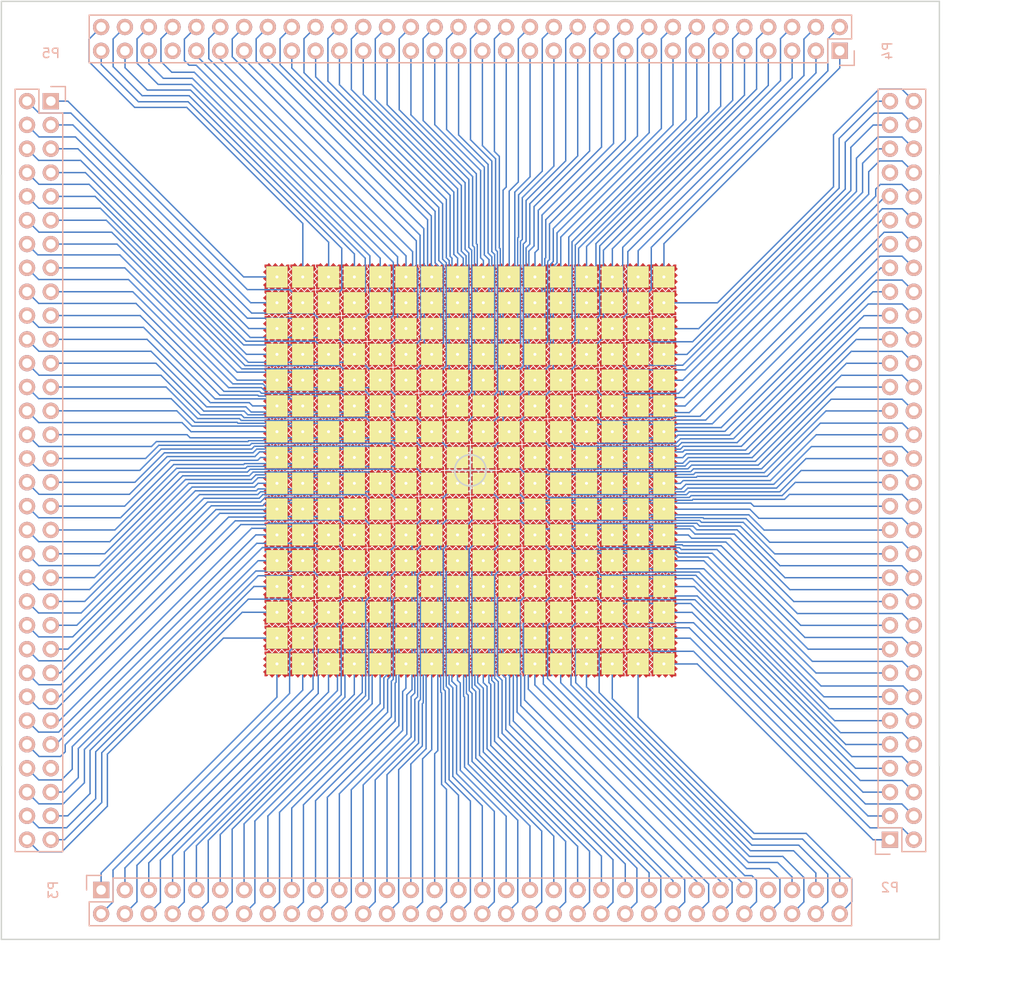
<source format=kicad_pcb>
(kicad_pcb (version 4) (host pcbnew "(2016-07-06 BZR 6970, Git 61e886e)-product")

  (general
    (links 512)
    (no_connects 16)
    (area 19.924999 19.924999 133.714287 127.745001)
    (thickness 1.6)
    (drawings 15)
    (tracks 1440)
    (zones 0)
    (modules 260)
    (nets 257)
  )

  (page A4)
  (layers
    (0 F.Cu signal)
    (31 B.Cu signal)
    (32 B.Adhes user)
    (33 F.Adhes user)
    (34 B.Paste user)
    (35 F.Paste user)
    (36 B.SilkS user hide)
    (37 F.SilkS user hide)
    (38 B.Mask user)
    (39 F.Mask user)
    (40 Dwgs.User user)
    (41 Cmts.User user)
    (42 Eco1.User user)
    (43 Eco2.User user)
    (44 Edge.Cuts user)
    (45 Margin user)
    (46 B.CrtYd user)
    (47 F.CrtYd user)
    (48 B.Fab user)
    (49 F.Fab user)
  )

  (setup
    (last_trace_width 0.15)
    (trace_clearance 0.2)
    (zone_clearance 0.508)
    (zone_45_only no)
    (trace_min 0.15)
    (segment_width 0.2)
    (edge_width 0.15)
    (via_size 0.6)
    (via_drill 0.4)
    (via_min_size 0.4)
    (via_min_drill 0.3)
    (blind_buried_vias_allowed yes)
    (uvia_size 0.3)
    (uvia_drill 0.1)
    (uvias_allowed no)
    (uvia_min_size 0.2)
    (uvia_min_drill 0.1)
    (pcb_text_width 0.3)
    (pcb_text_size 1.5 1.5)
    (mod_edge_width 0.15)
    (mod_text_size 1 1)
    (mod_text_width 0.15)
    (pad_size 1.524 1.524)
    (pad_drill 0.762)
    (pad_to_mask_clearance 0.2)
    (aux_axis_origin 0 0)
    (visible_elements FFFFF7FF)
    (pcbplotparams
      (layerselection 0x00030_ffffffff)
      (usegerberextensions false)
      (excludeedgelayer true)
      (linewidth 0.100000)
      (plotframeref false)
      (viasonmask false)
      (mode 1)
      (useauxorigin false)
      (hpglpennumber 1)
      (hpglpenspeed 20)
      (hpglpendiameter 15)
      (psnegative false)
      (psa4output false)
      (plotreference true)
      (plotvalue true)
      (plotinvisibletext false)
      (padsonsilk false)
      (subtractmaskfromsilk false)
      (outputformat 1)
      (mirror false)
      (drillshape 1)
      (scaleselection 1)
      (outputdirectory ""))
  )

  (net 0 "")
  (net 1 "Net-(FLUXL1-Pad1)")
  (net 2 "Net-(FLUXL2-Pad1)")
  (net 3 "Net-(FLUXL3-Pad1)")
  (net 4 "Net-(FLUXL4-Pad1)")
  (net 5 "Net-(FLUXL5-Pad1)")
  (net 6 "Net-(FLUXL6-Pad1)")
  (net 7 "Net-(FLUXL7-Pad1)")
  (net 8 "Net-(FLUXL8-Pad1)")
  (net 9 "Net-(FLUXL9-Pad1)")
  (net 10 "Net-(FLUXL10-Pad1)")
  (net 11 "Net-(FLUXL11-Pad1)")
  (net 12 "Net-(FLUXL12-Pad1)")
  (net 13 "Net-(FLUXL13-Pad1)")
  (net 14 "Net-(FLUXL14-Pad1)")
  (net 15 "Net-(FLUXL15-Pad1)")
  (net 16 "Net-(FLUXL16-Pad1)")
  (net 17 "Net-(FLUXL17-Pad1)")
  (net 18 "Net-(FLUXL18-Pad1)")
  (net 19 "Net-(FLUXL19-Pad1)")
  (net 20 "Net-(FLUXL20-Pad1)")
  (net 21 "Net-(FLUXL21-Pad1)")
  (net 22 "Net-(FLUXL22-Pad1)")
  (net 23 "Net-(FLUXL23-Pad1)")
  (net 24 "Net-(FLUXL24-Pad1)")
  (net 25 "Net-(FLUXL25-Pad1)")
  (net 26 "Net-(FLUXL26-Pad1)")
  (net 27 "Net-(FLUXL27-Pad1)")
  (net 28 "Net-(FLUXL28-Pad1)")
  (net 29 "Net-(FLUXL29-Pad1)")
  (net 30 "Net-(FLUXL30-Pad1)")
  (net 31 "Net-(FLUXL31-Pad1)")
  (net 32 "Net-(FLUXL32-Pad1)")
  (net 33 "Net-(FLUXL33-Pad1)")
  (net 34 "Net-(FLUXL34-Pad1)")
  (net 35 "Net-(FLUXL35-Pad1)")
  (net 36 "Net-(FLUXL36-Pad1)")
  (net 37 "Net-(FLUXL37-Pad1)")
  (net 38 "Net-(FLUXL38-Pad1)")
  (net 39 "Net-(FLUXL39-Pad1)")
  (net 40 "Net-(FLUXL40-Pad1)")
  (net 41 "Net-(FLUXL41-Pad1)")
  (net 42 "Net-(FLUXL42-Pad1)")
  (net 43 "Net-(FLUXL43-Pad1)")
  (net 44 "Net-(FLUXL44-Pad1)")
  (net 45 "Net-(FLUXL45-Pad1)")
  (net 46 "Net-(FLUXL46-Pad1)")
  (net 47 "Net-(FLUXL47-Pad1)")
  (net 48 "Net-(FLUXL48-Pad1)")
  (net 49 "Net-(FLUXL49-Pad1)")
  (net 50 "Net-(FLUXL50-Pad1)")
  (net 51 "Net-(FLUXL51-Pad1)")
  (net 52 "Net-(FLUXL52-Pad1)")
  (net 53 "Net-(FLUXL53-Pad1)")
  (net 54 "Net-(FLUXL54-Pad1)")
  (net 55 "Net-(FLUXL55-Pad1)")
  (net 56 "Net-(FLUXL56-Pad1)")
  (net 57 "Net-(FLUXL57-Pad1)")
  (net 58 "Net-(FLUXL58-Pad1)")
  (net 59 "Net-(FLUXL59-Pad1)")
  (net 60 "Net-(FLUXL60-Pad1)")
  (net 61 "Net-(FLUXL61-Pad1)")
  (net 62 "Net-(FLUXL62-Pad1)")
  (net 63 "Net-(FLUXL63-Pad1)")
  (net 64 "Net-(FLUXL64-Pad1)")
  (net 65 "Net-(FLUXL65-Pad1)")
  (net 66 "Net-(FLUXL66-Pad1)")
  (net 67 "Net-(FLUXL67-Pad1)")
  (net 68 "Net-(FLUXL68-Pad1)")
  (net 69 "Net-(FLUXL69-Pad1)")
  (net 70 "Net-(FLUXL70-Pad1)")
  (net 71 "Net-(FLUXL71-Pad1)")
  (net 72 "Net-(FLUXL72-Pad1)")
  (net 73 "Net-(FLUXL73-Pad1)")
  (net 74 "Net-(FLUXL74-Pad1)")
  (net 75 "Net-(FLUXL75-Pad1)")
  (net 76 "Net-(FLUXL76-Pad1)")
  (net 77 "Net-(FLUXL77-Pad1)")
  (net 78 "Net-(FLUXL78-Pad1)")
  (net 79 "Net-(FLUXL79-Pad1)")
  (net 80 "Net-(FLUXL80-Pad1)")
  (net 81 "Net-(FLUXL81-Pad1)")
  (net 82 "Net-(FLUXL82-Pad1)")
  (net 83 "Net-(FLUXL83-Pad1)")
  (net 84 "Net-(FLUXL84-Pad1)")
  (net 85 "Net-(FLUXL85-Pad1)")
  (net 86 "Net-(FLUXL86-Pad1)")
  (net 87 "Net-(FLUXL87-Pad1)")
  (net 88 "Net-(FLUXL88-Pad1)")
  (net 89 "Net-(FLUXL89-Pad1)")
  (net 90 "Net-(FLUXL90-Pad1)")
  (net 91 "Net-(FLUXL91-Pad1)")
  (net 92 "Net-(FLUXL92-Pad1)")
  (net 93 "Net-(FLUXL93-Pad1)")
  (net 94 "Net-(FLUXL94-Pad1)")
  (net 95 "Net-(FLUXL95-Pad1)")
  (net 96 "Net-(FLUXL96-Pad1)")
  (net 97 "Net-(FLUXL97-Pad1)")
  (net 98 "Net-(FLUXL98-Pad1)")
  (net 99 "Net-(FLUXL99-Pad1)")
  (net 100 "Net-(FLUXL100-Pad1)")
  (net 101 "Net-(FLUXL101-Pad1)")
  (net 102 "Net-(FLUXL102-Pad1)")
  (net 103 "Net-(FLUXL103-Pad1)")
  (net 104 "Net-(FLUXL104-Pad1)")
  (net 105 "Net-(FLUXL105-Pad1)")
  (net 106 "Net-(FLUXL106-Pad1)")
  (net 107 "Net-(FLUXL107-Pad1)")
  (net 108 "Net-(FLUXL108-Pad1)")
  (net 109 "Net-(FLUXL109-Pad1)")
  (net 110 "Net-(FLUXL110-Pad1)")
  (net 111 "Net-(FLUXL111-Pad1)")
  (net 112 "Net-(FLUXL112-Pad1)")
  (net 113 "Net-(FLUXL113-Pad1)")
  (net 114 "Net-(FLUXL114-Pad1)")
  (net 115 "Net-(FLUXL115-Pad1)")
  (net 116 "Net-(FLUXL116-Pad1)")
  (net 117 "Net-(FLUXL117-Pad1)")
  (net 118 "Net-(FLUXL118-Pad1)")
  (net 119 "Net-(FLUXL119-Pad1)")
  (net 120 "Net-(FLUXL120-Pad1)")
  (net 121 "Net-(FLUXL121-Pad1)")
  (net 122 "Net-(FLUXL122-Pad1)")
  (net 123 "Net-(FLUXL123-Pad1)")
  (net 124 "Net-(FLUXL124-Pad1)")
  (net 125 "Net-(FLUXL125-Pad1)")
  (net 126 "Net-(FLUXL126-Pad1)")
  (net 127 "Net-(FLUXL127-Pad1)")
  (net 128 "Net-(FLUXL128-Pad1)")
  (net 129 "Net-(FLUXL129-Pad1)")
  (net 130 "Net-(FLUXL130-Pad1)")
  (net 131 "Net-(FLUXL131-Pad1)")
  (net 132 "Net-(FLUXL132-Pad1)")
  (net 133 "Net-(FLUXL133-Pad1)")
  (net 134 "Net-(FLUXL134-Pad1)")
  (net 135 "Net-(FLUXL135-Pad1)")
  (net 136 "Net-(FLUXL136-Pad1)")
  (net 137 "Net-(FLUXL137-Pad1)")
  (net 138 "Net-(FLUXL138-Pad1)")
  (net 139 "Net-(FLUXL139-Pad1)")
  (net 140 "Net-(FLUXL140-Pad1)")
  (net 141 "Net-(FLUXL141-Pad1)")
  (net 142 "Net-(FLUXL142-Pad1)")
  (net 143 "Net-(FLUXL143-Pad1)")
  (net 144 "Net-(FLUXL144-Pad1)")
  (net 145 "Net-(FLUXL145-Pad1)")
  (net 146 "Net-(FLUXL146-Pad1)")
  (net 147 "Net-(FLUXL147-Pad1)")
  (net 148 "Net-(FLUXL148-Pad1)")
  (net 149 "Net-(FLUXL149-Pad1)")
  (net 150 "Net-(FLUXL150-Pad1)")
  (net 151 "Net-(FLUXL151-Pad1)")
  (net 152 "Net-(FLUXL152-Pad1)")
  (net 153 "Net-(FLUXL153-Pad1)")
  (net 154 "Net-(FLUXL154-Pad1)")
  (net 155 "Net-(FLUXL155-Pad1)")
  (net 156 "Net-(FLUXL156-Pad1)")
  (net 157 "Net-(FLUXL157-Pad1)")
  (net 158 "Net-(FLUXL158-Pad1)")
  (net 159 "Net-(FLUXL159-Pad1)")
  (net 160 "Net-(FLUXL160-Pad1)")
  (net 161 "Net-(FLUXL161-Pad1)")
  (net 162 "Net-(FLUXL162-Pad1)")
  (net 163 "Net-(FLUXL163-Pad1)")
  (net 164 "Net-(FLUXL164-Pad1)")
  (net 165 "Net-(FLUXL165-Pad1)")
  (net 166 "Net-(FLUXL166-Pad1)")
  (net 167 "Net-(FLUXL167-Pad1)")
  (net 168 "Net-(FLUXL168-Pad1)")
  (net 169 "Net-(FLUXL169-Pad1)")
  (net 170 "Net-(FLUXL170-Pad1)")
  (net 171 "Net-(FLUXL171-Pad1)")
  (net 172 "Net-(FLUXL172-Pad1)")
  (net 173 "Net-(FLUXL173-Pad1)")
  (net 174 "Net-(FLUXL174-Pad1)")
  (net 175 "Net-(FLUXL175-Pad1)")
  (net 176 "Net-(FLUXL176-Pad1)")
  (net 177 "Net-(FLUXL177-Pad1)")
  (net 178 "Net-(FLUXL178-Pad1)")
  (net 179 "Net-(FLUXL179-Pad1)")
  (net 180 "Net-(FLUXL180-Pad1)")
  (net 181 "Net-(FLUXL181-Pad1)")
  (net 182 "Net-(FLUXL182-Pad1)")
  (net 183 "Net-(FLUXL183-Pad1)")
  (net 184 "Net-(FLUXL184-Pad1)")
  (net 185 "Net-(FLUXL185-Pad1)")
  (net 186 "Net-(FLUXL186-Pad1)")
  (net 187 "Net-(FLUXL187-Pad1)")
  (net 188 "Net-(FLUXL188-Pad1)")
  (net 189 "Net-(FLUXL189-Pad1)")
  (net 190 "Net-(FLUXL190-Pad1)")
  (net 191 "Net-(FLUXL191-Pad1)")
  (net 192 "Net-(FLUXL192-Pad1)")
  (net 193 "Net-(FLUXL193-Pad1)")
  (net 194 "Net-(FLUXL194-Pad1)")
  (net 195 "Net-(FLUXL195-Pad1)")
  (net 196 "Net-(FLUXL196-Pad1)")
  (net 197 "Net-(FLUXL197-Pad1)")
  (net 198 "Net-(FLUXL198-Pad1)")
  (net 199 "Net-(FLUXL199-Pad1)")
  (net 200 "Net-(FLUXL200-Pad1)")
  (net 201 "Net-(FLUXL201-Pad1)")
  (net 202 "Net-(FLUXL202-Pad1)")
  (net 203 "Net-(FLUXL203-Pad1)")
  (net 204 "Net-(FLUXL204-Pad1)")
  (net 205 "Net-(FLUXL205-Pad1)")
  (net 206 "Net-(FLUXL206-Pad1)")
  (net 207 "Net-(FLUXL207-Pad1)")
  (net 208 "Net-(FLUXL208-Pad1)")
  (net 209 "Net-(FLUXL209-Pad1)")
  (net 210 "Net-(FLUXL210-Pad1)")
  (net 211 "Net-(FLUXL211-Pad1)")
  (net 212 "Net-(FLUXL212-Pad1)")
  (net 213 "Net-(FLUXL213-Pad1)")
  (net 214 "Net-(FLUXL214-Pad1)")
  (net 215 "Net-(FLUXL215-Pad1)")
  (net 216 "Net-(FLUXL216-Pad1)")
  (net 217 "Net-(FLUXL217-Pad1)")
  (net 218 "Net-(FLUXL218-Pad1)")
  (net 219 "Net-(FLUXL219-Pad1)")
  (net 220 "Net-(FLUXL220-Pad1)")
  (net 221 "Net-(FLUXL221-Pad1)")
  (net 222 "Net-(FLUXL222-Pad1)")
  (net 223 "Net-(FLUXL223-Pad1)")
  (net 224 "Net-(FLUXL224-Pad1)")
  (net 225 "Net-(FLUXL225-Pad1)")
  (net 226 "Net-(FLUXL226-Pad1)")
  (net 227 "Net-(FLUXL227-Pad1)")
  (net 228 "Net-(FLUXL228-Pad1)")
  (net 229 "Net-(FLUXL229-Pad1)")
  (net 230 "Net-(FLUXL230-Pad1)")
  (net 231 "Net-(FLUXL231-Pad1)")
  (net 232 "Net-(FLUXL232-Pad1)")
  (net 233 "Net-(FLUXL233-Pad1)")
  (net 234 "Net-(FLUXL234-Pad1)")
  (net 235 "Net-(FLUXL235-Pad1)")
  (net 236 "Net-(FLUXL236-Pad1)")
  (net 237 "Net-(FLUXL237-Pad1)")
  (net 238 "Net-(FLUXL238-Pad1)")
  (net 239 "Net-(FLUXL239-Pad1)")
  (net 240 "Net-(FLUXL240-Pad1)")
  (net 241 "Net-(FLUXL241-Pad1)")
  (net 242 "Net-(FLUXL242-Pad1)")
  (net 243 "Net-(FLUXL243-Pad1)")
  (net 244 "Net-(FLUXL244-Pad1)")
  (net 245 "Net-(FLUXL245-Pad1)")
  (net 246 "Net-(FLUXL246-Pad1)")
  (net 247 "Net-(FLUXL247-Pad1)")
  (net 248 "Net-(FLUXL248-Pad1)")
  (net 249 "Net-(FLUXL249-Pad1)")
  (net 250 "Net-(FLUXL250-Pad1)")
  (net 251 "Net-(FLUXL251-Pad1)")
  (net 252 "Net-(FLUXL252-Pad1)")
  (net 253 "Net-(FLUXL253-Pad1)")
  (net 254 "Net-(FLUXL254-Pad1)")
  (net 255 "Net-(FLUXL255-Pad1)")
  (net 256 "Net-(FLUXL256-Pad1)")

  (net_class Default "This is the default net class."
    (clearance 0.2)
    (trace_width 0.15)
    (via_dia 0.6)
    (via_drill 0.4)
    (uvia_dia 0.3)
    (uvia_drill 0.1)
    (add_net "Net-(FLUXL1-Pad1)")
    (add_net "Net-(FLUXL10-Pad1)")
    (add_net "Net-(FLUXL100-Pad1)")
    (add_net "Net-(FLUXL101-Pad1)")
    (add_net "Net-(FLUXL102-Pad1)")
    (add_net "Net-(FLUXL103-Pad1)")
    (add_net "Net-(FLUXL104-Pad1)")
    (add_net "Net-(FLUXL105-Pad1)")
    (add_net "Net-(FLUXL106-Pad1)")
    (add_net "Net-(FLUXL107-Pad1)")
    (add_net "Net-(FLUXL108-Pad1)")
    (add_net "Net-(FLUXL109-Pad1)")
    (add_net "Net-(FLUXL11-Pad1)")
    (add_net "Net-(FLUXL110-Pad1)")
    (add_net "Net-(FLUXL111-Pad1)")
    (add_net "Net-(FLUXL112-Pad1)")
    (add_net "Net-(FLUXL113-Pad1)")
    (add_net "Net-(FLUXL114-Pad1)")
    (add_net "Net-(FLUXL115-Pad1)")
    (add_net "Net-(FLUXL116-Pad1)")
    (add_net "Net-(FLUXL117-Pad1)")
    (add_net "Net-(FLUXL118-Pad1)")
    (add_net "Net-(FLUXL119-Pad1)")
    (add_net "Net-(FLUXL12-Pad1)")
    (add_net "Net-(FLUXL120-Pad1)")
    (add_net "Net-(FLUXL121-Pad1)")
    (add_net "Net-(FLUXL122-Pad1)")
    (add_net "Net-(FLUXL123-Pad1)")
    (add_net "Net-(FLUXL124-Pad1)")
    (add_net "Net-(FLUXL125-Pad1)")
    (add_net "Net-(FLUXL126-Pad1)")
    (add_net "Net-(FLUXL127-Pad1)")
    (add_net "Net-(FLUXL128-Pad1)")
    (add_net "Net-(FLUXL129-Pad1)")
    (add_net "Net-(FLUXL13-Pad1)")
    (add_net "Net-(FLUXL130-Pad1)")
    (add_net "Net-(FLUXL131-Pad1)")
    (add_net "Net-(FLUXL132-Pad1)")
    (add_net "Net-(FLUXL133-Pad1)")
    (add_net "Net-(FLUXL134-Pad1)")
    (add_net "Net-(FLUXL135-Pad1)")
    (add_net "Net-(FLUXL136-Pad1)")
    (add_net "Net-(FLUXL137-Pad1)")
    (add_net "Net-(FLUXL138-Pad1)")
    (add_net "Net-(FLUXL139-Pad1)")
    (add_net "Net-(FLUXL14-Pad1)")
    (add_net "Net-(FLUXL140-Pad1)")
    (add_net "Net-(FLUXL141-Pad1)")
    (add_net "Net-(FLUXL142-Pad1)")
    (add_net "Net-(FLUXL143-Pad1)")
    (add_net "Net-(FLUXL144-Pad1)")
    (add_net "Net-(FLUXL145-Pad1)")
    (add_net "Net-(FLUXL146-Pad1)")
    (add_net "Net-(FLUXL147-Pad1)")
    (add_net "Net-(FLUXL148-Pad1)")
    (add_net "Net-(FLUXL149-Pad1)")
    (add_net "Net-(FLUXL15-Pad1)")
    (add_net "Net-(FLUXL150-Pad1)")
    (add_net "Net-(FLUXL151-Pad1)")
    (add_net "Net-(FLUXL152-Pad1)")
    (add_net "Net-(FLUXL153-Pad1)")
    (add_net "Net-(FLUXL154-Pad1)")
    (add_net "Net-(FLUXL155-Pad1)")
    (add_net "Net-(FLUXL156-Pad1)")
    (add_net "Net-(FLUXL157-Pad1)")
    (add_net "Net-(FLUXL158-Pad1)")
    (add_net "Net-(FLUXL159-Pad1)")
    (add_net "Net-(FLUXL16-Pad1)")
    (add_net "Net-(FLUXL160-Pad1)")
    (add_net "Net-(FLUXL161-Pad1)")
    (add_net "Net-(FLUXL162-Pad1)")
    (add_net "Net-(FLUXL163-Pad1)")
    (add_net "Net-(FLUXL164-Pad1)")
    (add_net "Net-(FLUXL165-Pad1)")
    (add_net "Net-(FLUXL166-Pad1)")
    (add_net "Net-(FLUXL167-Pad1)")
    (add_net "Net-(FLUXL168-Pad1)")
    (add_net "Net-(FLUXL169-Pad1)")
    (add_net "Net-(FLUXL17-Pad1)")
    (add_net "Net-(FLUXL170-Pad1)")
    (add_net "Net-(FLUXL171-Pad1)")
    (add_net "Net-(FLUXL172-Pad1)")
    (add_net "Net-(FLUXL173-Pad1)")
    (add_net "Net-(FLUXL174-Pad1)")
    (add_net "Net-(FLUXL175-Pad1)")
    (add_net "Net-(FLUXL176-Pad1)")
    (add_net "Net-(FLUXL177-Pad1)")
    (add_net "Net-(FLUXL178-Pad1)")
    (add_net "Net-(FLUXL179-Pad1)")
    (add_net "Net-(FLUXL18-Pad1)")
    (add_net "Net-(FLUXL180-Pad1)")
    (add_net "Net-(FLUXL181-Pad1)")
    (add_net "Net-(FLUXL182-Pad1)")
    (add_net "Net-(FLUXL183-Pad1)")
    (add_net "Net-(FLUXL184-Pad1)")
    (add_net "Net-(FLUXL185-Pad1)")
    (add_net "Net-(FLUXL186-Pad1)")
    (add_net "Net-(FLUXL187-Pad1)")
    (add_net "Net-(FLUXL188-Pad1)")
    (add_net "Net-(FLUXL189-Pad1)")
    (add_net "Net-(FLUXL19-Pad1)")
    (add_net "Net-(FLUXL190-Pad1)")
    (add_net "Net-(FLUXL191-Pad1)")
    (add_net "Net-(FLUXL192-Pad1)")
    (add_net "Net-(FLUXL193-Pad1)")
    (add_net "Net-(FLUXL194-Pad1)")
    (add_net "Net-(FLUXL195-Pad1)")
    (add_net "Net-(FLUXL196-Pad1)")
    (add_net "Net-(FLUXL197-Pad1)")
    (add_net "Net-(FLUXL198-Pad1)")
    (add_net "Net-(FLUXL199-Pad1)")
    (add_net "Net-(FLUXL2-Pad1)")
    (add_net "Net-(FLUXL20-Pad1)")
    (add_net "Net-(FLUXL200-Pad1)")
    (add_net "Net-(FLUXL201-Pad1)")
    (add_net "Net-(FLUXL202-Pad1)")
    (add_net "Net-(FLUXL203-Pad1)")
    (add_net "Net-(FLUXL204-Pad1)")
    (add_net "Net-(FLUXL205-Pad1)")
    (add_net "Net-(FLUXL206-Pad1)")
    (add_net "Net-(FLUXL207-Pad1)")
    (add_net "Net-(FLUXL208-Pad1)")
    (add_net "Net-(FLUXL209-Pad1)")
    (add_net "Net-(FLUXL21-Pad1)")
    (add_net "Net-(FLUXL210-Pad1)")
    (add_net "Net-(FLUXL211-Pad1)")
    (add_net "Net-(FLUXL212-Pad1)")
    (add_net "Net-(FLUXL213-Pad1)")
    (add_net "Net-(FLUXL214-Pad1)")
    (add_net "Net-(FLUXL215-Pad1)")
    (add_net "Net-(FLUXL216-Pad1)")
    (add_net "Net-(FLUXL217-Pad1)")
    (add_net "Net-(FLUXL218-Pad1)")
    (add_net "Net-(FLUXL219-Pad1)")
    (add_net "Net-(FLUXL22-Pad1)")
    (add_net "Net-(FLUXL220-Pad1)")
    (add_net "Net-(FLUXL221-Pad1)")
    (add_net "Net-(FLUXL222-Pad1)")
    (add_net "Net-(FLUXL223-Pad1)")
    (add_net "Net-(FLUXL224-Pad1)")
    (add_net "Net-(FLUXL225-Pad1)")
    (add_net "Net-(FLUXL226-Pad1)")
    (add_net "Net-(FLUXL227-Pad1)")
    (add_net "Net-(FLUXL228-Pad1)")
    (add_net "Net-(FLUXL229-Pad1)")
    (add_net "Net-(FLUXL23-Pad1)")
    (add_net "Net-(FLUXL230-Pad1)")
    (add_net "Net-(FLUXL231-Pad1)")
    (add_net "Net-(FLUXL232-Pad1)")
    (add_net "Net-(FLUXL233-Pad1)")
    (add_net "Net-(FLUXL234-Pad1)")
    (add_net "Net-(FLUXL235-Pad1)")
    (add_net "Net-(FLUXL236-Pad1)")
    (add_net "Net-(FLUXL237-Pad1)")
    (add_net "Net-(FLUXL238-Pad1)")
    (add_net "Net-(FLUXL239-Pad1)")
    (add_net "Net-(FLUXL24-Pad1)")
    (add_net "Net-(FLUXL240-Pad1)")
    (add_net "Net-(FLUXL241-Pad1)")
    (add_net "Net-(FLUXL242-Pad1)")
    (add_net "Net-(FLUXL243-Pad1)")
    (add_net "Net-(FLUXL244-Pad1)")
    (add_net "Net-(FLUXL245-Pad1)")
    (add_net "Net-(FLUXL246-Pad1)")
    (add_net "Net-(FLUXL247-Pad1)")
    (add_net "Net-(FLUXL248-Pad1)")
    (add_net "Net-(FLUXL249-Pad1)")
    (add_net "Net-(FLUXL25-Pad1)")
    (add_net "Net-(FLUXL250-Pad1)")
    (add_net "Net-(FLUXL251-Pad1)")
    (add_net "Net-(FLUXL252-Pad1)")
    (add_net "Net-(FLUXL253-Pad1)")
    (add_net "Net-(FLUXL254-Pad1)")
    (add_net "Net-(FLUXL255-Pad1)")
    (add_net "Net-(FLUXL256-Pad1)")
    (add_net "Net-(FLUXL26-Pad1)")
    (add_net "Net-(FLUXL27-Pad1)")
    (add_net "Net-(FLUXL28-Pad1)")
    (add_net "Net-(FLUXL29-Pad1)")
    (add_net "Net-(FLUXL3-Pad1)")
    (add_net "Net-(FLUXL30-Pad1)")
    (add_net "Net-(FLUXL31-Pad1)")
    (add_net "Net-(FLUXL32-Pad1)")
    (add_net "Net-(FLUXL33-Pad1)")
    (add_net "Net-(FLUXL34-Pad1)")
    (add_net "Net-(FLUXL35-Pad1)")
    (add_net "Net-(FLUXL36-Pad1)")
    (add_net "Net-(FLUXL37-Pad1)")
    (add_net "Net-(FLUXL38-Pad1)")
    (add_net "Net-(FLUXL39-Pad1)")
    (add_net "Net-(FLUXL4-Pad1)")
    (add_net "Net-(FLUXL40-Pad1)")
    (add_net "Net-(FLUXL41-Pad1)")
    (add_net "Net-(FLUXL42-Pad1)")
    (add_net "Net-(FLUXL43-Pad1)")
    (add_net "Net-(FLUXL44-Pad1)")
    (add_net "Net-(FLUXL45-Pad1)")
    (add_net "Net-(FLUXL46-Pad1)")
    (add_net "Net-(FLUXL47-Pad1)")
    (add_net "Net-(FLUXL48-Pad1)")
    (add_net "Net-(FLUXL49-Pad1)")
    (add_net "Net-(FLUXL5-Pad1)")
    (add_net "Net-(FLUXL50-Pad1)")
    (add_net "Net-(FLUXL51-Pad1)")
    (add_net "Net-(FLUXL52-Pad1)")
    (add_net "Net-(FLUXL53-Pad1)")
    (add_net "Net-(FLUXL54-Pad1)")
    (add_net "Net-(FLUXL55-Pad1)")
    (add_net "Net-(FLUXL56-Pad1)")
    (add_net "Net-(FLUXL57-Pad1)")
    (add_net "Net-(FLUXL58-Pad1)")
    (add_net "Net-(FLUXL59-Pad1)")
    (add_net "Net-(FLUXL6-Pad1)")
    (add_net "Net-(FLUXL60-Pad1)")
    (add_net "Net-(FLUXL61-Pad1)")
    (add_net "Net-(FLUXL62-Pad1)")
    (add_net "Net-(FLUXL63-Pad1)")
    (add_net "Net-(FLUXL64-Pad1)")
    (add_net "Net-(FLUXL65-Pad1)")
    (add_net "Net-(FLUXL66-Pad1)")
    (add_net "Net-(FLUXL67-Pad1)")
    (add_net "Net-(FLUXL68-Pad1)")
    (add_net "Net-(FLUXL69-Pad1)")
    (add_net "Net-(FLUXL7-Pad1)")
    (add_net "Net-(FLUXL70-Pad1)")
    (add_net "Net-(FLUXL71-Pad1)")
    (add_net "Net-(FLUXL72-Pad1)")
    (add_net "Net-(FLUXL73-Pad1)")
    (add_net "Net-(FLUXL74-Pad1)")
    (add_net "Net-(FLUXL75-Pad1)")
    (add_net "Net-(FLUXL76-Pad1)")
    (add_net "Net-(FLUXL77-Pad1)")
    (add_net "Net-(FLUXL78-Pad1)")
    (add_net "Net-(FLUXL79-Pad1)")
    (add_net "Net-(FLUXL8-Pad1)")
    (add_net "Net-(FLUXL80-Pad1)")
    (add_net "Net-(FLUXL81-Pad1)")
    (add_net "Net-(FLUXL82-Pad1)")
    (add_net "Net-(FLUXL83-Pad1)")
    (add_net "Net-(FLUXL84-Pad1)")
    (add_net "Net-(FLUXL85-Pad1)")
    (add_net "Net-(FLUXL86-Pad1)")
    (add_net "Net-(FLUXL87-Pad1)")
    (add_net "Net-(FLUXL88-Pad1)")
    (add_net "Net-(FLUXL89-Pad1)")
    (add_net "Net-(FLUXL9-Pad1)")
    (add_net "Net-(FLUXL90-Pad1)")
    (add_net "Net-(FLUXL91-Pad1)")
    (add_net "Net-(FLUXL92-Pad1)")
    (add_net "Net-(FLUXL93-Pad1)")
    (add_net "Net-(FLUXL94-Pad1)")
    (add_net "Net-(FLUXL95-Pad1)")
    (add_net "Net-(FLUXL96-Pad1)")
    (add_net "Net-(FLUXL97-Pad1)")
    (add_net "Net-(FLUXL98-Pad1)")
    (add_net "Net-(FLUXL99-Pad1)")
  )

  (module GaudiLabsFootPrints:FLUXPAD_2_75_4MIL_4_5 (layer F.Cu) (tedit 57332E01) (tstamp 57309ADE)
    (at 49.375 87.875)
    (path /5732A695)
    (fp_text reference FLUXL256 (at 0.49 2.21) (layer F.SilkS) hide
      (effects (font (size 1 1) (thickness 0.15)))
    )
    (fp_text value FX (at 1.14 -2.07) (layer F.Fab) hide
      (effects (font (size 1 1) (thickness 0.15)))
    )
    (fp_line (start -1.375 1.375) (end 1.375 1.375) (layer F.CrtYd) (width 0.05))
    (fp_line (start 1.17 0.39) (end 1.3 0.52) (layer F.Cu) (width 0.15))
    (fp_line (start 1.3 0.52) (end 1.17 0.64) (layer F.Cu) (width 0.15))
    (fp_line (start 1.17 0.64) (end 1.17 0.39) (layer F.Cu) (width 0.15))
    (fp_line (start 1.16 -0.3) (end 1.29 -0.17) (layer F.Cu) (width 0.15))
    (fp_line (start 1.29 -0.17) (end 1.16 -0.05) (layer F.Cu) (width 0.15))
    (fp_line (start 1.16 -0.05) (end 1.16 -0.3) (layer F.Cu) (width 0.15))
    (fp_line (start 1.07 -1.17) (end 1.18 -1.17) (layer F.Cu) (width 0.15))
    (fp_line (start 1.18 -1.17) (end 1.17 -0.72) (layer F.Cu) (width 0.15))
    (fp_line (start 1.17 -0.72) (end 1.27 -0.88) (layer F.Cu) (width 0.15))
    (fp_line (start -1.17 -0.39) (end -1.3 -0.52) (layer F.Cu) (width 0.15))
    (fp_line (start -1.3 -0.52) (end -1.17 -0.64) (layer F.Cu) (width 0.15))
    (fp_line (start -1.17 -0.64) (end -1.17 -0.39) (layer F.Cu) (width 0.15))
    (fp_line (start -1.16 0.3) (end -1.29 0.17) (layer F.Cu) (width 0.15))
    (fp_line (start -1.29 0.17) (end -1.16 0.05) (layer F.Cu) (width 0.15))
    (fp_line (start -1.16 0.05) (end -1.16 0.3) (layer F.Cu) (width 0.15))
    (fp_line (start -1.07 1.17) (end -1.18 1.17) (layer F.Cu) (width 0.15))
    (fp_line (start -1.18 1.17) (end -1.17 0.72) (layer F.Cu) (width 0.15))
    (fp_line (start -1.17 0.72) (end -1.27 0.88) (layer F.Cu) (width 0.15))
    (fp_line (start -0.39 1.17) (end -0.52 1.3) (layer F.Cu) (width 0.15))
    (fp_line (start -0.52 1.3) (end -0.64 1.17) (layer F.Cu) (width 0.15))
    (fp_line (start -0.64 1.17) (end -0.39 1.17) (layer F.Cu) (width 0.15))
    (fp_line (start 0.3 1.16) (end 0.17 1.29) (layer F.Cu) (width 0.15))
    (fp_line (start 0.17 1.29) (end 0.05 1.16) (layer F.Cu) (width 0.15))
    (fp_line (start 0.05 1.16) (end 0.3 1.16) (layer F.Cu) (width 0.15))
    (fp_line (start 1.17 1.07) (end 1.17 1.18) (layer F.Cu) (width 0.15))
    (fp_line (start 1.17 1.18) (end 0.72 1.17) (layer F.Cu) (width 0.15))
    (fp_line (start 0.72 1.17) (end 0.88 1.27) (layer F.Cu) (width 0.15))
    (fp_line (start 0.39 -1.17) (end 0.52 -1.3) (layer F.Cu) (width 0.15))
    (fp_line (start 0.52 -1.3) (end 0.64 -1.17) (layer F.Cu) (width 0.15))
    (fp_line (start 0.64 -1.17) (end 0.39 -1.17) (layer F.Cu) (width 0.15))
    (fp_line (start -0.3 -1.16) (end -0.17 -1.29) (layer F.Cu) (width 0.15))
    (fp_line (start -0.17 -1.29) (end -0.05 -1.16) (layer F.Cu) (width 0.15))
    (fp_line (start -0.05 -1.16) (end -0.3 -1.16) (layer F.Cu) (width 0.15))
    (fp_line (start -1.17 -1.07) (end -1.17 -1.18) (layer F.Cu) (width 0.15))
    (fp_line (start -1.17 -1.18) (end -0.72 -1.17) (layer F.Cu) (width 0.15))
    (fp_line (start -0.72 -1.17) (end -0.88 -1.27) (layer F.Cu) (width 0.15))
    (fp_line (start 1.411 -0.859) (end 1.275 -0.989) (layer F.Cu) (width 0.1))
    (fp_line (start 1.275 -0.989) (end 1.275 -1.275) (layer F.Cu) (width 0.1))
    (fp_line (start 1.275 -1.275) (end 1.074 -1.275) (layer F.Cu) (width 0.1))
    (fp_line (start 1.074 -1.275) (end 0.859 -1.051) (layer F.Cu) (width 0.1))
    (fp_line (start -1.411 0.859) (end -1.275 0.989) (layer F.Cu) (width 0.1))
    (fp_line (start -1.275 0.989) (end -1.275 1.275) (layer F.Cu) (width 0.1))
    (fp_line (start -1.275 1.275) (end -1.074 1.275) (layer F.Cu) (width 0.1))
    (fp_line (start -1.074 1.275) (end -0.859 1.051) (layer F.Cu) (width 0.1))
    (fp_line (start 0.859 1.411) (end 0.989 1.275) (layer F.Cu) (width 0.1))
    (fp_line (start 0.989 1.275) (end 1.275 1.275) (layer F.Cu) (width 0.1))
    (fp_line (start 1.275 1.275) (end 1.275 1.074) (layer F.Cu) (width 0.1))
    (fp_line (start 1.275 1.074) (end 1.051 0.859) (layer F.Cu) (width 0.1))
    (fp_line (start -0.859 -1.411) (end -0.989 -1.275) (layer F.Cu) (width 0.1))
    (fp_line (start -0.989 -1.275) (end -1.275 -1.275) (layer F.Cu) (width 0.1))
    (fp_line (start -1.275 -1.275) (end -1.275 -1.074) (layer F.Cu) (width 0.1))
    (fp_line (start -1.275 -1.074) (end -1.051 -0.859) (layer F.Cu) (width 0.1))
    (fp_line (start -1.375 -1.375) (end -1.375 1.375) (layer F.CrtYd) (width 0.05))
    (fp_line (start 1.375 -1.375) (end 1.375 1.375) (layer F.CrtYd) (width 0.05))
    (fp_line (start -1.375 -1.375) (end 1.375 -1.375) (layer F.CrtYd) (width 0.05))
    (fp_line (start -0.859375 -1.411) (end -0.515625 -1.051) (layer F.Cu) (width 0.1))
    (fp_line (start 0.859375 1.411) (end 0.515625 1.051) (layer F.Cu) (width 0.1))
    (fp_line (start -1.411 0.859375) (end -1.051 0.515625) (layer F.Cu) (width 0.1))
    (fp_line (start 1.411 -0.859375) (end 1.051 -0.515625) (layer F.Cu) (width 0.1))
    (fp_line (start -0.515625 -1.051) (end -0.171875 -1.411) (layer F.Cu) (width 0.1))
    (fp_line (start -0.171875 -1.411) (end 0.171875 -1.051) (layer F.Cu) (width 0.1))
    (fp_line (start 0.515625 1.051) (end 0.171875 1.411) (layer F.Cu) (width 0.1))
    (fp_line (start 0.171875 1.411) (end -0.171875 1.051) (layer F.Cu) (width 0.1))
    (fp_line (start -1.051 0.515625) (end -1.411 0.171875) (layer F.Cu) (width 0.1))
    (fp_line (start -1.411 0.171875) (end -1.051 -0.171875) (layer F.Cu) (width 0.1))
    (fp_line (start 1.051 -0.515625) (end 1.411 -0.171875) (layer F.Cu) (width 0.1))
    (fp_line (start 1.411 -0.171875) (end 1.051 0.171875) (layer F.Cu) (width 0.1))
    (fp_line (start 0.171875 -1.051) (end 0.515625 -1.411) (layer F.Cu) (width 0.1))
    (fp_line (start 0.515625 -1.411) (end 0.859375 -1.051) (layer F.Cu) (width 0.1))
    (fp_line (start -0.171875 1.051) (end -0.515625 1.411) (layer F.Cu) (width 0.1))
    (fp_line (start -0.515625 1.411) (end -0.859375 1.051) (layer F.Cu) (width 0.1))
    (fp_line (start -1.051 -0.171875) (end -1.411 -0.515625) (layer F.Cu) (width 0.1))
    (fp_line (start -1.411 -0.515625) (end -1.051 -0.859375) (layer F.Cu) (width 0.1))
    (fp_line (start 1.051 0.171875) (end 1.411 0.515625) (layer F.Cu) (width 0.1))
    (fp_line (start 1.411 0.515625) (end 1.051 0.859375) (layer F.Cu) (width 0.1))
    (pad 1 thru_hole rect (at 0 0) (size 2.27 2.27) (drill 0.3) (layers F.Cu F.SilkS F.Mask)
      (net 256 "Net-(FLUXL256-Pad1)"))
    (pad 1 thru_hole circle (at 0 0) (size 0.6048 0.6048) (drill 0.3) (layers *.Cu *.Mask F.SilkS)
      (net 256 "Net-(FLUXL256-Pad1)"))
  )

  (module GaudiLabsFootPrints:FLUXPAD_2_75_4MIL_4_5 (layer F.Cu) (tedit 57332E01) (tstamp 57309AD8)
    (at 52.125 85.125)
    (path /5732A69B)
    (fp_text reference FLUXL255 (at 0.49 2.21) (layer F.SilkS) hide
      (effects (font (size 1 1) (thickness 0.15)))
    )
    (fp_text value FX (at 1.14 -2.07) (layer F.Fab) hide
      (effects (font (size 1 1) (thickness 0.15)))
    )
    (fp_line (start -1.375 1.375) (end 1.375 1.375) (layer F.CrtYd) (width 0.05))
    (fp_line (start 1.17 0.39) (end 1.3 0.52) (layer F.Cu) (width 0.15))
    (fp_line (start 1.3 0.52) (end 1.17 0.64) (layer F.Cu) (width 0.15))
    (fp_line (start 1.17 0.64) (end 1.17 0.39) (layer F.Cu) (width 0.15))
    (fp_line (start 1.16 -0.3) (end 1.29 -0.17) (layer F.Cu) (width 0.15))
    (fp_line (start 1.29 -0.17) (end 1.16 -0.05) (layer F.Cu) (width 0.15))
    (fp_line (start 1.16 -0.05) (end 1.16 -0.3) (layer F.Cu) (width 0.15))
    (fp_line (start 1.07 -1.17) (end 1.18 -1.17) (layer F.Cu) (width 0.15))
    (fp_line (start 1.18 -1.17) (end 1.17 -0.72) (layer F.Cu) (width 0.15))
    (fp_line (start 1.17 -0.72) (end 1.27 -0.88) (layer F.Cu) (width 0.15))
    (fp_line (start -1.17 -0.39) (end -1.3 -0.52) (layer F.Cu) (width 0.15))
    (fp_line (start -1.3 -0.52) (end -1.17 -0.64) (layer F.Cu) (width 0.15))
    (fp_line (start -1.17 -0.64) (end -1.17 -0.39) (layer F.Cu) (width 0.15))
    (fp_line (start -1.16 0.3) (end -1.29 0.17) (layer F.Cu) (width 0.15))
    (fp_line (start -1.29 0.17) (end -1.16 0.05) (layer F.Cu) (width 0.15))
    (fp_line (start -1.16 0.05) (end -1.16 0.3) (layer F.Cu) (width 0.15))
    (fp_line (start -1.07 1.17) (end -1.18 1.17) (layer F.Cu) (width 0.15))
    (fp_line (start -1.18 1.17) (end -1.17 0.72) (layer F.Cu) (width 0.15))
    (fp_line (start -1.17 0.72) (end -1.27 0.88) (layer F.Cu) (width 0.15))
    (fp_line (start -0.39 1.17) (end -0.52 1.3) (layer F.Cu) (width 0.15))
    (fp_line (start -0.52 1.3) (end -0.64 1.17) (layer F.Cu) (width 0.15))
    (fp_line (start -0.64 1.17) (end -0.39 1.17) (layer F.Cu) (width 0.15))
    (fp_line (start 0.3 1.16) (end 0.17 1.29) (layer F.Cu) (width 0.15))
    (fp_line (start 0.17 1.29) (end 0.05 1.16) (layer F.Cu) (width 0.15))
    (fp_line (start 0.05 1.16) (end 0.3 1.16) (layer F.Cu) (width 0.15))
    (fp_line (start 1.17 1.07) (end 1.17 1.18) (layer F.Cu) (width 0.15))
    (fp_line (start 1.17 1.18) (end 0.72 1.17) (layer F.Cu) (width 0.15))
    (fp_line (start 0.72 1.17) (end 0.88 1.27) (layer F.Cu) (width 0.15))
    (fp_line (start 0.39 -1.17) (end 0.52 -1.3) (layer F.Cu) (width 0.15))
    (fp_line (start 0.52 -1.3) (end 0.64 -1.17) (layer F.Cu) (width 0.15))
    (fp_line (start 0.64 -1.17) (end 0.39 -1.17) (layer F.Cu) (width 0.15))
    (fp_line (start -0.3 -1.16) (end -0.17 -1.29) (layer F.Cu) (width 0.15))
    (fp_line (start -0.17 -1.29) (end -0.05 -1.16) (layer F.Cu) (width 0.15))
    (fp_line (start -0.05 -1.16) (end -0.3 -1.16) (layer F.Cu) (width 0.15))
    (fp_line (start -1.17 -1.07) (end -1.17 -1.18) (layer F.Cu) (width 0.15))
    (fp_line (start -1.17 -1.18) (end -0.72 -1.17) (layer F.Cu) (width 0.15))
    (fp_line (start -0.72 -1.17) (end -0.88 -1.27) (layer F.Cu) (width 0.15))
    (fp_line (start 1.411 -0.859) (end 1.275 -0.989) (layer F.Cu) (width 0.1))
    (fp_line (start 1.275 -0.989) (end 1.275 -1.275) (layer F.Cu) (width 0.1))
    (fp_line (start 1.275 -1.275) (end 1.074 -1.275) (layer F.Cu) (width 0.1))
    (fp_line (start 1.074 -1.275) (end 0.859 -1.051) (layer F.Cu) (width 0.1))
    (fp_line (start -1.411 0.859) (end -1.275 0.989) (layer F.Cu) (width 0.1))
    (fp_line (start -1.275 0.989) (end -1.275 1.275) (layer F.Cu) (width 0.1))
    (fp_line (start -1.275 1.275) (end -1.074 1.275) (layer F.Cu) (width 0.1))
    (fp_line (start -1.074 1.275) (end -0.859 1.051) (layer F.Cu) (width 0.1))
    (fp_line (start 0.859 1.411) (end 0.989 1.275) (layer F.Cu) (width 0.1))
    (fp_line (start 0.989 1.275) (end 1.275 1.275) (layer F.Cu) (width 0.1))
    (fp_line (start 1.275 1.275) (end 1.275 1.074) (layer F.Cu) (width 0.1))
    (fp_line (start 1.275 1.074) (end 1.051 0.859) (layer F.Cu) (width 0.1))
    (fp_line (start -0.859 -1.411) (end -0.989 -1.275) (layer F.Cu) (width 0.1))
    (fp_line (start -0.989 -1.275) (end -1.275 -1.275) (layer F.Cu) (width 0.1))
    (fp_line (start -1.275 -1.275) (end -1.275 -1.074) (layer F.Cu) (width 0.1))
    (fp_line (start -1.275 -1.074) (end -1.051 -0.859) (layer F.Cu) (width 0.1))
    (fp_line (start -1.375 -1.375) (end -1.375 1.375) (layer F.CrtYd) (width 0.05))
    (fp_line (start 1.375 -1.375) (end 1.375 1.375) (layer F.CrtYd) (width 0.05))
    (fp_line (start -1.375 -1.375) (end 1.375 -1.375) (layer F.CrtYd) (width 0.05))
    (fp_line (start -0.859375 -1.411) (end -0.515625 -1.051) (layer F.Cu) (width 0.1))
    (fp_line (start 0.859375 1.411) (end 0.515625 1.051) (layer F.Cu) (width 0.1))
    (fp_line (start -1.411 0.859375) (end -1.051 0.515625) (layer F.Cu) (width 0.1))
    (fp_line (start 1.411 -0.859375) (end 1.051 -0.515625) (layer F.Cu) (width 0.1))
    (fp_line (start -0.515625 -1.051) (end -0.171875 -1.411) (layer F.Cu) (width 0.1))
    (fp_line (start -0.171875 -1.411) (end 0.171875 -1.051) (layer F.Cu) (width 0.1))
    (fp_line (start 0.515625 1.051) (end 0.171875 1.411) (layer F.Cu) (width 0.1))
    (fp_line (start 0.171875 1.411) (end -0.171875 1.051) (layer F.Cu) (width 0.1))
    (fp_line (start -1.051 0.515625) (end -1.411 0.171875) (layer F.Cu) (width 0.1))
    (fp_line (start -1.411 0.171875) (end -1.051 -0.171875) (layer F.Cu) (width 0.1))
    (fp_line (start 1.051 -0.515625) (end 1.411 -0.171875) (layer F.Cu) (width 0.1))
    (fp_line (start 1.411 -0.171875) (end 1.051 0.171875) (layer F.Cu) (width 0.1))
    (fp_line (start 0.171875 -1.051) (end 0.515625 -1.411) (layer F.Cu) (width 0.1))
    (fp_line (start 0.515625 -1.411) (end 0.859375 -1.051) (layer F.Cu) (width 0.1))
    (fp_line (start -0.171875 1.051) (end -0.515625 1.411) (layer F.Cu) (width 0.1))
    (fp_line (start -0.515625 1.411) (end -0.859375 1.051) (layer F.Cu) (width 0.1))
    (fp_line (start -1.051 -0.171875) (end -1.411 -0.515625) (layer F.Cu) (width 0.1))
    (fp_line (start -1.411 -0.515625) (end -1.051 -0.859375) (layer F.Cu) (width 0.1))
    (fp_line (start 1.051 0.171875) (end 1.411 0.515625) (layer F.Cu) (width 0.1))
    (fp_line (start 1.411 0.515625) (end 1.051 0.859375) (layer F.Cu) (width 0.1))
    (pad 1 thru_hole rect (at 0 0) (size 2.27 2.27) (drill 0.3) (layers F.Cu F.SilkS F.Mask)
      (net 255 "Net-(FLUXL255-Pad1)"))
    (pad 1 thru_hole circle (at 0 0) (size 0.6048 0.6048) (drill 0.3) (layers *.Cu *.Mask F.SilkS)
      (net 255 "Net-(FLUXL255-Pad1)"))
  )

  (module GaudiLabsFootPrints:FLUXPAD_2_75_4MIL_4_5 (layer F.Cu) (tedit 57332E01) (tstamp 57309AD2)
    (at 52.125 82.375)
    (path /5732A6A1)
    (fp_text reference FLUXL254 (at 0.49 2.21) (layer F.SilkS) hide
      (effects (font (size 1 1) (thickness 0.15)))
    )
    (fp_text value FX (at 1.14 -2.07) (layer F.Fab) hide
      (effects (font (size 1 1) (thickness 0.15)))
    )
    (fp_line (start -1.375 1.375) (end 1.375 1.375) (layer F.CrtYd) (width 0.05))
    (fp_line (start 1.17 0.39) (end 1.3 0.52) (layer F.Cu) (width 0.15))
    (fp_line (start 1.3 0.52) (end 1.17 0.64) (layer F.Cu) (width 0.15))
    (fp_line (start 1.17 0.64) (end 1.17 0.39) (layer F.Cu) (width 0.15))
    (fp_line (start 1.16 -0.3) (end 1.29 -0.17) (layer F.Cu) (width 0.15))
    (fp_line (start 1.29 -0.17) (end 1.16 -0.05) (layer F.Cu) (width 0.15))
    (fp_line (start 1.16 -0.05) (end 1.16 -0.3) (layer F.Cu) (width 0.15))
    (fp_line (start 1.07 -1.17) (end 1.18 -1.17) (layer F.Cu) (width 0.15))
    (fp_line (start 1.18 -1.17) (end 1.17 -0.72) (layer F.Cu) (width 0.15))
    (fp_line (start 1.17 -0.72) (end 1.27 -0.88) (layer F.Cu) (width 0.15))
    (fp_line (start -1.17 -0.39) (end -1.3 -0.52) (layer F.Cu) (width 0.15))
    (fp_line (start -1.3 -0.52) (end -1.17 -0.64) (layer F.Cu) (width 0.15))
    (fp_line (start -1.17 -0.64) (end -1.17 -0.39) (layer F.Cu) (width 0.15))
    (fp_line (start -1.16 0.3) (end -1.29 0.17) (layer F.Cu) (width 0.15))
    (fp_line (start -1.29 0.17) (end -1.16 0.05) (layer F.Cu) (width 0.15))
    (fp_line (start -1.16 0.05) (end -1.16 0.3) (layer F.Cu) (width 0.15))
    (fp_line (start -1.07 1.17) (end -1.18 1.17) (layer F.Cu) (width 0.15))
    (fp_line (start -1.18 1.17) (end -1.17 0.72) (layer F.Cu) (width 0.15))
    (fp_line (start -1.17 0.72) (end -1.27 0.88) (layer F.Cu) (width 0.15))
    (fp_line (start -0.39 1.17) (end -0.52 1.3) (layer F.Cu) (width 0.15))
    (fp_line (start -0.52 1.3) (end -0.64 1.17) (layer F.Cu) (width 0.15))
    (fp_line (start -0.64 1.17) (end -0.39 1.17) (layer F.Cu) (width 0.15))
    (fp_line (start 0.3 1.16) (end 0.17 1.29) (layer F.Cu) (width 0.15))
    (fp_line (start 0.17 1.29) (end 0.05 1.16) (layer F.Cu) (width 0.15))
    (fp_line (start 0.05 1.16) (end 0.3 1.16) (layer F.Cu) (width 0.15))
    (fp_line (start 1.17 1.07) (end 1.17 1.18) (layer F.Cu) (width 0.15))
    (fp_line (start 1.17 1.18) (end 0.72 1.17) (layer F.Cu) (width 0.15))
    (fp_line (start 0.72 1.17) (end 0.88 1.27) (layer F.Cu) (width 0.15))
    (fp_line (start 0.39 -1.17) (end 0.52 -1.3) (layer F.Cu) (width 0.15))
    (fp_line (start 0.52 -1.3) (end 0.64 -1.17) (layer F.Cu) (width 0.15))
    (fp_line (start 0.64 -1.17) (end 0.39 -1.17) (layer F.Cu) (width 0.15))
    (fp_line (start -0.3 -1.16) (end -0.17 -1.29) (layer F.Cu) (width 0.15))
    (fp_line (start -0.17 -1.29) (end -0.05 -1.16) (layer F.Cu) (width 0.15))
    (fp_line (start -0.05 -1.16) (end -0.3 -1.16) (layer F.Cu) (width 0.15))
    (fp_line (start -1.17 -1.07) (end -1.17 -1.18) (layer F.Cu) (width 0.15))
    (fp_line (start -1.17 -1.18) (end -0.72 -1.17) (layer F.Cu) (width 0.15))
    (fp_line (start -0.72 -1.17) (end -0.88 -1.27) (layer F.Cu) (width 0.15))
    (fp_line (start 1.411 -0.859) (end 1.275 -0.989) (layer F.Cu) (width 0.1))
    (fp_line (start 1.275 -0.989) (end 1.275 -1.275) (layer F.Cu) (width 0.1))
    (fp_line (start 1.275 -1.275) (end 1.074 -1.275) (layer F.Cu) (width 0.1))
    (fp_line (start 1.074 -1.275) (end 0.859 -1.051) (layer F.Cu) (width 0.1))
    (fp_line (start -1.411 0.859) (end -1.275 0.989) (layer F.Cu) (width 0.1))
    (fp_line (start -1.275 0.989) (end -1.275 1.275) (layer F.Cu) (width 0.1))
    (fp_line (start -1.275 1.275) (end -1.074 1.275) (layer F.Cu) (width 0.1))
    (fp_line (start -1.074 1.275) (end -0.859 1.051) (layer F.Cu) (width 0.1))
    (fp_line (start 0.859 1.411) (end 0.989 1.275) (layer F.Cu) (width 0.1))
    (fp_line (start 0.989 1.275) (end 1.275 1.275) (layer F.Cu) (width 0.1))
    (fp_line (start 1.275 1.275) (end 1.275 1.074) (layer F.Cu) (width 0.1))
    (fp_line (start 1.275 1.074) (end 1.051 0.859) (layer F.Cu) (width 0.1))
    (fp_line (start -0.859 -1.411) (end -0.989 -1.275) (layer F.Cu) (width 0.1))
    (fp_line (start -0.989 -1.275) (end -1.275 -1.275) (layer F.Cu) (width 0.1))
    (fp_line (start -1.275 -1.275) (end -1.275 -1.074) (layer F.Cu) (width 0.1))
    (fp_line (start -1.275 -1.074) (end -1.051 -0.859) (layer F.Cu) (width 0.1))
    (fp_line (start -1.375 -1.375) (end -1.375 1.375) (layer F.CrtYd) (width 0.05))
    (fp_line (start 1.375 -1.375) (end 1.375 1.375) (layer F.CrtYd) (width 0.05))
    (fp_line (start -1.375 -1.375) (end 1.375 -1.375) (layer F.CrtYd) (width 0.05))
    (fp_line (start -0.859375 -1.411) (end -0.515625 -1.051) (layer F.Cu) (width 0.1))
    (fp_line (start 0.859375 1.411) (end 0.515625 1.051) (layer F.Cu) (width 0.1))
    (fp_line (start -1.411 0.859375) (end -1.051 0.515625) (layer F.Cu) (width 0.1))
    (fp_line (start 1.411 -0.859375) (end 1.051 -0.515625) (layer F.Cu) (width 0.1))
    (fp_line (start -0.515625 -1.051) (end -0.171875 -1.411) (layer F.Cu) (width 0.1))
    (fp_line (start -0.171875 -1.411) (end 0.171875 -1.051) (layer F.Cu) (width 0.1))
    (fp_line (start 0.515625 1.051) (end 0.171875 1.411) (layer F.Cu) (width 0.1))
    (fp_line (start 0.171875 1.411) (end -0.171875 1.051) (layer F.Cu) (width 0.1))
    (fp_line (start -1.051 0.515625) (end -1.411 0.171875) (layer F.Cu) (width 0.1))
    (fp_line (start -1.411 0.171875) (end -1.051 -0.171875) (layer F.Cu) (width 0.1))
    (fp_line (start 1.051 -0.515625) (end 1.411 -0.171875) (layer F.Cu) (width 0.1))
    (fp_line (start 1.411 -0.171875) (end 1.051 0.171875) (layer F.Cu) (width 0.1))
    (fp_line (start 0.171875 -1.051) (end 0.515625 -1.411) (layer F.Cu) (width 0.1))
    (fp_line (start 0.515625 -1.411) (end 0.859375 -1.051) (layer F.Cu) (width 0.1))
    (fp_line (start -0.171875 1.051) (end -0.515625 1.411) (layer F.Cu) (width 0.1))
    (fp_line (start -0.515625 1.411) (end -0.859375 1.051) (layer F.Cu) (width 0.1))
    (fp_line (start -1.051 -0.171875) (end -1.411 -0.515625) (layer F.Cu) (width 0.1))
    (fp_line (start -1.411 -0.515625) (end -1.051 -0.859375) (layer F.Cu) (width 0.1))
    (fp_line (start 1.051 0.171875) (end 1.411 0.515625) (layer F.Cu) (width 0.1))
    (fp_line (start 1.411 0.515625) (end 1.051 0.859375) (layer F.Cu) (width 0.1))
    (pad 1 thru_hole rect (at 0 0) (size 2.27 2.27) (drill 0.3) (layers F.Cu F.SilkS F.Mask)
      (net 254 "Net-(FLUXL254-Pad1)"))
    (pad 1 thru_hole circle (at 0 0) (size 0.6048 0.6048) (drill 0.3) (layers *.Cu *.Mask F.SilkS)
      (net 254 "Net-(FLUXL254-Pad1)"))
  )

  (module GaudiLabsFootPrints:FLUXPAD_2_75_4MIL_4_5 (layer F.Cu) (tedit 57332E01) (tstamp 57309ACC)
    (at 49.375 79.625)
    (path /5732A6A7)
    (fp_text reference FLUXL253 (at 0.49 2.21) (layer F.SilkS) hide
      (effects (font (size 1 1) (thickness 0.15)))
    )
    (fp_text value FX (at 1.14 -2.07) (layer F.Fab) hide
      (effects (font (size 1 1) (thickness 0.15)))
    )
    (fp_line (start -1.375 1.375) (end 1.375 1.375) (layer F.CrtYd) (width 0.05))
    (fp_line (start 1.17 0.39) (end 1.3 0.52) (layer F.Cu) (width 0.15))
    (fp_line (start 1.3 0.52) (end 1.17 0.64) (layer F.Cu) (width 0.15))
    (fp_line (start 1.17 0.64) (end 1.17 0.39) (layer F.Cu) (width 0.15))
    (fp_line (start 1.16 -0.3) (end 1.29 -0.17) (layer F.Cu) (width 0.15))
    (fp_line (start 1.29 -0.17) (end 1.16 -0.05) (layer F.Cu) (width 0.15))
    (fp_line (start 1.16 -0.05) (end 1.16 -0.3) (layer F.Cu) (width 0.15))
    (fp_line (start 1.07 -1.17) (end 1.18 -1.17) (layer F.Cu) (width 0.15))
    (fp_line (start 1.18 -1.17) (end 1.17 -0.72) (layer F.Cu) (width 0.15))
    (fp_line (start 1.17 -0.72) (end 1.27 -0.88) (layer F.Cu) (width 0.15))
    (fp_line (start -1.17 -0.39) (end -1.3 -0.52) (layer F.Cu) (width 0.15))
    (fp_line (start -1.3 -0.52) (end -1.17 -0.64) (layer F.Cu) (width 0.15))
    (fp_line (start -1.17 -0.64) (end -1.17 -0.39) (layer F.Cu) (width 0.15))
    (fp_line (start -1.16 0.3) (end -1.29 0.17) (layer F.Cu) (width 0.15))
    (fp_line (start -1.29 0.17) (end -1.16 0.05) (layer F.Cu) (width 0.15))
    (fp_line (start -1.16 0.05) (end -1.16 0.3) (layer F.Cu) (width 0.15))
    (fp_line (start -1.07 1.17) (end -1.18 1.17) (layer F.Cu) (width 0.15))
    (fp_line (start -1.18 1.17) (end -1.17 0.72) (layer F.Cu) (width 0.15))
    (fp_line (start -1.17 0.72) (end -1.27 0.88) (layer F.Cu) (width 0.15))
    (fp_line (start -0.39 1.17) (end -0.52 1.3) (layer F.Cu) (width 0.15))
    (fp_line (start -0.52 1.3) (end -0.64 1.17) (layer F.Cu) (width 0.15))
    (fp_line (start -0.64 1.17) (end -0.39 1.17) (layer F.Cu) (width 0.15))
    (fp_line (start 0.3 1.16) (end 0.17 1.29) (layer F.Cu) (width 0.15))
    (fp_line (start 0.17 1.29) (end 0.05 1.16) (layer F.Cu) (width 0.15))
    (fp_line (start 0.05 1.16) (end 0.3 1.16) (layer F.Cu) (width 0.15))
    (fp_line (start 1.17 1.07) (end 1.17 1.18) (layer F.Cu) (width 0.15))
    (fp_line (start 1.17 1.18) (end 0.72 1.17) (layer F.Cu) (width 0.15))
    (fp_line (start 0.72 1.17) (end 0.88 1.27) (layer F.Cu) (width 0.15))
    (fp_line (start 0.39 -1.17) (end 0.52 -1.3) (layer F.Cu) (width 0.15))
    (fp_line (start 0.52 -1.3) (end 0.64 -1.17) (layer F.Cu) (width 0.15))
    (fp_line (start 0.64 -1.17) (end 0.39 -1.17) (layer F.Cu) (width 0.15))
    (fp_line (start -0.3 -1.16) (end -0.17 -1.29) (layer F.Cu) (width 0.15))
    (fp_line (start -0.17 -1.29) (end -0.05 -1.16) (layer F.Cu) (width 0.15))
    (fp_line (start -0.05 -1.16) (end -0.3 -1.16) (layer F.Cu) (width 0.15))
    (fp_line (start -1.17 -1.07) (end -1.17 -1.18) (layer F.Cu) (width 0.15))
    (fp_line (start -1.17 -1.18) (end -0.72 -1.17) (layer F.Cu) (width 0.15))
    (fp_line (start -0.72 -1.17) (end -0.88 -1.27) (layer F.Cu) (width 0.15))
    (fp_line (start 1.411 -0.859) (end 1.275 -0.989) (layer F.Cu) (width 0.1))
    (fp_line (start 1.275 -0.989) (end 1.275 -1.275) (layer F.Cu) (width 0.1))
    (fp_line (start 1.275 -1.275) (end 1.074 -1.275) (layer F.Cu) (width 0.1))
    (fp_line (start 1.074 -1.275) (end 0.859 -1.051) (layer F.Cu) (width 0.1))
    (fp_line (start -1.411 0.859) (end -1.275 0.989) (layer F.Cu) (width 0.1))
    (fp_line (start -1.275 0.989) (end -1.275 1.275) (layer F.Cu) (width 0.1))
    (fp_line (start -1.275 1.275) (end -1.074 1.275) (layer F.Cu) (width 0.1))
    (fp_line (start -1.074 1.275) (end -0.859 1.051) (layer F.Cu) (width 0.1))
    (fp_line (start 0.859 1.411) (end 0.989 1.275) (layer F.Cu) (width 0.1))
    (fp_line (start 0.989 1.275) (end 1.275 1.275) (layer F.Cu) (width 0.1))
    (fp_line (start 1.275 1.275) (end 1.275 1.074) (layer F.Cu) (width 0.1))
    (fp_line (start 1.275 1.074) (end 1.051 0.859) (layer F.Cu) (width 0.1))
    (fp_line (start -0.859 -1.411) (end -0.989 -1.275) (layer F.Cu) (width 0.1))
    (fp_line (start -0.989 -1.275) (end -1.275 -1.275) (layer F.Cu) (width 0.1))
    (fp_line (start -1.275 -1.275) (end -1.275 -1.074) (layer F.Cu) (width 0.1))
    (fp_line (start -1.275 -1.074) (end -1.051 -0.859) (layer F.Cu) (width 0.1))
    (fp_line (start -1.375 -1.375) (end -1.375 1.375) (layer F.CrtYd) (width 0.05))
    (fp_line (start 1.375 -1.375) (end 1.375 1.375) (layer F.CrtYd) (width 0.05))
    (fp_line (start -1.375 -1.375) (end 1.375 -1.375) (layer F.CrtYd) (width 0.05))
    (fp_line (start -0.859375 -1.411) (end -0.515625 -1.051) (layer F.Cu) (width 0.1))
    (fp_line (start 0.859375 1.411) (end 0.515625 1.051) (layer F.Cu) (width 0.1))
    (fp_line (start -1.411 0.859375) (end -1.051 0.515625) (layer F.Cu) (width 0.1))
    (fp_line (start 1.411 -0.859375) (end 1.051 -0.515625) (layer F.Cu) (width 0.1))
    (fp_line (start -0.515625 -1.051) (end -0.171875 -1.411) (layer F.Cu) (width 0.1))
    (fp_line (start -0.171875 -1.411) (end 0.171875 -1.051) (layer F.Cu) (width 0.1))
    (fp_line (start 0.515625 1.051) (end 0.171875 1.411) (layer F.Cu) (width 0.1))
    (fp_line (start 0.171875 1.411) (end -0.171875 1.051) (layer F.Cu) (width 0.1))
    (fp_line (start -1.051 0.515625) (end -1.411 0.171875) (layer F.Cu) (width 0.1))
    (fp_line (start -1.411 0.171875) (end -1.051 -0.171875) (layer F.Cu) (width 0.1))
    (fp_line (start 1.051 -0.515625) (end 1.411 -0.171875) (layer F.Cu) (width 0.1))
    (fp_line (start 1.411 -0.171875) (end 1.051 0.171875) (layer F.Cu) (width 0.1))
    (fp_line (start 0.171875 -1.051) (end 0.515625 -1.411) (layer F.Cu) (width 0.1))
    (fp_line (start 0.515625 -1.411) (end 0.859375 -1.051) (layer F.Cu) (width 0.1))
    (fp_line (start -0.171875 1.051) (end -0.515625 1.411) (layer F.Cu) (width 0.1))
    (fp_line (start -0.515625 1.411) (end -0.859375 1.051) (layer F.Cu) (width 0.1))
    (fp_line (start -1.051 -0.171875) (end -1.411 -0.515625) (layer F.Cu) (width 0.1))
    (fp_line (start -1.411 -0.515625) (end -1.051 -0.859375) (layer F.Cu) (width 0.1))
    (fp_line (start 1.051 0.171875) (end 1.411 0.515625) (layer F.Cu) (width 0.1))
    (fp_line (start 1.411 0.515625) (end 1.051 0.859375) (layer F.Cu) (width 0.1))
    (pad 1 thru_hole rect (at 0 0) (size 2.27 2.27) (drill 0.3) (layers F.Cu F.SilkS F.Mask)
      (net 253 "Net-(FLUXL253-Pad1)"))
    (pad 1 thru_hole circle (at 0 0) (size 0.6048 0.6048) (drill 0.3) (layers *.Cu *.Mask F.SilkS)
      (net 253 "Net-(FLUXL253-Pad1)"))
  )

  (module GaudiLabsFootPrints:FLUXPAD_2_75_4MIL_4_5 (layer F.Cu) (tedit 57332E01) (tstamp 57309AC6)
    (at 54.875 79.625)
    (path /5732A6AD)
    (fp_text reference FLUXL252 (at 0.49 2.21) (layer F.SilkS) hide
      (effects (font (size 1 1) (thickness 0.15)))
    )
    (fp_text value FX (at 1.14 -2.07) (layer F.Fab) hide
      (effects (font (size 1 1) (thickness 0.15)))
    )
    (fp_line (start -1.375 1.375) (end 1.375 1.375) (layer F.CrtYd) (width 0.05))
    (fp_line (start 1.17 0.39) (end 1.3 0.52) (layer F.Cu) (width 0.15))
    (fp_line (start 1.3 0.52) (end 1.17 0.64) (layer F.Cu) (width 0.15))
    (fp_line (start 1.17 0.64) (end 1.17 0.39) (layer F.Cu) (width 0.15))
    (fp_line (start 1.16 -0.3) (end 1.29 -0.17) (layer F.Cu) (width 0.15))
    (fp_line (start 1.29 -0.17) (end 1.16 -0.05) (layer F.Cu) (width 0.15))
    (fp_line (start 1.16 -0.05) (end 1.16 -0.3) (layer F.Cu) (width 0.15))
    (fp_line (start 1.07 -1.17) (end 1.18 -1.17) (layer F.Cu) (width 0.15))
    (fp_line (start 1.18 -1.17) (end 1.17 -0.72) (layer F.Cu) (width 0.15))
    (fp_line (start 1.17 -0.72) (end 1.27 -0.88) (layer F.Cu) (width 0.15))
    (fp_line (start -1.17 -0.39) (end -1.3 -0.52) (layer F.Cu) (width 0.15))
    (fp_line (start -1.3 -0.52) (end -1.17 -0.64) (layer F.Cu) (width 0.15))
    (fp_line (start -1.17 -0.64) (end -1.17 -0.39) (layer F.Cu) (width 0.15))
    (fp_line (start -1.16 0.3) (end -1.29 0.17) (layer F.Cu) (width 0.15))
    (fp_line (start -1.29 0.17) (end -1.16 0.05) (layer F.Cu) (width 0.15))
    (fp_line (start -1.16 0.05) (end -1.16 0.3) (layer F.Cu) (width 0.15))
    (fp_line (start -1.07 1.17) (end -1.18 1.17) (layer F.Cu) (width 0.15))
    (fp_line (start -1.18 1.17) (end -1.17 0.72) (layer F.Cu) (width 0.15))
    (fp_line (start -1.17 0.72) (end -1.27 0.88) (layer F.Cu) (width 0.15))
    (fp_line (start -0.39 1.17) (end -0.52 1.3) (layer F.Cu) (width 0.15))
    (fp_line (start -0.52 1.3) (end -0.64 1.17) (layer F.Cu) (width 0.15))
    (fp_line (start -0.64 1.17) (end -0.39 1.17) (layer F.Cu) (width 0.15))
    (fp_line (start 0.3 1.16) (end 0.17 1.29) (layer F.Cu) (width 0.15))
    (fp_line (start 0.17 1.29) (end 0.05 1.16) (layer F.Cu) (width 0.15))
    (fp_line (start 0.05 1.16) (end 0.3 1.16) (layer F.Cu) (width 0.15))
    (fp_line (start 1.17 1.07) (end 1.17 1.18) (layer F.Cu) (width 0.15))
    (fp_line (start 1.17 1.18) (end 0.72 1.17) (layer F.Cu) (width 0.15))
    (fp_line (start 0.72 1.17) (end 0.88 1.27) (layer F.Cu) (width 0.15))
    (fp_line (start 0.39 -1.17) (end 0.52 -1.3) (layer F.Cu) (width 0.15))
    (fp_line (start 0.52 -1.3) (end 0.64 -1.17) (layer F.Cu) (width 0.15))
    (fp_line (start 0.64 -1.17) (end 0.39 -1.17) (layer F.Cu) (width 0.15))
    (fp_line (start -0.3 -1.16) (end -0.17 -1.29) (layer F.Cu) (width 0.15))
    (fp_line (start -0.17 -1.29) (end -0.05 -1.16) (layer F.Cu) (width 0.15))
    (fp_line (start -0.05 -1.16) (end -0.3 -1.16) (layer F.Cu) (width 0.15))
    (fp_line (start -1.17 -1.07) (end -1.17 -1.18) (layer F.Cu) (width 0.15))
    (fp_line (start -1.17 -1.18) (end -0.72 -1.17) (layer F.Cu) (width 0.15))
    (fp_line (start -0.72 -1.17) (end -0.88 -1.27) (layer F.Cu) (width 0.15))
    (fp_line (start 1.411 -0.859) (end 1.275 -0.989) (layer F.Cu) (width 0.1))
    (fp_line (start 1.275 -0.989) (end 1.275 -1.275) (layer F.Cu) (width 0.1))
    (fp_line (start 1.275 -1.275) (end 1.074 -1.275) (layer F.Cu) (width 0.1))
    (fp_line (start 1.074 -1.275) (end 0.859 -1.051) (layer F.Cu) (width 0.1))
    (fp_line (start -1.411 0.859) (end -1.275 0.989) (layer F.Cu) (width 0.1))
    (fp_line (start -1.275 0.989) (end -1.275 1.275) (layer F.Cu) (width 0.1))
    (fp_line (start -1.275 1.275) (end -1.074 1.275) (layer F.Cu) (width 0.1))
    (fp_line (start -1.074 1.275) (end -0.859 1.051) (layer F.Cu) (width 0.1))
    (fp_line (start 0.859 1.411) (end 0.989 1.275) (layer F.Cu) (width 0.1))
    (fp_line (start 0.989 1.275) (end 1.275 1.275) (layer F.Cu) (width 0.1))
    (fp_line (start 1.275 1.275) (end 1.275 1.074) (layer F.Cu) (width 0.1))
    (fp_line (start 1.275 1.074) (end 1.051 0.859) (layer F.Cu) (width 0.1))
    (fp_line (start -0.859 -1.411) (end -0.989 -1.275) (layer F.Cu) (width 0.1))
    (fp_line (start -0.989 -1.275) (end -1.275 -1.275) (layer F.Cu) (width 0.1))
    (fp_line (start -1.275 -1.275) (end -1.275 -1.074) (layer F.Cu) (width 0.1))
    (fp_line (start -1.275 -1.074) (end -1.051 -0.859) (layer F.Cu) (width 0.1))
    (fp_line (start -1.375 -1.375) (end -1.375 1.375) (layer F.CrtYd) (width 0.05))
    (fp_line (start 1.375 -1.375) (end 1.375 1.375) (layer F.CrtYd) (width 0.05))
    (fp_line (start -1.375 -1.375) (end 1.375 -1.375) (layer F.CrtYd) (width 0.05))
    (fp_line (start -0.859375 -1.411) (end -0.515625 -1.051) (layer F.Cu) (width 0.1))
    (fp_line (start 0.859375 1.411) (end 0.515625 1.051) (layer F.Cu) (width 0.1))
    (fp_line (start -1.411 0.859375) (end -1.051 0.515625) (layer F.Cu) (width 0.1))
    (fp_line (start 1.411 -0.859375) (end 1.051 -0.515625) (layer F.Cu) (width 0.1))
    (fp_line (start -0.515625 -1.051) (end -0.171875 -1.411) (layer F.Cu) (width 0.1))
    (fp_line (start -0.171875 -1.411) (end 0.171875 -1.051) (layer F.Cu) (width 0.1))
    (fp_line (start 0.515625 1.051) (end 0.171875 1.411) (layer F.Cu) (width 0.1))
    (fp_line (start 0.171875 1.411) (end -0.171875 1.051) (layer F.Cu) (width 0.1))
    (fp_line (start -1.051 0.515625) (end -1.411 0.171875) (layer F.Cu) (width 0.1))
    (fp_line (start -1.411 0.171875) (end -1.051 -0.171875) (layer F.Cu) (width 0.1))
    (fp_line (start 1.051 -0.515625) (end 1.411 -0.171875) (layer F.Cu) (width 0.1))
    (fp_line (start 1.411 -0.171875) (end 1.051 0.171875) (layer F.Cu) (width 0.1))
    (fp_line (start 0.171875 -1.051) (end 0.515625 -1.411) (layer F.Cu) (width 0.1))
    (fp_line (start 0.515625 -1.411) (end 0.859375 -1.051) (layer F.Cu) (width 0.1))
    (fp_line (start -0.171875 1.051) (end -0.515625 1.411) (layer F.Cu) (width 0.1))
    (fp_line (start -0.515625 1.411) (end -0.859375 1.051) (layer F.Cu) (width 0.1))
    (fp_line (start -1.051 -0.171875) (end -1.411 -0.515625) (layer F.Cu) (width 0.1))
    (fp_line (start -1.411 -0.515625) (end -1.051 -0.859375) (layer F.Cu) (width 0.1))
    (fp_line (start 1.051 0.171875) (end 1.411 0.515625) (layer F.Cu) (width 0.1))
    (fp_line (start 1.411 0.515625) (end 1.051 0.859375) (layer F.Cu) (width 0.1))
    (pad 1 thru_hole rect (at 0 0) (size 2.27 2.27) (drill 0.3) (layers F.Cu F.SilkS F.Mask)
      (net 252 "Net-(FLUXL252-Pad1)"))
    (pad 1 thru_hole circle (at 0 0) (size 0.6048 0.6048) (drill 0.3) (layers *.Cu *.Mask F.SilkS)
      (net 252 "Net-(FLUXL252-Pad1)"))
  )

  (module GaudiLabsFootPrints:FLUXPAD_2_75_4MIL_4_5 (layer F.Cu) (tedit 57332E01) (tstamp 57309AC0)
    (at 49.375 76.875)
    (path /5732A6B3)
    (fp_text reference FLUXL251 (at 0.49 2.21) (layer F.SilkS) hide
      (effects (font (size 1 1) (thickness 0.15)))
    )
    (fp_text value FX (at 1.14 -2.07) (layer F.Fab) hide
      (effects (font (size 1 1) (thickness 0.15)))
    )
    (fp_line (start -1.375 1.375) (end 1.375 1.375) (layer F.CrtYd) (width 0.05))
    (fp_line (start 1.17 0.39) (end 1.3 0.52) (layer F.Cu) (width 0.15))
    (fp_line (start 1.3 0.52) (end 1.17 0.64) (layer F.Cu) (width 0.15))
    (fp_line (start 1.17 0.64) (end 1.17 0.39) (layer F.Cu) (width 0.15))
    (fp_line (start 1.16 -0.3) (end 1.29 -0.17) (layer F.Cu) (width 0.15))
    (fp_line (start 1.29 -0.17) (end 1.16 -0.05) (layer F.Cu) (width 0.15))
    (fp_line (start 1.16 -0.05) (end 1.16 -0.3) (layer F.Cu) (width 0.15))
    (fp_line (start 1.07 -1.17) (end 1.18 -1.17) (layer F.Cu) (width 0.15))
    (fp_line (start 1.18 -1.17) (end 1.17 -0.72) (layer F.Cu) (width 0.15))
    (fp_line (start 1.17 -0.72) (end 1.27 -0.88) (layer F.Cu) (width 0.15))
    (fp_line (start -1.17 -0.39) (end -1.3 -0.52) (layer F.Cu) (width 0.15))
    (fp_line (start -1.3 -0.52) (end -1.17 -0.64) (layer F.Cu) (width 0.15))
    (fp_line (start -1.17 -0.64) (end -1.17 -0.39) (layer F.Cu) (width 0.15))
    (fp_line (start -1.16 0.3) (end -1.29 0.17) (layer F.Cu) (width 0.15))
    (fp_line (start -1.29 0.17) (end -1.16 0.05) (layer F.Cu) (width 0.15))
    (fp_line (start -1.16 0.05) (end -1.16 0.3) (layer F.Cu) (width 0.15))
    (fp_line (start -1.07 1.17) (end -1.18 1.17) (layer F.Cu) (width 0.15))
    (fp_line (start -1.18 1.17) (end -1.17 0.72) (layer F.Cu) (width 0.15))
    (fp_line (start -1.17 0.72) (end -1.27 0.88) (layer F.Cu) (width 0.15))
    (fp_line (start -0.39 1.17) (end -0.52 1.3) (layer F.Cu) (width 0.15))
    (fp_line (start -0.52 1.3) (end -0.64 1.17) (layer F.Cu) (width 0.15))
    (fp_line (start -0.64 1.17) (end -0.39 1.17) (layer F.Cu) (width 0.15))
    (fp_line (start 0.3 1.16) (end 0.17 1.29) (layer F.Cu) (width 0.15))
    (fp_line (start 0.17 1.29) (end 0.05 1.16) (layer F.Cu) (width 0.15))
    (fp_line (start 0.05 1.16) (end 0.3 1.16) (layer F.Cu) (width 0.15))
    (fp_line (start 1.17 1.07) (end 1.17 1.18) (layer F.Cu) (width 0.15))
    (fp_line (start 1.17 1.18) (end 0.72 1.17) (layer F.Cu) (width 0.15))
    (fp_line (start 0.72 1.17) (end 0.88 1.27) (layer F.Cu) (width 0.15))
    (fp_line (start 0.39 -1.17) (end 0.52 -1.3) (layer F.Cu) (width 0.15))
    (fp_line (start 0.52 -1.3) (end 0.64 -1.17) (layer F.Cu) (width 0.15))
    (fp_line (start 0.64 -1.17) (end 0.39 -1.17) (layer F.Cu) (width 0.15))
    (fp_line (start -0.3 -1.16) (end -0.17 -1.29) (layer F.Cu) (width 0.15))
    (fp_line (start -0.17 -1.29) (end -0.05 -1.16) (layer F.Cu) (width 0.15))
    (fp_line (start -0.05 -1.16) (end -0.3 -1.16) (layer F.Cu) (width 0.15))
    (fp_line (start -1.17 -1.07) (end -1.17 -1.18) (layer F.Cu) (width 0.15))
    (fp_line (start -1.17 -1.18) (end -0.72 -1.17) (layer F.Cu) (width 0.15))
    (fp_line (start -0.72 -1.17) (end -0.88 -1.27) (layer F.Cu) (width 0.15))
    (fp_line (start 1.411 -0.859) (end 1.275 -0.989) (layer F.Cu) (width 0.1))
    (fp_line (start 1.275 -0.989) (end 1.275 -1.275) (layer F.Cu) (width 0.1))
    (fp_line (start 1.275 -1.275) (end 1.074 -1.275) (layer F.Cu) (width 0.1))
    (fp_line (start 1.074 -1.275) (end 0.859 -1.051) (layer F.Cu) (width 0.1))
    (fp_line (start -1.411 0.859) (end -1.275 0.989) (layer F.Cu) (width 0.1))
    (fp_line (start -1.275 0.989) (end -1.275 1.275) (layer F.Cu) (width 0.1))
    (fp_line (start -1.275 1.275) (end -1.074 1.275) (layer F.Cu) (width 0.1))
    (fp_line (start -1.074 1.275) (end -0.859 1.051) (layer F.Cu) (width 0.1))
    (fp_line (start 0.859 1.411) (end 0.989 1.275) (layer F.Cu) (width 0.1))
    (fp_line (start 0.989 1.275) (end 1.275 1.275) (layer F.Cu) (width 0.1))
    (fp_line (start 1.275 1.275) (end 1.275 1.074) (layer F.Cu) (width 0.1))
    (fp_line (start 1.275 1.074) (end 1.051 0.859) (layer F.Cu) (width 0.1))
    (fp_line (start -0.859 -1.411) (end -0.989 -1.275) (layer F.Cu) (width 0.1))
    (fp_line (start -0.989 -1.275) (end -1.275 -1.275) (layer F.Cu) (width 0.1))
    (fp_line (start -1.275 -1.275) (end -1.275 -1.074) (layer F.Cu) (width 0.1))
    (fp_line (start -1.275 -1.074) (end -1.051 -0.859) (layer F.Cu) (width 0.1))
    (fp_line (start -1.375 -1.375) (end -1.375 1.375) (layer F.CrtYd) (width 0.05))
    (fp_line (start 1.375 -1.375) (end 1.375 1.375) (layer F.CrtYd) (width 0.05))
    (fp_line (start -1.375 -1.375) (end 1.375 -1.375) (layer F.CrtYd) (width 0.05))
    (fp_line (start -0.859375 -1.411) (end -0.515625 -1.051) (layer F.Cu) (width 0.1))
    (fp_line (start 0.859375 1.411) (end 0.515625 1.051) (layer F.Cu) (width 0.1))
    (fp_line (start -1.411 0.859375) (end -1.051 0.515625) (layer F.Cu) (width 0.1))
    (fp_line (start 1.411 -0.859375) (end 1.051 -0.515625) (layer F.Cu) (width 0.1))
    (fp_line (start -0.515625 -1.051) (end -0.171875 -1.411) (layer F.Cu) (width 0.1))
    (fp_line (start -0.171875 -1.411) (end 0.171875 -1.051) (layer F.Cu) (width 0.1))
    (fp_line (start 0.515625 1.051) (end 0.171875 1.411) (layer F.Cu) (width 0.1))
    (fp_line (start 0.171875 1.411) (end -0.171875 1.051) (layer F.Cu) (width 0.1))
    (fp_line (start -1.051 0.515625) (end -1.411 0.171875) (layer F.Cu) (width 0.1))
    (fp_line (start -1.411 0.171875) (end -1.051 -0.171875) (layer F.Cu) (width 0.1))
    (fp_line (start 1.051 -0.515625) (end 1.411 -0.171875) (layer F.Cu) (width 0.1))
    (fp_line (start 1.411 -0.171875) (end 1.051 0.171875) (layer F.Cu) (width 0.1))
    (fp_line (start 0.171875 -1.051) (end 0.515625 -1.411) (layer F.Cu) (width 0.1))
    (fp_line (start 0.515625 -1.411) (end 0.859375 -1.051) (layer F.Cu) (width 0.1))
    (fp_line (start -0.171875 1.051) (end -0.515625 1.411) (layer F.Cu) (width 0.1))
    (fp_line (start -0.515625 1.411) (end -0.859375 1.051) (layer F.Cu) (width 0.1))
    (fp_line (start -1.051 -0.171875) (end -1.411 -0.515625) (layer F.Cu) (width 0.1))
    (fp_line (start -1.411 -0.515625) (end -1.051 -0.859375) (layer F.Cu) (width 0.1))
    (fp_line (start 1.051 0.171875) (end 1.411 0.515625) (layer F.Cu) (width 0.1))
    (fp_line (start 1.411 0.515625) (end 1.051 0.859375) (layer F.Cu) (width 0.1))
    (pad 1 thru_hole rect (at 0 0) (size 2.27 2.27) (drill 0.3) (layers F.Cu F.SilkS F.Mask)
      (net 251 "Net-(FLUXL251-Pad1)"))
    (pad 1 thru_hole circle (at 0 0) (size 0.6048 0.6048) (drill 0.3) (layers *.Cu *.Mask F.SilkS)
      (net 251 "Net-(FLUXL251-Pad1)"))
  )

  (module GaudiLabsFootPrints:FLUXPAD_2_75_4MIL_4_5 (layer F.Cu) (tedit 57332E01) (tstamp 57309ABA)
    (at 54.875 76.875)
    (path /5732A6B9)
    (fp_text reference FLUXL250 (at 0.49 2.21) (layer F.SilkS) hide
      (effects (font (size 1 1) (thickness 0.15)))
    )
    (fp_text value FX (at 1.14 -2.07) (layer F.Fab) hide
      (effects (font (size 1 1) (thickness 0.15)))
    )
    (fp_line (start -1.375 1.375) (end 1.375 1.375) (layer F.CrtYd) (width 0.05))
    (fp_line (start 1.17 0.39) (end 1.3 0.52) (layer F.Cu) (width 0.15))
    (fp_line (start 1.3 0.52) (end 1.17 0.64) (layer F.Cu) (width 0.15))
    (fp_line (start 1.17 0.64) (end 1.17 0.39) (layer F.Cu) (width 0.15))
    (fp_line (start 1.16 -0.3) (end 1.29 -0.17) (layer F.Cu) (width 0.15))
    (fp_line (start 1.29 -0.17) (end 1.16 -0.05) (layer F.Cu) (width 0.15))
    (fp_line (start 1.16 -0.05) (end 1.16 -0.3) (layer F.Cu) (width 0.15))
    (fp_line (start 1.07 -1.17) (end 1.18 -1.17) (layer F.Cu) (width 0.15))
    (fp_line (start 1.18 -1.17) (end 1.17 -0.72) (layer F.Cu) (width 0.15))
    (fp_line (start 1.17 -0.72) (end 1.27 -0.88) (layer F.Cu) (width 0.15))
    (fp_line (start -1.17 -0.39) (end -1.3 -0.52) (layer F.Cu) (width 0.15))
    (fp_line (start -1.3 -0.52) (end -1.17 -0.64) (layer F.Cu) (width 0.15))
    (fp_line (start -1.17 -0.64) (end -1.17 -0.39) (layer F.Cu) (width 0.15))
    (fp_line (start -1.16 0.3) (end -1.29 0.17) (layer F.Cu) (width 0.15))
    (fp_line (start -1.29 0.17) (end -1.16 0.05) (layer F.Cu) (width 0.15))
    (fp_line (start -1.16 0.05) (end -1.16 0.3) (layer F.Cu) (width 0.15))
    (fp_line (start -1.07 1.17) (end -1.18 1.17) (layer F.Cu) (width 0.15))
    (fp_line (start -1.18 1.17) (end -1.17 0.72) (layer F.Cu) (width 0.15))
    (fp_line (start -1.17 0.72) (end -1.27 0.88) (layer F.Cu) (width 0.15))
    (fp_line (start -0.39 1.17) (end -0.52 1.3) (layer F.Cu) (width 0.15))
    (fp_line (start -0.52 1.3) (end -0.64 1.17) (layer F.Cu) (width 0.15))
    (fp_line (start -0.64 1.17) (end -0.39 1.17) (layer F.Cu) (width 0.15))
    (fp_line (start 0.3 1.16) (end 0.17 1.29) (layer F.Cu) (width 0.15))
    (fp_line (start 0.17 1.29) (end 0.05 1.16) (layer F.Cu) (width 0.15))
    (fp_line (start 0.05 1.16) (end 0.3 1.16) (layer F.Cu) (width 0.15))
    (fp_line (start 1.17 1.07) (end 1.17 1.18) (layer F.Cu) (width 0.15))
    (fp_line (start 1.17 1.18) (end 0.72 1.17) (layer F.Cu) (width 0.15))
    (fp_line (start 0.72 1.17) (end 0.88 1.27) (layer F.Cu) (width 0.15))
    (fp_line (start 0.39 -1.17) (end 0.52 -1.3) (layer F.Cu) (width 0.15))
    (fp_line (start 0.52 -1.3) (end 0.64 -1.17) (layer F.Cu) (width 0.15))
    (fp_line (start 0.64 -1.17) (end 0.39 -1.17) (layer F.Cu) (width 0.15))
    (fp_line (start -0.3 -1.16) (end -0.17 -1.29) (layer F.Cu) (width 0.15))
    (fp_line (start -0.17 -1.29) (end -0.05 -1.16) (layer F.Cu) (width 0.15))
    (fp_line (start -0.05 -1.16) (end -0.3 -1.16) (layer F.Cu) (width 0.15))
    (fp_line (start -1.17 -1.07) (end -1.17 -1.18) (layer F.Cu) (width 0.15))
    (fp_line (start -1.17 -1.18) (end -0.72 -1.17) (layer F.Cu) (width 0.15))
    (fp_line (start -0.72 -1.17) (end -0.88 -1.27) (layer F.Cu) (width 0.15))
    (fp_line (start 1.411 -0.859) (end 1.275 -0.989) (layer F.Cu) (width 0.1))
    (fp_line (start 1.275 -0.989) (end 1.275 -1.275) (layer F.Cu) (width 0.1))
    (fp_line (start 1.275 -1.275) (end 1.074 -1.275) (layer F.Cu) (width 0.1))
    (fp_line (start 1.074 -1.275) (end 0.859 -1.051) (layer F.Cu) (width 0.1))
    (fp_line (start -1.411 0.859) (end -1.275 0.989) (layer F.Cu) (width 0.1))
    (fp_line (start -1.275 0.989) (end -1.275 1.275) (layer F.Cu) (width 0.1))
    (fp_line (start -1.275 1.275) (end -1.074 1.275) (layer F.Cu) (width 0.1))
    (fp_line (start -1.074 1.275) (end -0.859 1.051) (layer F.Cu) (width 0.1))
    (fp_line (start 0.859 1.411) (end 0.989 1.275) (layer F.Cu) (width 0.1))
    (fp_line (start 0.989 1.275) (end 1.275 1.275) (layer F.Cu) (width 0.1))
    (fp_line (start 1.275 1.275) (end 1.275 1.074) (layer F.Cu) (width 0.1))
    (fp_line (start 1.275 1.074) (end 1.051 0.859) (layer F.Cu) (width 0.1))
    (fp_line (start -0.859 -1.411) (end -0.989 -1.275) (layer F.Cu) (width 0.1))
    (fp_line (start -0.989 -1.275) (end -1.275 -1.275) (layer F.Cu) (width 0.1))
    (fp_line (start -1.275 -1.275) (end -1.275 -1.074) (layer F.Cu) (width 0.1))
    (fp_line (start -1.275 -1.074) (end -1.051 -0.859) (layer F.Cu) (width 0.1))
    (fp_line (start -1.375 -1.375) (end -1.375 1.375) (layer F.CrtYd) (width 0.05))
    (fp_line (start 1.375 -1.375) (end 1.375 1.375) (layer F.CrtYd) (width 0.05))
    (fp_line (start -1.375 -1.375) (end 1.375 -1.375) (layer F.CrtYd) (width 0.05))
    (fp_line (start -0.859375 -1.411) (end -0.515625 -1.051) (layer F.Cu) (width 0.1))
    (fp_line (start 0.859375 1.411) (end 0.515625 1.051) (layer F.Cu) (width 0.1))
    (fp_line (start -1.411 0.859375) (end -1.051 0.515625) (layer F.Cu) (width 0.1))
    (fp_line (start 1.411 -0.859375) (end 1.051 -0.515625) (layer F.Cu) (width 0.1))
    (fp_line (start -0.515625 -1.051) (end -0.171875 -1.411) (layer F.Cu) (width 0.1))
    (fp_line (start -0.171875 -1.411) (end 0.171875 -1.051) (layer F.Cu) (width 0.1))
    (fp_line (start 0.515625 1.051) (end 0.171875 1.411) (layer F.Cu) (width 0.1))
    (fp_line (start 0.171875 1.411) (end -0.171875 1.051) (layer F.Cu) (width 0.1))
    (fp_line (start -1.051 0.515625) (end -1.411 0.171875) (layer F.Cu) (width 0.1))
    (fp_line (start -1.411 0.171875) (end -1.051 -0.171875) (layer F.Cu) (width 0.1))
    (fp_line (start 1.051 -0.515625) (end 1.411 -0.171875) (layer F.Cu) (width 0.1))
    (fp_line (start 1.411 -0.171875) (end 1.051 0.171875) (layer F.Cu) (width 0.1))
    (fp_line (start 0.171875 -1.051) (end 0.515625 -1.411) (layer F.Cu) (width 0.1))
    (fp_line (start 0.515625 -1.411) (end 0.859375 -1.051) (layer F.Cu) (width 0.1))
    (fp_line (start -0.171875 1.051) (end -0.515625 1.411) (layer F.Cu) (width 0.1))
    (fp_line (start -0.515625 1.411) (end -0.859375 1.051) (layer F.Cu) (width 0.1))
    (fp_line (start -1.051 -0.171875) (end -1.411 -0.515625) (layer F.Cu) (width 0.1))
    (fp_line (start -1.411 -0.515625) (end -1.051 -0.859375) (layer F.Cu) (width 0.1))
    (fp_line (start 1.051 0.171875) (end 1.411 0.515625) (layer F.Cu) (width 0.1))
    (fp_line (start 1.411 0.515625) (end 1.051 0.859375) (layer F.Cu) (width 0.1))
    (pad 1 thru_hole rect (at 0 0) (size 2.27 2.27) (drill 0.3) (layers F.Cu F.SilkS F.Mask)
      (net 250 "Net-(FLUXL250-Pad1)"))
    (pad 1 thru_hole circle (at 0 0) (size 0.6048 0.6048) (drill 0.3) (layers *.Cu *.Mask F.SilkS)
      (net 250 "Net-(FLUXL250-Pad1)"))
  )

  (module GaudiLabsFootPrints:FLUXPAD_2_75_4MIL_4_5 (layer F.Cu) (tedit 57332E01) (tstamp 57309AB4)
    (at 60.375 76.875)
    (path /5732A6BF)
    (fp_text reference FLUXL249 (at 0.49 2.21) (layer F.SilkS) hide
      (effects (font (size 1 1) (thickness 0.15)))
    )
    (fp_text value FX (at 1.14 -2.07) (layer F.Fab) hide
      (effects (font (size 1 1) (thickness 0.15)))
    )
    (fp_line (start -1.375 1.375) (end 1.375 1.375) (layer F.CrtYd) (width 0.05))
    (fp_line (start 1.17 0.39) (end 1.3 0.52) (layer F.Cu) (width 0.15))
    (fp_line (start 1.3 0.52) (end 1.17 0.64) (layer F.Cu) (width 0.15))
    (fp_line (start 1.17 0.64) (end 1.17 0.39) (layer F.Cu) (width 0.15))
    (fp_line (start 1.16 -0.3) (end 1.29 -0.17) (layer F.Cu) (width 0.15))
    (fp_line (start 1.29 -0.17) (end 1.16 -0.05) (layer F.Cu) (width 0.15))
    (fp_line (start 1.16 -0.05) (end 1.16 -0.3) (layer F.Cu) (width 0.15))
    (fp_line (start 1.07 -1.17) (end 1.18 -1.17) (layer F.Cu) (width 0.15))
    (fp_line (start 1.18 -1.17) (end 1.17 -0.72) (layer F.Cu) (width 0.15))
    (fp_line (start 1.17 -0.72) (end 1.27 -0.88) (layer F.Cu) (width 0.15))
    (fp_line (start -1.17 -0.39) (end -1.3 -0.52) (layer F.Cu) (width 0.15))
    (fp_line (start -1.3 -0.52) (end -1.17 -0.64) (layer F.Cu) (width 0.15))
    (fp_line (start -1.17 -0.64) (end -1.17 -0.39) (layer F.Cu) (width 0.15))
    (fp_line (start -1.16 0.3) (end -1.29 0.17) (layer F.Cu) (width 0.15))
    (fp_line (start -1.29 0.17) (end -1.16 0.05) (layer F.Cu) (width 0.15))
    (fp_line (start -1.16 0.05) (end -1.16 0.3) (layer F.Cu) (width 0.15))
    (fp_line (start -1.07 1.17) (end -1.18 1.17) (layer F.Cu) (width 0.15))
    (fp_line (start -1.18 1.17) (end -1.17 0.72) (layer F.Cu) (width 0.15))
    (fp_line (start -1.17 0.72) (end -1.27 0.88) (layer F.Cu) (width 0.15))
    (fp_line (start -0.39 1.17) (end -0.52 1.3) (layer F.Cu) (width 0.15))
    (fp_line (start -0.52 1.3) (end -0.64 1.17) (layer F.Cu) (width 0.15))
    (fp_line (start -0.64 1.17) (end -0.39 1.17) (layer F.Cu) (width 0.15))
    (fp_line (start 0.3 1.16) (end 0.17 1.29) (layer F.Cu) (width 0.15))
    (fp_line (start 0.17 1.29) (end 0.05 1.16) (layer F.Cu) (width 0.15))
    (fp_line (start 0.05 1.16) (end 0.3 1.16) (layer F.Cu) (width 0.15))
    (fp_line (start 1.17 1.07) (end 1.17 1.18) (layer F.Cu) (width 0.15))
    (fp_line (start 1.17 1.18) (end 0.72 1.17) (layer F.Cu) (width 0.15))
    (fp_line (start 0.72 1.17) (end 0.88 1.27) (layer F.Cu) (width 0.15))
    (fp_line (start 0.39 -1.17) (end 0.52 -1.3) (layer F.Cu) (width 0.15))
    (fp_line (start 0.52 -1.3) (end 0.64 -1.17) (layer F.Cu) (width 0.15))
    (fp_line (start 0.64 -1.17) (end 0.39 -1.17) (layer F.Cu) (width 0.15))
    (fp_line (start -0.3 -1.16) (end -0.17 -1.29) (layer F.Cu) (width 0.15))
    (fp_line (start -0.17 -1.29) (end -0.05 -1.16) (layer F.Cu) (width 0.15))
    (fp_line (start -0.05 -1.16) (end -0.3 -1.16) (layer F.Cu) (width 0.15))
    (fp_line (start -1.17 -1.07) (end -1.17 -1.18) (layer F.Cu) (width 0.15))
    (fp_line (start -1.17 -1.18) (end -0.72 -1.17) (layer F.Cu) (width 0.15))
    (fp_line (start -0.72 -1.17) (end -0.88 -1.27) (layer F.Cu) (width 0.15))
    (fp_line (start 1.411 -0.859) (end 1.275 -0.989) (layer F.Cu) (width 0.1))
    (fp_line (start 1.275 -0.989) (end 1.275 -1.275) (layer F.Cu) (width 0.1))
    (fp_line (start 1.275 -1.275) (end 1.074 -1.275) (layer F.Cu) (width 0.1))
    (fp_line (start 1.074 -1.275) (end 0.859 -1.051) (layer F.Cu) (width 0.1))
    (fp_line (start -1.411 0.859) (end -1.275 0.989) (layer F.Cu) (width 0.1))
    (fp_line (start -1.275 0.989) (end -1.275 1.275) (layer F.Cu) (width 0.1))
    (fp_line (start -1.275 1.275) (end -1.074 1.275) (layer F.Cu) (width 0.1))
    (fp_line (start -1.074 1.275) (end -0.859 1.051) (layer F.Cu) (width 0.1))
    (fp_line (start 0.859 1.411) (end 0.989 1.275) (layer F.Cu) (width 0.1))
    (fp_line (start 0.989 1.275) (end 1.275 1.275) (layer F.Cu) (width 0.1))
    (fp_line (start 1.275 1.275) (end 1.275 1.074) (layer F.Cu) (width 0.1))
    (fp_line (start 1.275 1.074) (end 1.051 0.859) (layer F.Cu) (width 0.1))
    (fp_line (start -0.859 -1.411) (end -0.989 -1.275) (layer F.Cu) (width 0.1))
    (fp_line (start -0.989 -1.275) (end -1.275 -1.275) (layer F.Cu) (width 0.1))
    (fp_line (start -1.275 -1.275) (end -1.275 -1.074) (layer F.Cu) (width 0.1))
    (fp_line (start -1.275 -1.074) (end -1.051 -0.859) (layer F.Cu) (width 0.1))
    (fp_line (start -1.375 -1.375) (end -1.375 1.375) (layer F.CrtYd) (width 0.05))
    (fp_line (start 1.375 -1.375) (end 1.375 1.375) (layer F.CrtYd) (width 0.05))
    (fp_line (start -1.375 -1.375) (end 1.375 -1.375) (layer F.CrtYd) (width 0.05))
    (fp_line (start -0.859375 -1.411) (end -0.515625 -1.051) (layer F.Cu) (width 0.1))
    (fp_line (start 0.859375 1.411) (end 0.515625 1.051) (layer F.Cu) (width 0.1))
    (fp_line (start -1.411 0.859375) (end -1.051 0.515625) (layer F.Cu) (width 0.1))
    (fp_line (start 1.411 -0.859375) (end 1.051 -0.515625) (layer F.Cu) (width 0.1))
    (fp_line (start -0.515625 -1.051) (end -0.171875 -1.411) (layer F.Cu) (width 0.1))
    (fp_line (start -0.171875 -1.411) (end 0.171875 -1.051) (layer F.Cu) (width 0.1))
    (fp_line (start 0.515625 1.051) (end 0.171875 1.411) (layer F.Cu) (width 0.1))
    (fp_line (start 0.171875 1.411) (end -0.171875 1.051) (layer F.Cu) (width 0.1))
    (fp_line (start -1.051 0.515625) (end -1.411 0.171875) (layer F.Cu) (width 0.1))
    (fp_line (start -1.411 0.171875) (end -1.051 -0.171875) (layer F.Cu) (width 0.1))
    (fp_line (start 1.051 -0.515625) (end 1.411 -0.171875) (layer F.Cu) (width 0.1))
    (fp_line (start 1.411 -0.171875) (end 1.051 0.171875) (layer F.Cu) (width 0.1))
    (fp_line (start 0.171875 -1.051) (end 0.515625 -1.411) (layer F.Cu) (width 0.1))
    (fp_line (start 0.515625 -1.411) (end 0.859375 -1.051) (layer F.Cu) (width 0.1))
    (fp_line (start -0.171875 1.051) (end -0.515625 1.411) (layer F.Cu) (width 0.1))
    (fp_line (start -0.515625 1.411) (end -0.859375 1.051) (layer F.Cu) (width 0.1))
    (fp_line (start -1.051 -0.171875) (end -1.411 -0.515625) (layer F.Cu) (width 0.1))
    (fp_line (start -1.411 -0.515625) (end -1.051 -0.859375) (layer F.Cu) (width 0.1))
    (fp_line (start 1.051 0.171875) (end 1.411 0.515625) (layer F.Cu) (width 0.1))
    (fp_line (start 1.411 0.515625) (end 1.051 0.859375) (layer F.Cu) (width 0.1))
    (pad 1 thru_hole rect (at 0 0) (size 2.27 2.27) (drill 0.3) (layers F.Cu F.SilkS F.Mask)
      (net 249 "Net-(FLUXL249-Pad1)"))
    (pad 1 thru_hole circle (at 0 0) (size 0.6048 0.6048) (drill 0.3) (layers *.Cu *.Mask F.SilkS)
      (net 249 "Net-(FLUXL249-Pad1)"))
  )

  (module GaudiLabsFootPrints:FLUXPAD_2_75_4MIL_4_5 (layer F.Cu) (tedit 57332E01) (tstamp 57309AAE)
    (at 52.125 74.125)
    (path /5732A6C5)
    (fp_text reference FLUXL248 (at 0.49 2.21) (layer F.SilkS) hide
      (effects (font (size 1 1) (thickness 0.15)))
    )
    (fp_text value FX (at 1.14 -2.07) (layer F.Fab) hide
      (effects (font (size 1 1) (thickness 0.15)))
    )
    (fp_line (start -1.375 1.375) (end 1.375 1.375) (layer F.CrtYd) (width 0.05))
    (fp_line (start 1.17 0.39) (end 1.3 0.52) (layer F.Cu) (width 0.15))
    (fp_line (start 1.3 0.52) (end 1.17 0.64) (layer F.Cu) (width 0.15))
    (fp_line (start 1.17 0.64) (end 1.17 0.39) (layer F.Cu) (width 0.15))
    (fp_line (start 1.16 -0.3) (end 1.29 -0.17) (layer F.Cu) (width 0.15))
    (fp_line (start 1.29 -0.17) (end 1.16 -0.05) (layer F.Cu) (width 0.15))
    (fp_line (start 1.16 -0.05) (end 1.16 -0.3) (layer F.Cu) (width 0.15))
    (fp_line (start 1.07 -1.17) (end 1.18 -1.17) (layer F.Cu) (width 0.15))
    (fp_line (start 1.18 -1.17) (end 1.17 -0.72) (layer F.Cu) (width 0.15))
    (fp_line (start 1.17 -0.72) (end 1.27 -0.88) (layer F.Cu) (width 0.15))
    (fp_line (start -1.17 -0.39) (end -1.3 -0.52) (layer F.Cu) (width 0.15))
    (fp_line (start -1.3 -0.52) (end -1.17 -0.64) (layer F.Cu) (width 0.15))
    (fp_line (start -1.17 -0.64) (end -1.17 -0.39) (layer F.Cu) (width 0.15))
    (fp_line (start -1.16 0.3) (end -1.29 0.17) (layer F.Cu) (width 0.15))
    (fp_line (start -1.29 0.17) (end -1.16 0.05) (layer F.Cu) (width 0.15))
    (fp_line (start -1.16 0.05) (end -1.16 0.3) (layer F.Cu) (width 0.15))
    (fp_line (start -1.07 1.17) (end -1.18 1.17) (layer F.Cu) (width 0.15))
    (fp_line (start -1.18 1.17) (end -1.17 0.72) (layer F.Cu) (width 0.15))
    (fp_line (start -1.17 0.72) (end -1.27 0.88) (layer F.Cu) (width 0.15))
    (fp_line (start -0.39 1.17) (end -0.52 1.3) (layer F.Cu) (width 0.15))
    (fp_line (start -0.52 1.3) (end -0.64 1.17) (layer F.Cu) (width 0.15))
    (fp_line (start -0.64 1.17) (end -0.39 1.17) (layer F.Cu) (width 0.15))
    (fp_line (start 0.3 1.16) (end 0.17 1.29) (layer F.Cu) (width 0.15))
    (fp_line (start 0.17 1.29) (end 0.05 1.16) (layer F.Cu) (width 0.15))
    (fp_line (start 0.05 1.16) (end 0.3 1.16) (layer F.Cu) (width 0.15))
    (fp_line (start 1.17 1.07) (end 1.17 1.18) (layer F.Cu) (width 0.15))
    (fp_line (start 1.17 1.18) (end 0.72 1.17) (layer F.Cu) (width 0.15))
    (fp_line (start 0.72 1.17) (end 0.88 1.27) (layer F.Cu) (width 0.15))
    (fp_line (start 0.39 -1.17) (end 0.52 -1.3) (layer F.Cu) (width 0.15))
    (fp_line (start 0.52 -1.3) (end 0.64 -1.17) (layer F.Cu) (width 0.15))
    (fp_line (start 0.64 -1.17) (end 0.39 -1.17) (layer F.Cu) (width 0.15))
    (fp_line (start -0.3 -1.16) (end -0.17 -1.29) (layer F.Cu) (width 0.15))
    (fp_line (start -0.17 -1.29) (end -0.05 -1.16) (layer F.Cu) (width 0.15))
    (fp_line (start -0.05 -1.16) (end -0.3 -1.16) (layer F.Cu) (width 0.15))
    (fp_line (start -1.17 -1.07) (end -1.17 -1.18) (layer F.Cu) (width 0.15))
    (fp_line (start -1.17 -1.18) (end -0.72 -1.17) (layer F.Cu) (width 0.15))
    (fp_line (start -0.72 -1.17) (end -0.88 -1.27) (layer F.Cu) (width 0.15))
    (fp_line (start 1.411 -0.859) (end 1.275 -0.989) (layer F.Cu) (width 0.1))
    (fp_line (start 1.275 -0.989) (end 1.275 -1.275) (layer F.Cu) (width 0.1))
    (fp_line (start 1.275 -1.275) (end 1.074 -1.275) (layer F.Cu) (width 0.1))
    (fp_line (start 1.074 -1.275) (end 0.859 -1.051) (layer F.Cu) (width 0.1))
    (fp_line (start -1.411 0.859) (end -1.275 0.989) (layer F.Cu) (width 0.1))
    (fp_line (start -1.275 0.989) (end -1.275 1.275) (layer F.Cu) (width 0.1))
    (fp_line (start -1.275 1.275) (end -1.074 1.275) (layer F.Cu) (width 0.1))
    (fp_line (start -1.074 1.275) (end -0.859 1.051) (layer F.Cu) (width 0.1))
    (fp_line (start 0.859 1.411) (end 0.989 1.275) (layer F.Cu) (width 0.1))
    (fp_line (start 0.989 1.275) (end 1.275 1.275) (layer F.Cu) (width 0.1))
    (fp_line (start 1.275 1.275) (end 1.275 1.074) (layer F.Cu) (width 0.1))
    (fp_line (start 1.275 1.074) (end 1.051 0.859) (layer F.Cu) (width 0.1))
    (fp_line (start -0.859 -1.411) (end -0.989 -1.275) (layer F.Cu) (width 0.1))
    (fp_line (start -0.989 -1.275) (end -1.275 -1.275) (layer F.Cu) (width 0.1))
    (fp_line (start -1.275 -1.275) (end -1.275 -1.074) (layer F.Cu) (width 0.1))
    (fp_line (start -1.275 -1.074) (end -1.051 -0.859) (layer F.Cu) (width 0.1))
    (fp_line (start -1.375 -1.375) (end -1.375 1.375) (layer F.CrtYd) (width 0.05))
    (fp_line (start 1.375 -1.375) (end 1.375 1.375) (layer F.CrtYd) (width 0.05))
    (fp_line (start -1.375 -1.375) (end 1.375 -1.375) (layer F.CrtYd) (width 0.05))
    (fp_line (start -0.859375 -1.411) (end -0.515625 -1.051) (layer F.Cu) (width 0.1))
    (fp_line (start 0.859375 1.411) (end 0.515625 1.051) (layer F.Cu) (width 0.1))
    (fp_line (start -1.411 0.859375) (end -1.051 0.515625) (layer F.Cu) (width 0.1))
    (fp_line (start 1.411 -0.859375) (end 1.051 -0.515625) (layer F.Cu) (width 0.1))
    (fp_line (start -0.515625 -1.051) (end -0.171875 -1.411) (layer F.Cu) (width 0.1))
    (fp_line (start -0.171875 -1.411) (end 0.171875 -1.051) (layer F.Cu) (width 0.1))
    (fp_line (start 0.515625 1.051) (end 0.171875 1.411) (layer F.Cu) (width 0.1))
    (fp_line (start 0.171875 1.411) (end -0.171875 1.051) (layer F.Cu) (width 0.1))
    (fp_line (start -1.051 0.515625) (end -1.411 0.171875) (layer F.Cu) (width 0.1))
    (fp_line (start -1.411 0.171875) (end -1.051 -0.171875) (layer F.Cu) (width 0.1))
    (fp_line (start 1.051 -0.515625) (end 1.411 -0.171875) (layer F.Cu) (width 0.1))
    (fp_line (start 1.411 -0.171875) (end 1.051 0.171875) (layer F.Cu) (width 0.1))
    (fp_line (start 0.171875 -1.051) (end 0.515625 -1.411) (layer F.Cu) (width 0.1))
    (fp_line (start 0.515625 -1.411) (end 0.859375 -1.051) (layer F.Cu) (width 0.1))
    (fp_line (start -0.171875 1.051) (end -0.515625 1.411) (layer F.Cu) (width 0.1))
    (fp_line (start -0.515625 1.411) (end -0.859375 1.051) (layer F.Cu) (width 0.1))
    (fp_line (start -1.051 -0.171875) (end -1.411 -0.515625) (layer F.Cu) (width 0.1))
    (fp_line (start -1.411 -0.515625) (end -1.051 -0.859375) (layer F.Cu) (width 0.1))
    (fp_line (start 1.051 0.171875) (end 1.411 0.515625) (layer F.Cu) (width 0.1))
    (fp_line (start 1.411 0.515625) (end 1.051 0.859375) (layer F.Cu) (width 0.1))
    (pad 1 thru_hole rect (at 0 0) (size 2.27 2.27) (drill 0.3) (layers F.Cu F.SilkS F.Mask)
      (net 248 "Net-(FLUXL248-Pad1)"))
    (pad 1 thru_hole circle (at 0 0) (size 0.6048 0.6048) (drill 0.3) (layers *.Cu *.Mask F.SilkS)
      (net 248 "Net-(FLUXL248-Pad1)"))
  )

  (module GaudiLabsFootPrints:FLUXPAD_2_75_4MIL_4_5 (layer F.Cu) (tedit 57332E01) (tstamp 57309AA8)
    (at 57.625 74.125)
    (path /5732A6CB)
    (fp_text reference FLUXL247 (at 0.49 2.21) (layer F.SilkS) hide
      (effects (font (size 1 1) (thickness 0.15)))
    )
    (fp_text value FX (at 1.14 -2.07) (layer F.Fab) hide
      (effects (font (size 1 1) (thickness 0.15)))
    )
    (fp_line (start -1.375 1.375) (end 1.375 1.375) (layer F.CrtYd) (width 0.05))
    (fp_line (start 1.17 0.39) (end 1.3 0.52) (layer F.Cu) (width 0.15))
    (fp_line (start 1.3 0.52) (end 1.17 0.64) (layer F.Cu) (width 0.15))
    (fp_line (start 1.17 0.64) (end 1.17 0.39) (layer F.Cu) (width 0.15))
    (fp_line (start 1.16 -0.3) (end 1.29 -0.17) (layer F.Cu) (width 0.15))
    (fp_line (start 1.29 -0.17) (end 1.16 -0.05) (layer F.Cu) (width 0.15))
    (fp_line (start 1.16 -0.05) (end 1.16 -0.3) (layer F.Cu) (width 0.15))
    (fp_line (start 1.07 -1.17) (end 1.18 -1.17) (layer F.Cu) (width 0.15))
    (fp_line (start 1.18 -1.17) (end 1.17 -0.72) (layer F.Cu) (width 0.15))
    (fp_line (start 1.17 -0.72) (end 1.27 -0.88) (layer F.Cu) (width 0.15))
    (fp_line (start -1.17 -0.39) (end -1.3 -0.52) (layer F.Cu) (width 0.15))
    (fp_line (start -1.3 -0.52) (end -1.17 -0.64) (layer F.Cu) (width 0.15))
    (fp_line (start -1.17 -0.64) (end -1.17 -0.39) (layer F.Cu) (width 0.15))
    (fp_line (start -1.16 0.3) (end -1.29 0.17) (layer F.Cu) (width 0.15))
    (fp_line (start -1.29 0.17) (end -1.16 0.05) (layer F.Cu) (width 0.15))
    (fp_line (start -1.16 0.05) (end -1.16 0.3) (layer F.Cu) (width 0.15))
    (fp_line (start -1.07 1.17) (end -1.18 1.17) (layer F.Cu) (width 0.15))
    (fp_line (start -1.18 1.17) (end -1.17 0.72) (layer F.Cu) (width 0.15))
    (fp_line (start -1.17 0.72) (end -1.27 0.88) (layer F.Cu) (width 0.15))
    (fp_line (start -0.39 1.17) (end -0.52 1.3) (layer F.Cu) (width 0.15))
    (fp_line (start -0.52 1.3) (end -0.64 1.17) (layer F.Cu) (width 0.15))
    (fp_line (start -0.64 1.17) (end -0.39 1.17) (layer F.Cu) (width 0.15))
    (fp_line (start 0.3 1.16) (end 0.17 1.29) (layer F.Cu) (width 0.15))
    (fp_line (start 0.17 1.29) (end 0.05 1.16) (layer F.Cu) (width 0.15))
    (fp_line (start 0.05 1.16) (end 0.3 1.16) (layer F.Cu) (width 0.15))
    (fp_line (start 1.17 1.07) (end 1.17 1.18) (layer F.Cu) (width 0.15))
    (fp_line (start 1.17 1.18) (end 0.72 1.17) (layer F.Cu) (width 0.15))
    (fp_line (start 0.72 1.17) (end 0.88 1.27) (layer F.Cu) (width 0.15))
    (fp_line (start 0.39 -1.17) (end 0.52 -1.3) (layer F.Cu) (width 0.15))
    (fp_line (start 0.52 -1.3) (end 0.64 -1.17) (layer F.Cu) (width 0.15))
    (fp_line (start 0.64 -1.17) (end 0.39 -1.17) (layer F.Cu) (width 0.15))
    (fp_line (start -0.3 -1.16) (end -0.17 -1.29) (layer F.Cu) (width 0.15))
    (fp_line (start -0.17 -1.29) (end -0.05 -1.16) (layer F.Cu) (width 0.15))
    (fp_line (start -0.05 -1.16) (end -0.3 -1.16) (layer F.Cu) (width 0.15))
    (fp_line (start -1.17 -1.07) (end -1.17 -1.18) (layer F.Cu) (width 0.15))
    (fp_line (start -1.17 -1.18) (end -0.72 -1.17) (layer F.Cu) (width 0.15))
    (fp_line (start -0.72 -1.17) (end -0.88 -1.27) (layer F.Cu) (width 0.15))
    (fp_line (start 1.411 -0.859) (end 1.275 -0.989) (layer F.Cu) (width 0.1))
    (fp_line (start 1.275 -0.989) (end 1.275 -1.275) (layer F.Cu) (width 0.1))
    (fp_line (start 1.275 -1.275) (end 1.074 -1.275) (layer F.Cu) (width 0.1))
    (fp_line (start 1.074 -1.275) (end 0.859 -1.051) (layer F.Cu) (width 0.1))
    (fp_line (start -1.411 0.859) (end -1.275 0.989) (layer F.Cu) (width 0.1))
    (fp_line (start -1.275 0.989) (end -1.275 1.275) (layer F.Cu) (width 0.1))
    (fp_line (start -1.275 1.275) (end -1.074 1.275) (layer F.Cu) (width 0.1))
    (fp_line (start -1.074 1.275) (end -0.859 1.051) (layer F.Cu) (width 0.1))
    (fp_line (start 0.859 1.411) (end 0.989 1.275) (layer F.Cu) (width 0.1))
    (fp_line (start 0.989 1.275) (end 1.275 1.275) (layer F.Cu) (width 0.1))
    (fp_line (start 1.275 1.275) (end 1.275 1.074) (layer F.Cu) (width 0.1))
    (fp_line (start 1.275 1.074) (end 1.051 0.859) (layer F.Cu) (width 0.1))
    (fp_line (start -0.859 -1.411) (end -0.989 -1.275) (layer F.Cu) (width 0.1))
    (fp_line (start -0.989 -1.275) (end -1.275 -1.275) (layer F.Cu) (width 0.1))
    (fp_line (start -1.275 -1.275) (end -1.275 -1.074) (layer F.Cu) (width 0.1))
    (fp_line (start -1.275 -1.074) (end -1.051 -0.859) (layer F.Cu) (width 0.1))
    (fp_line (start -1.375 -1.375) (end -1.375 1.375) (layer F.CrtYd) (width 0.05))
    (fp_line (start 1.375 -1.375) (end 1.375 1.375) (layer F.CrtYd) (width 0.05))
    (fp_line (start -1.375 -1.375) (end 1.375 -1.375) (layer F.CrtYd) (width 0.05))
    (fp_line (start -0.859375 -1.411) (end -0.515625 -1.051) (layer F.Cu) (width 0.1))
    (fp_line (start 0.859375 1.411) (end 0.515625 1.051) (layer F.Cu) (width 0.1))
    (fp_line (start -1.411 0.859375) (end -1.051 0.515625) (layer F.Cu) (width 0.1))
    (fp_line (start 1.411 -0.859375) (end 1.051 -0.515625) (layer F.Cu) (width 0.1))
    (fp_line (start -0.515625 -1.051) (end -0.171875 -1.411) (layer F.Cu) (width 0.1))
    (fp_line (start -0.171875 -1.411) (end 0.171875 -1.051) (layer F.Cu) (width 0.1))
    (fp_line (start 0.515625 1.051) (end 0.171875 1.411) (layer F.Cu) (width 0.1))
    (fp_line (start 0.171875 1.411) (end -0.171875 1.051) (layer F.Cu) (width 0.1))
    (fp_line (start -1.051 0.515625) (end -1.411 0.171875) (layer F.Cu) (width 0.1))
    (fp_line (start -1.411 0.171875) (end -1.051 -0.171875) (layer F.Cu) (width 0.1))
    (fp_line (start 1.051 -0.515625) (end 1.411 -0.171875) (layer F.Cu) (width 0.1))
    (fp_line (start 1.411 -0.171875) (end 1.051 0.171875) (layer F.Cu) (width 0.1))
    (fp_line (start 0.171875 -1.051) (end 0.515625 -1.411) (layer F.Cu) (width 0.1))
    (fp_line (start 0.515625 -1.411) (end 0.859375 -1.051) (layer F.Cu) (width 0.1))
    (fp_line (start -0.171875 1.051) (end -0.515625 1.411) (layer F.Cu) (width 0.1))
    (fp_line (start -0.515625 1.411) (end -0.859375 1.051) (layer F.Cu) (width 0.1))
    (fp_line (start -1.051 -0.171875) (end -1.411 -0.515625) (layer F.Cu) (width 0.1))
    (fp_line (start -1.411 -0.515625) (end -1.051 -0.859375) (layer F.Cu) (width 0.1))
    (fp_line (start 1.051 0.171875) (end 1.411 0.515625) (layer F.Cu) (width 0.1))
    (fp_line (start 1.411 0.515625) (end 1.051 0.859375) (layer F.Cu) (width 0.1))
    (pad 1 thru_hole rect (at 0 0) (size 2.27 2.27) (drill 0.3) (layers F.Cu F.SilkS F.Mask)
      (net 247 "Net-(FLUXL247-Pad1)"))
    (pad 1 thru_hole circle (at 0 0) (size 0.6048 0.6048) (drill 0.3) (layers *.Cu *.Mask F.SilkS)
      (net 247 "Net-(FLUXL247-Pad1)"))
  )

  (module GaudiLabsFootPrints:FLUXPAD_2_75_4MIL_4_5 (layer F.Cu) (tedit 57332E01) (tstamp 57309AA2)
    (at 63.125 74.125)
    (path /5732A6D1)
    (fp_text reference FLUXL246 (at 0.49 2.21) (layer F.SilkS) hide
      (effects (font (size 1 1) (thickness 0.15)))
    )
    (fp_text value FX (at 1.14 -2.07) (layer F.Fab) hide
      (effects (font (size 1 1) (thickness 0.15)))
    )
    (fp_line (start -1.375 1.375) (end 1.375 1.375) (layer F.CrtYd) (width 0.05))
    (fp_line (start 1.17 0.39) (end 1.3 0.52) (layer F.Cu) (width 0.15))
    (fp_line (start 1.3 0.52) (end 1.17 0.64) (layer F.Cu) (width 0.15))
    (fp_line (start 1.17 0.64) (end 1.17 0.39) (layer F.Cu) (width 0.15))
    (fp_line (start 1.16 -0.3) (end 1.29 -0.17) (layer F.Cu) (width 0.15))
    (fp_line (start 1.29 -0.17) (end 1.16 -0.05) (layer F.Cu) (width 0.15))
    (fp_line (start 1.16 -0.05) (end 1.16 -0.3) (layer F.Cu) (width 0.15))
    (fp_line (start 1.07 -1.17) (end 1.18 -1.17) (layer F.Cu) (width 0.15))
    (fp_line (start 1.18 -1.17) (end 1.17 -0.72) (layer F.Cu) (width 0.15))
    (fp_line (start 1.17 -0.72) (end 1.27 -0.88) (layer F.Cu) (width 0.15))
    (fp_line (start -1.17 -0.39) (end -1.3 -0.52) (layer F.Cu) (width 0.15))
    (fp_line (start -1.3 -0.52) (end -1.17 -0.64) (layer F.Cu) (width 0.15))
    (fp_line (start -1.17 -0.64) (end -1.17 -0.39) (layer F.Cu) (width 0.15))
    (fp_line (start -1.16 0.3) (end -1.29 0.17) (layer F.Cu) (width 0.15))
    (fp_line (start -1.29 0.17) (end -1.16 0.05) (layer F.Cu) (width 0.15))
    (fp_line (start -1.16 0.05) (end -1.16 0.3) (layer F.Cu) (width 0.15))
    (fp_line (start -1.07 1.17) (end -1.18 1.17) (layer F.Cu) (width 0.15))
    (fp_line (start -1.18 1.17) (end -1.17 0.72) (layer F.Cu) (width 0.15))
    (fp_line (start -1.17 0.72) (end -1.27 0.88) (layer F.Cu) (width 0.15))
    (fp_line (start -0.39 1.17) (end -0.52 1.3) (layer F.Cu) (width 0.15))
    (fp_line (start -0.52 1.3) (end -0.64 1.17) (layer F.Cu) (width 0.15))
    (fp_line (start -0.64 1.17) (end -0.39 1.17) (layer F.Cu) (width 0.15))
    (fp_line (start 0.3 1.16) (end 0.17 1.29) (layer F.Cu) (width 0.15))
    (fp_line (start 0.17 1.29) (end 0.05 1.16) (layer F.Cu) (width 0.15))
    (fp_line (start 0.05 1.16) (end 0.3 1.16) (layer F.Cu) (width 0.15))
    (fp_line (start 1.17 1.07) (end 1.17 1.18) (layer F.Cu) (width 0.15))
    (fp_line (start 1.17 1.18) (end 0.72 1.17) (layer F.Cu) (width 0.15))
    (fp_line (start 0.72 1.17) (end 0.88 1.27) (layer F.Cu) (width 0.15))
    (fp_line (start 0.39 -1.17) (end 0.52 -1.3) (layer F.Cu) (width 0.15))
    (fp_line (start 0.52 -1.3) (end 0.64 -1.17) (layer F.Cu) (width 0.15))
    (fp_line (start 0.64 -1.17) (end 0.39 -1.17) (layer F.Cu) (width 0.15))
    (fp_line (start -0.3 -1.16) (end -0.17 -1.29) (layer F.Cu) (width 0.15))
    (fp_line (start -0.17 -1.29) (end -0.05 -1.16) (layer F.Cu) (width 0.15))
    (fp_line (start -0.05 -1.16) (end -0.3 -1.16) (layer F.Cu) (width 0.15))
    (fp_line (start -1.17 -1.07) (end -1.17 -1.18) (layer F.Cu) (width 0.15))
    (fp_line (start -1.17 -1.18) (end -0.72 -1.17) (layer F.Cu) (width 0.15))
    (fp_line (start -0.72 -1.17) (end -0.88 -1.27) (layer F.Cu) (width 0.15))
    (fp_line (start 1.411 -0.859) (end 1.275 -0.989) (layer F.Cu) (width 0.1))
    (fp_line (start 1.275 -0.989) (end 1.275 -1.275) (layer F.Cu) (width 0.1))
    (fp_line (start 1.275 -1.275) (end 1.074 -1.275) (layer F.Cu) (width 0.1))
    (fp_line (start 1.074 -1.275) (end 0.859 -1.051) (layer F.Cu) (width 0.1))
    (fp_line (start -1.411 0.859) (end -1.275 0.989) (layer F.Cu) (width 0.1))
    (fp_line (start -1.275 0.989) (end -1.275 1.275) (layer F.Cu) (width 0.1))
    (fp_line (start -1.275 1.275) (end -1.074 1.275) (layer F.Cu) (width 0.1))
    (fp_line (start -1.074 1.275) (end -0.859 1.051) (layer F.Cu) (width 0.1))
    (fp_line (start 0.859 1.411) (end 0.989 1.275) (layer F.Cu) (width 0.1))
    (fp_line (start 0.989 1.275) (end 1.275 1.275) (layer F.Cu) (width 0.1))
    (fp_line (start 1.275 1.275) (end 1.275 1.074) (layer F.Cu) (width 0.1))
    (fp_line (start 1.275 1.074) (end 1.051 0.859) (layer F.Cu) (width 0.1))
    (fp_line (start -0.859 -1.411) (end -0.989 -1.275) (layer F.Cu) (width 0.1))
    (fp_line (start -0.989 -1.275) (end -1.275 -1.275) (layer F.Cu) (width 0.1))
    (fp_line (start -1.275 -1.275) (end -1.275 -1.074) (layer F.Cu) (width 0.1))
    (fp_line (start -1.275 -1.074) (end -1.051 -0.859) (layer F.Cu) (width 0.1))
    (fp_line (start -1.375 -1.375) (end -1.375 1.375) (layer F.CrtYd) (width 0.05))
    (fp_line (start 1.375 -1.375) (end 1.375 1.375) (layer F.CrtYd) (width 0.05))
    (fp_line (start -1.375 -1.375) (end 1.375 -1.375) (layer F.CrtYd) (width 0.05))
    (fp_line (start -0.859375 -1.411) (end -0.515625 -1.051) (layer F.Cu) (width 0.1))
    (fp_line (start 0.859375 1.411) (end 0.515625 1.051) (layer F.Cu) (width 0.1))
    (fp_line (start -1.411 0.859375) (end -1.051 0.515625) (layer F.Cu) (width 0.1))
    (fp_line (start 1.411 -0.859375) (end 1.051 -0.515625) (layer F.Cu) (width 0.1))
    (fp_line (start -0.515625 -1.051) (end -0.171875 -1.411) (layer F.Cu) (width 0.1))
    (fp_line (start -0.171875 -1.411) (end 0.171875 -1.051) (layer F.Cu) (width 0.1))
    (fp_line (start 0.515625 1.051) (end 0.171875 1.411) (layer F.Cu) (width 0.1))
    (fp_line (start 0.171875 1.411) (end -0.171875 1.051) (layer F.Cu) (width 0.1))
    (fp_line (start -1.051 0.515625) (end -1.411 0.171875) (layer F.Cu) (width 0.1))
    (fp_line (start -1.411 0.171875) (end -1.051 -0.171875) (layer F.Cu) (width 0.1))
    (fp_line (start 1.051 -0.515625) (end 1.411 -0.171875) (layer F.Cu) (width 0.1))
    (fp_line (start 1.411 -0.171875) (end 1.051 0.171875) (layer F.Cu) (width 0.1))
    (fp_line (start 0.171875 -1.051) (end 0.515625 -1.411) (layer F.Cu) (width 0.1))
    (fp_line (start 0.515625 -1.411) (end 0.859375 -1.051) (layer F.Cu) (width 0.1))
    (fp_line (start -0.171875 1.051) (end -0.515625 1.411) (layer F.Cu) (width 0.1))
    (fp_line (start -0.515625 1.411) (end -0.859375 1.051) (layer F.Cu) (width 0.1))
    (fp_line (start -1.051 -0.171875) (end -1.411 -0.515625) (layer F.Cu) (width 0.1))
    (fp_line (start -1.411 -0.515625) (end -1.051 -0.859375) (layer F.Cu) (width 0.1))
    (fp_line (start 1.051 0.171875) (end 1.411 0.515625) (layer F.Cu) (width 0.1))
    (fp_line (start 1.411 0.515625) (end 1.051 0.859375) (layer F.Cu) (width 0.1))
    (pad 1 thru_hole rect (at 0 0) (size 2.27 2.27) (drill 0.3) (layers F.Cu F.SilkS F.Mask)
      (net 246 "Net-(FLUXL246-Pad1)"))
    (pad 1 thru_hole circle (at 0 0) (size 0.6048 0.6048) (drill 0.3) (layers *.Cu *.Mask F.SilkS)
      (net 246 "Net-(FLUXL246-Pad1)"))
  )

  (module GaudiLabsFootPrints:FLUXPAD_2_75_4MIL_4_5 (layer F.Cu) (tedit 57332E01) (tstamp 57309A9C)
    (at 49.375 71.375)
    (path /5732A6D7)
    (fp_text reference FLUXL245 (at 0.49 2.21) (layer F.SilkS) hide
      (effects (font (size 1 1) (thickness 0.15)))
    )
    (fp_text value FX (at 1.14 -2.07) (layer F.Fab) hide
      (effects (font (size 1 1) (thickness 0.15)))
    )
    (fp_line (start -1.375 1.375) (end 1.375 1.375) (layer F.CrtYd) (width 0.05))
    (fp_line (start 1.17 0.39) (end 1.3 0.52) (layer F.Cu) (width 0.15))
    (fp_line (start 1.3 0.52) (end 1.17 0.64) (layer F.Cu) (width 0.15))
    (fp_line (start 1.17 0.64) (end 1.17 0.39) (layer F.Cu) (width 0.15))
    (fp_line (start 1.16 -0.3) (end 1.29 -0.17) (layer F.Cu) (width 0.15))
    (fp_line (start 1.29 -0.17) (end 1.16 -0.05) (layer F.Cu) (width 0.15))
    (fp_line (start 1.16 -0.05) (end 1.16 -0.3) (layer F.Cu) (width 0.15))
    (fp_line (start 1.07 -1.17) (end 1.18 -1.17) (layer F.Cu) (width 0.15))
    (fp_line (start 1.18 -1.17) (end 1.17 -0.72) (layer F.Cu) (width 0.15))
    (fp_line (start 1.17 -0.72) (end 1.27 -0.88) (layer F.Cu) (width 0.15))
    (fp_line (start -1.17 -0.39) (end -1.3 -0.52) (layer F.Cu) (width 0.15))
    (fp_line (start -1.3 -0.52) (end -1.17 -0.64) (layer F.Cu) (width 0.15))
    (fp_line (start -1.17 -0.64) (end -1.17 -0.39) (layer F.Cu) (width 0.15))
    (fp_line (start -1.16 0.3) (end -1.29 0.17) (layer F.Cu) (width 0.15))
    (fp_line (start -1.29 0.17) (end -1.16 0.05) (layer F.Cu) (width 0.15))
    (fp_line (start -1.16 0.05) (end -1.16 0.3) (layer F.Cu) (width 0.15))
    (fp_line (start -1.07 1.17) (end -1.18 1.17) (layer F.Cu) (width 0.15))
    (fp_line (start -1.18 1.17) (end -1.17 0.72) (layer F.Cu) (width 0.15))
    (fp_line (start -1.17 0.72) (end -1.27 0.88) (layer F.Cu) (width 0.15))
    (fp_line (start -0.39 1.17) (end -0.52 1.3) (layer F.Cu) (width 0.15))
    (fp_line (start -0.52 1.3) (end -0.64 1.17) (layer F.Cu) (width 0.15))
    (fp_line (start -0.64 1.17) (end -0.39 1.17) (layer F.Cu) (width 0.15))
    (fp_line (start 0.3 1.16) (end 0.17 1.29) (layer F.Cu) (width 0.15))
    (fp_line (start 0.17 1.29) (end 0.05 1.16) (layer F.Cu) (width 0.15))
    (fp_line (start 0.05 1.16) (end 0.3 1.16) (layer F.Cu) (width 0.15))
    (fp_line (start 1.17 1.07) (end 1.17 1.18) (layer F.Cu) (width 0.15))
    (fp_line (start 1.17 1.18) (end 0.72 1.17) (layer F.Cu) (width 0.15))
    (fp_line (start 0.72 1.17) (end 0.88 1.27) (layer F.Cu) (width 0.15))
    (fp_line (start 0.39 -1.17) (end 0.52 -1.3) (layer F.Cu) (width 0.15))
    (fp_line (start 0.52 -1.3) (end 0.64 -1.17) (layer F.Cu) (width 0.15))
    (fp_line (start 0.64 -1.17) (end 0.39 -1.17) (layer F.Cu) (width 0.15))
    (fp_line (start -0.3 -1.16) (end -0.17 -1.29) (layer F.Cu) (width 0.15))
    (fp_line (start -0.17 -1.29) (end -0.05 -1.16) (layer F.Cu) (width 0.15))
    (fp_line (start -0.05 -1.16) (end -0.3 -1.16) (layer F.Cu) (width 0.15))
    (fp_line (start -1.17 -1.07) (end -1.17 -1.18) (layer F.Cu) (width 0.15))
    (fp_line (start -1.17 -1.18) (end -0.72 -1.17) (layer F.Cu) (width 0.15))
    (fp_line (start -0.72 -1.17) (end -0.88 -1.27) (layer F.Cu) (width 0.15))
    (fp_line (start 1.411 -0.859) (end 1.275 -0.989) (layer F.Cu) (width 0.1))
    (fp_line (start 1.275 -0.989) (end 1.275 -1.275) (layer F.Cu) (width 0.1))
    (fp_line (start 1.275 -1.275) (end 1.074 -1.275) (layer F.Cu) (width 0.1))
    (fp_line (start 1.074 -1.275) (end 0.859 -1.051) (layer F.Cu) (width 0.1))
    (fp_line (start -1.411 0.859) (end -1.275 0.989) (layer F.Cu) (width 0.1))
    (fp_line (start -1.275 0.989) (end -1.275 1.275) (layer F.Cu) (width 0.1))
    (fp_line (start -1.275 1.275) (end -1.074 1.275) (layer F.Cu) (width 0.1))
    (fp_line (start -1.074 1.275) (end -0.859 1.051) (layer F.Cu) (width 0.1))
    (fp_line (start 0.859 1.411) (end 0.989 1.275) (layer F.Cu) (width 0.1))
    (fp_line (start 0.989 1.275) (end 1.275 1.275) (layer F.Cu) (width 0.1))
    (fp_line (start 1.275 1.275) (end 1.275 1.074) (layer F.Cu) (width 0.1))
    (fp_line (start 1.275 1.074) (end 1.051 0.859) (layer F.Cu) (width 0.1))
    (fp_line (start -0.859 -1.411) (end -0.989 -1.275) (layer F.Cu) (width 0.1))
    (fp_line (start -0.989 -1.275) (end -1.275 -1.275) (layer F.Cu) (width 0.1))
    (fp_line (start -1.275 -1.275) (end -1.275 -1.074) (layer F.Cu) (width 0.1))
    (fp_line (start -1.275 -1.074) (end -1.051 -0.859) (layer F.Cu) (width 0.1))
    (fp_line (start -1.375 -1.375) (end -1.375 1.375) (layer F.CrtYd) (width 0.05))
    (fp_line (start 1.375 -1.375) (end 1.375 1.375) (layer F.CrtYd) (width 0.05))
    (fp_line (start -1.375 -1.375) (end 1.375 -1.375) (layer F.CrtYd) (width 0.05))
    (fp_line (start -0.859375 -1.411) (end -0.515625 -1.051) (layer F.Cu) (width 0.1))
    (fp_line (start 0.859375 1.411) (end 0.515625 1.051) (layer F.Cu) (width 0.1))
    (fp_line (start -1.411 0.859375) (end -1.051 0.515625) (layer F.Cu) (width 0.1))
    (fp_line (start 1.411 -0.859375) (end 1.051 -0.515625) (layer F.Cu) (width 0.1))
    (fp_line (start -0.515625 -1.051) (end -0.171875 -1.411) (layer F.Cu) (width 0.1))
    (fp_line (start -0.171875 -1.411) (end 0.171875 -1.051) (layer F.Cu) (width 0.1))
    (fp_line (start 0.515625 1.051) (end 0.171875 1.411) (layer F.Cu) (width 0.1))
    (fp_line (start 0.171875 1.411) (end -0.171875 1.051) (layer F.Cu) (width 0.1))
    (fp_line (start -1.051 0.515625) (end -1.411 0.171875) (layer F.Cu) (width 0.1))
    (fp_line (start -1.411 0.171875) (end -1.051 -0.171875) (layer F.Cu) (width 0.1))
    (fp_line (start 1.051 -0.515625) (end 1.411 -0.171875) (layer F.Cu) (width 0.1))
    (fp_line (start 1.411 -0.171875) (end 1.051 0.171875) (layer F.Cu) (width 0.1))
    (fp_line (start 0.171875 -1.051) (end 0.515625 -1.411) (layer F.Cu) (width 0.1))
    (fp_line (start 0.515625 -1.411) (end 0.859375 -1.051) (layer F.Cu) (width 0.1))
    (fp_line (start -0.171875 1.051) (end -0.515625 1.411) (layer F.Cu) (width 0.1))
    (fp_line (start -0.515625 1.411) (end -0.859375 1.051) (layer F.Cu) (width 0.1))
    (fp_line (start -1.051 -0.171875) (end -1.411 -0.515625) (layer F.Cu) (width 0.1))
    (fp_line (start -1.411 -0.515625) (end -1.051 -0.859375) (layer F.Cu) (width 0.1))
    (fp_line (start 1.051 0.171875) (end 1.411 0.515625) (layer F.Cu) (width 0.1))
    (fp_line (start 1.411 0.515625) (end 1.051 0.859375) (layer F.Cu) (width 0.1))
    (pad 1 thru_hole rect (at 0 0) (size 2.27 2.27) (drill 0.3) (layers F.Cu F.SilkS F.Mask)
      (net 245 "Net-(FLUXL245-Pad1)"))
    (pad 1 thru_hole circle (at 0 0) (size 0.6048 0.6048) (drill 0.3) (layers *.Cu *.Mask F.SilkS)
      (net 245 "Net-(FLUXL245-Pad1)"))
  )

  (module GaudiLabsFootPrints:FLUXPAD_2_75_4MIL_4_5 (layer F.Cu) (tedit 57332E01) (tstamp 57309A96)
    (at 57.625 71.375)
    (path /5732A6DD)
    (fp_text reference FLUXL244 (at 0.49 2.21) (layer F.SilkS) hide
      (effects (font (size 1 1) (thickness 0.15)))
    )
    (fp_text value FX (at 1.14 -2.07) (layer F.Fab) hide
      (effects (font (size 1 1) (thickness 0.15)))
    )
    (fp_line (start -1.375 1.375) (end 1.375 1.375) (layer F.CrtYd) (width 0.05))
    (fp_line (start 1.17 0.39) (end 1.3 0.52) (layer F.Cu) (width 0.15))
    (fp_line (start 1.3 0.52) (end 1.17 0.64) (layer F.Cu) (width 0.15))
    (fp_line (start 1.17 0.64) (end 1.17 0.39) (layer F.Cu) (width 0.15))
    (fp_line (start 1.16 -0.3) (end 1.29 -0.17) (layer F.Cu) (width 0.15))
    (fp_line (start 1.29 -0.17) (end 1.16 -0.05) (layer F.Cu) (width 0.15))
    (fp_line (start 1.16 -0.05) (end 1.16 -0.3) (layer F.Cu) (width 0.15))
    (fp_line (start 1.07 -1.17) (end 1.18 -1.17) (layer F.Cu) (width 0.15))
    (fp_line (start 1.18 -1.17) (end 1.17 -0.72) (layer F.Cu) (width 0.15))
    (fp_line (start 1.17 -0.72) (end 1.27 -0.88) (layer F.Cu) (width 0.15))
    (fp_line (start -1.17 -0.39) (end -1.3 -0.52) (layer F.Cu) (width 0.15))
    (fp_line (start -1.3 -0.52) (end -1.17 -0.64) (layer F.Cu) (width 0.15))
    (fp_line (start -1.17 -0.64) (end -1.17 -0.39) (layer F.Cu) (width 0.15))
    (fp_line (start -1.16 0.3) (end -1.29 0.17) (layer F.Cu) (width 0.15))
    (fp_line (start -1.29 0.17) (end -1.16 0.05) (layer F.Cu) (width 0.15))
    (fp_line (start -1.16 0.05) (end -1.16 0.3) (layer F.Cu) (width 0.15))
    (fp_line (start -1.07 1.17) (end -1.18 1.17) (layer F.Cu) (width 0.15))
    (fp_line (start -1.18 1.17) (end -1.17 0.72) (layer F.Cu) (width 0.15))
    (fp_line (start -1.17 0.72) (end -1.27 0.88) (layer F.Cu) (width 0.15))
    (fp_line (start -0.39 1.17) (end -0.52 1.3) (layer F.Cu) (width 0.15))
    (fp_line (start -0.52 1.3) (end -0.64 1.17) (layer F.Cu) (width 0.15))
    (fp_line (start -0.64 1.17) (end -0.39 1.17) (layer F.Cu) (width 0.15))
    (fp_line (start 0.3 1.16) (end 0.17 1.29) (layer F.Cu) (width 0.15))
    (fp_line (start 0.17 1.29) (end 0.05 1.16) (layer F.Cu) (width 0.15))
    (fp_line (start 0.05 1.16) (end 0.3 1.16) (layer F.Cu) (width 0.15))
    (fp_line (start 1.17 1.07) (end 1.17 1.18) (layer F.Cu) (width 0.15))
    (fp_line (start 1.17 1.18) (end 0.72 1.17) (layer F.Cu) (width 0.15))
    (fp_line (start 0.72 1.17) (end 0.88 1.27) (layer F.Cu) (width 0.15))
    (fp_line (start 0.39 -1.17) (end 0.52 -1.3) (layer F.Cu) (width 0.15))
    (fp_line (start 0.52 -1.3) (end 0.64 -1.17) (layer F.Cu) (width 0.15))
    (fp_line (start 0.64 -1.17) (end 0.39 -1.17) (layer F.Cu) (width 0.15))
    (fp_line (start -0.3 -1.16) (end -0.17 -1.29) (layer F.Cu) (width 0.15))
    (fp_line (start -0.17 -1.29) (end -0.05 -1.16) (layer F.Cu) (width 0.15))
    (fp_line (start -0.05 -1.16) (end -0.3 -1.16) (layer F.Cu) (width 0.15))
    (fp_line (start -1.17 -1.07) (end -1.17 -1.18) (layer F.Cu) (width 0.15))
    (fp_line (start -1.17 -1.18) (end -0.72 -1.17) (layer F.Cu) (width 0.15))
    (fp_line (start -0.72 -1.17) (end -0.88 -1.27) (layer F.Cu) (width 0.15))
    (fp_line (start 1.411 -0.859) (end 1.275 -0.989) (layer F.Cu) (width 0.1))
    (fp_line (start 1.275 -0.989) (end 1.275 -1.275) (layer F.Cu) (width 0.1))
    (fp_line (start 1.275 -1.275) (end 1.074 -1.275) (layer F.Cu) (width 0.1))
    (fp_line (start 1.074 -1.275) (end 0.859 -1.051) (layer F.Cu) (width 0.1))
    (fp_line (start -1.411 0.859) (end -1.275 0.989) (layer F.Cu) (width 0.1))
    (fp_line (start -1.275 0.989) (end -1.275 1.275) (layer F.Cu) (width 0.1))
    (fp_line (start -1.275 1.275) (end -1.074 1.275) (layer F.Cu) (width 0.1))
    (fp_line (start -1.074 1.275) (end -0.859 1.051) (layer F.Cu) (width 0.1))
    (fp_line (start 0.859 1.411) (end 0.989 1.275) (layer F.Cu) (width 0.1))
    (fp_line (start 0.989 1.275) (end 1.275 1.275) (layer F.Cu) (width 0.1))
    (fp_line (start 1.275 1.275) (end 1.275 1.074) (layer F.Cu) (width 0.1))
    (fp_line (start 1.275 1.074) (end 1.051 0.859) (layer F.Cu) (width 0.1))
    (fp_line (start -0.859 -1.411) (end -0.989 -1.275) (layer F.Cu) (width 0.1))
    (fp_line (start -0.989 -1.275) (end -1.275 -1.275) (layer F.Cu) (width 0.1))
    (fp_line (start -1.275 -1.275) (end -1.275 -1.074) (layer F.Cu) (width 0.1))
    (fp_line (start -1.275 -1.074) (end -1.051 -0.859) (layer F.Cu) (width 0.1))
    (fp_line (start -1.375 -1.375) (end -1.375 1.375) (layer F.CrtYd) (width 0.05))
    (fp_line (start 1.375 -1.375) (end 1.375 1.375) (layer F.CrtYd) (width 0.05))
    (fp_line (start -1.375 -1.375) (end 1.375 -1.375) (layer F.CrtYd) (width 0.05))
    (fp_line (start -0.859375 -1.411) (end -0.515625 -1.051) (layer F.Cu) (width 0.1))
    (fp_line (start 0.859375 1.411) (end 0.515625 1.051) (layer F.Cu) (width 0.1))
    (fp_line (start -1.411 0.859375) (end -1.051 0.515625) (layer F.Cu) (width 0.1))
    (fp_line (start 1.411 -0.859375) (end 1.051 -0.515625) (layer F.Cu) (width 0.1))
    (fp_line (start -0.515625 -1.051) (end -0.171875 -1.411) (layer F.Cu) (width 0.1))
    (fp_line (start -0.171875 -1.411) (end 0.171875 -1.051) (layer F.Cu) (width 0.1))
    (fp_line (start 0.515625 1.051) (end 0.171875 1.411) (layer F.Cu) (width 0.1))
    (fp_line (start 0.171875 1.411) (end -0.171875 1.051) (layer F.Cu) (width 0.1))
    (fp_line (start -1.051 0.515625) (end -1.411 0.171875) (layer F.Cu) (width 0.1))
    (fp_line (start -1.411 0.171875) (end -1.051 -0.171875) (layer F.Cu) (width 0.1))
    (fp_line (start 1.051 -0.515625) (end 1.411 -0.171875) (layer F.Cu) (width 0.1))
    (fp_line (start 1.411 -0.171875) (end 1.051 0.171875) (layer F.Cu) (width 0.1))
    (fp_line (start 0.171875 -1.051) (end 0.515625 -1.411) (layer F.Cu) (width 0.1))
    (fp_line (start 0.515625 -1.411) (end 0.859375 -1.051) (layer F.Cu) (width 0.1))
    (fp_line (start -0.171875 1.051) (end -0.515625 1.411) (layer F.Cu) (width 0.1))
    (fp_line (start -0.515625 1.411) (end -0.859375 1.051) (layer F.Cu) (width 0.1))
    (fp_line (start -1.051 -0.171875) (end -1.411 -0.515625) (layer F.Cu) (width 0.1))
    (fp_line (start -1.411 -0.515625) (end -1.051 -0.859375) (layer F.Cu) (width 0.1))
    (fp_line (start 1.051 0.171875) (end 1.411 0.515625) (layer F.Cu) (width 0.1))
    (fp_line (start 1.411 0.515625) (end 1.051 0.859375) (layer F.Cu) (width 0.1))
    (pad 1 thru_hole rect (at 0 0) (size 2.27 2.27) (drill 0.3) (layers F.Cu F.SilkS F.Mask)
      (net 244 "Net-(FLUXL244-Pad1)"))
    (pad 1 thru_hole circle (at 0 0) (size 0.6048 0.6048) (drill 0.3) (layers *.Cu *.Mask F.SilkS)
      (net 244 "Net-(FLUXL244-Pad1)"))
  )

  (module GaudiLabsFootPrints:FLUXPAD_2_75_4MIL_4_5 (layer F.Cu) (tedit 57332E01) (tstamp 57309A90)
    (at 63.125 71.375)
    (path /5732A6E3)
    (fp_text reference FLUXL243 (at 0.49 2.21) (layer F.SilkS) hide
      (effects (font (size 1 1) (thickness 0.15)))
    )
    (fp_text value FX (at 1.14 -2.07) (layer F.Fab) hide
      (effects (font (size 1 1) (thickness 0.15)))
    )
    (fp_line (start -1.375 1.375) (end 1.375 1.375) (layer F.CrtYd) (width 0.05))
    (fp_line (start 1.17 0.39) (end 1.3 0.52) (layer F.Cu) (width 0.15))
    (fp_line (start 1.3 0.52) (end 1.17 0.64) (layer F.Cu) (width 0.15))
    (fp_line (start 1.17 0.64) (end 1.17 0.39) (layer F.Cu) (width 0.15))
    (fp_line (start 1.16 -0.3) (end 1.29 -0.17) (layer F.Cu) (width 0.15))
    (fp_line (start 1.29 -0.17) (end 1.16 -0.05) (layer F.Cu) (width 0.15))
    (fp_line (start 1.16 -0.05) (end 1.16 -0.3) (layer F.Cu) (width 0.15))
    (fp_line (start 1.07 -1.17) (end 1.18 -1.17) (layer F.Cu) (width 0.15))
    (fp_line (start 1.18 -1.17) (end 1.17 -0.72) (layer F.Cu) (width 0.15))
    (fp_line (start 1.17 -0.72) (end 1.27 -0.88) (layer F.Cu) (width 0.15))
    (fp_line (start -1.17 -0.39) (end -1.3 -0.52) (layer F.Cu) (width 0.15))
    (fp_line (start -1.3 -0.52) (end -1.17 -0.64) (layer F.Cu) (width 0.15))
    (fp_line (start -1.17 -0.64) (end -1.17 -0.39) (layer F.Cu) (width 0.15))
    (fp_line (start -1.16 0.3) (end -1.29 0.17) (layer F.Cu) (width 0.15))
    (fp_line (start -1.29 0.17) (end -1.16 0.05) (layer F.Cu) (width 0.15))
    (fp_line (start -1.16 0.05) (end -1.16 0.3) (layer F.Cu) (width 0.15))
    (fp_line (start -1.07 1.17) (end -1.18 1.17) (layer F.Cu) (width 0.15))
    (fp_line (start -1.18 1.17) (end -1.17 0.72) (layer F.Cu) (width 0.15))
    (fp_line (start -1.17 0.72) (end -1.27 0.88) (layer F.Cu) (width 0.15))
    (fp_line (start -0.39 1.17) (end -0.52 1.3) (layer F.Cu) (width 0.15))
    (fp_line (start -0.52 1.3) (end -0.64 1.17) (layer F.Cu) (width 0.15))
    (fp_line (start -0.64 1.17) (end -0.39 1.17) (layer F.Cu) (width 0.15))
    (fp_line (start 0.3 1.16) (end 0.17 1.29) (layer F.Cu) (width 0.15))
    (fp_line (start 0.17 1.29) (end 0.05 1.16) (layer F.Cu) (width 0.15))
    (fp_line (start 0.05 1.16) (end 0.3 1.16) (layer F.Cu) (width 0.15))
    (fp_line (start 1.17 1.07) (end 1.17 1.18) (layer F.Cu) (width 0.15))
    (fp_line (start 1.17 1.18) (end 0.72 1.17) (layer F.Cu) (width 0.15))
    (fp_line (start 0.72 1.17) (end 0.88 1.27) (layer F.Cu) (width 0.15))
    (fp_line (start 0.39 -1.17) (end 0.52 -1.3) (layer F.Cu) (width 0.15))
    (fp_line (start 0.52 -1.3) (end 0.64 -1.17) (layer F.Cu) (width 0.15))
    (fp_line (start 0.64 -1.17) (end 0.39 -1.17) (layer F.Cu) (width 0.15))
    (fp_line (start -0.3 -1.16) (end -0.17 -1.29) (layer F.Cu) (width 0.15))
    (fp_line (start -0.17 -1.29) (end -0.05 -1.16) (layer F.Cu) (width 0.15))
    (fp_line (start -0.05 -1.16) (end -0.3 -1.16) (layer F.Cu) (width 0.15))
    (fp_line (start -1.17 -1.07) (end -1.17 -1.18) (layer F.Cu) (width 0.15))
    (fp_line (start -1.17 -1.18) (end -0.72 -1.17) (layer F.Cu) (width 0.15))
    (fp_line (start -0.72 -1.17) (end -0.88 -1.27) (layer F.Cu) (width 0.15))
    (fp_line (start 1.411 -0.859) (end 1.275 -0.989) (layer F.Cu) (width 0.1))
    (fp_line (start 1.275 -0.989) (end 1.275 -1.275) (layer F.Cu) (width 0.1))
    (fp_line (start 1.275 -1.275) (end 1.074 -1.275) (layer F.Cu) (width 0.1))
    (fp_line (start 1.074 -1.275) (end 0.859 -1.051) (layer F.Cu) (width 0.1))
    (fp_line (start -1.411 0.859) (end -1.275 0.989) (layer F.Cu) (width 0.1))
    (fp_line (start -1.275 0.989) (end -1.275 1.275) (layer F.Cu) (width 0.1))
    (fp_line (start -1.275 1.275) (end -1.074 1.275) (layer F.Cu) (width 0.1))
    (fp_line (start -1.074 1.275) (end -0.859 1.051) (layer F.Cu) (width 0.1))
    (fp_line (start 0.859 1.411) (end 0.989 1.275) (layer F.Cu) (width 0.1))
    (fp_line (start 0.989 1.275) (end 1.275 1.275) (layer F.Cu) (width 0.1))
    (fp_line (start 1.275 1.275) (end 1.275 1.074) (layer F.Cu) (width 0.1))
    (fp_line (start 1.275 1.074) (end 1.051 0.859) (layer F.Cu) (width 0.1))
    (fp_line (start -0.859 -1.411) (end -0.989 -1.275) (layer F.Cu) (width 0.1))
    (fp_line (start -0.989 -1.275) (end -1.275 -1.275) (layer F.Cu) (width 0.1))
    (fp_line (start -1.275 -1.275) (end -1.275 -1.074) (layer F.Cu) (width 0.1))
    (fp_line (start -1.275 -1.074) (end -1.051 -0.859) (layer F.Cu) (width 0.1))
    (fp_line (start -1.375 -1.375) (end -1.375 1.375) (layer F.CrtYd) (width 0.05))
    (fp_line (start 1.375 -1.375) (end 1.375 1.375) (layer F.CrtYd) (width 0.05))
    (fp_line (start -1.375 -1.375) (end 1.375 -1.375) (layer F.CrtYd) (width 0.05))
    (fp_line (start -0.859375 -1.411) (end -0.515625 -1.051) (layer F.Cu) (width 0.1))
    (fp_line (start 0.859375 1.411) (end 0.515625 1.051) (layer F.Cu) (width 0.1))
    (fp_line (start -1.411 0.859375) (end -1.051 0.515625) (layer F.Cu) (width 0.1))
    (fp_line (start 1.411 -0.859375) (end 1.051 -0.515625) (layer F.Cu) (width 0.1))
    (fp_line (start -0.515625 -1.051) (end -0.171875 -1.411) (layer F.Cu) (width 0.1))
    (fp_line (start -0.171875 -1.411) (end 0.171875 -1.051) (layer F.Cu) (width 0.1))
    (fp_line (start 0.515625 1.051) (end 0.171875 1.411) (layer F.Cu) (width 0.1))
    (fp_line (start 0.171875 1.411) (end -0.171875 1.051) (layer F.Cu) (width 0.1))
    (fp_line (start -1.051 0.515625) (end -1.411 0.171875) (layer F.Cu) (width 0.1))
    (fp_line (start -1.411 0.171875) (end -1.051 -0.171875) (layer F.Cu) (width 0.1))
    (fp_line (start 1.051 -0.515625) (end 1.411 -0.171875) (layer F.Cu) (width 0.1))
    (fp_line (start 1.411 -0.171875) (end 1.051 0.171875) (layer F.Cu) (width 0.1))
    (fp_line (start 0.171875 -1.051) (end 0.515625 -1.411) (layer F.Cu) (width 0.1))
    (fp_line (start 0.515625 -1.411) (end 0.859375 -1.051) (layer F.Cu) (width 0.1))
    (fp_line (start -0.171875 1.051) (end -0.515625 1.411) (layer F.Cu) (width 0.1))
    (fp_line (start -0.515625 1.411) (end -0.859375 1.051) (layer F.Cu) (width 0.1))
    (fp_line (start -1.051 -0.171875) (end -1.411 -0.515625) (layer F.Cu) (width 0.1))
    (fp_line (start -1.411 -0.515625) (end -1.051 -0.859375) (layer F.Cu) (width 0.1))
    (fp_line (start 1.051 0.171875) (end 1.411 0.515625) (layer F.Cu) (width 0.1))
    (fp_line (start 1.411 0.515625) (end 1.051 0.859375) (layer F.Cu) (width 0.1))
    (pad 1 thru_hole rect (at 0 0) (size 2.27 2.27) (drill 0.3) (layers F.Cu F.SilkS F.Mask)
      (net 243 "Net-(FLUXL243-Pad1)"))
    (pad 1 thru_hole circle (at 0 0) (size 0.6048 0.6048) (drill 0.3) (layers *.Cu *.Mask F.SilkS)
      (net 243 "Net-(FLUXL243-Pad1)"))
  )

  (module GaudiLabsFootPrints:FLUXPAD_2_75_4MIL_4_5 (layer F.Cu) (tedit 57332E01) (tstamp 57309A8A)
    (at 52.125 68.625)
    (path /5732A6E9)
    (fp_text reference FLUXL242 (at 0.49 2.21) (layer F.SilkS) hide
      (effects (font (size 1 1) (thickness 0.15)))
    )
    (fp_text value FX (at 1.14 -2.07) (layer F.Fab) hide
      (effects (font (size 1 1) (thickness 0.15)))
    )
    (fp_line (start -1.375 1.375) (end 1.375 1.375) (layer F.CrtYd) (width 0.05))
    (fp_line (start 1.17 0.39) (end 1.3 0.52) (layer F.Cu) (width 0.15))
    (fp_line (start 1.3 0.52) (end 1.17 0.64) (layer F.Cu) (width 0.15))
    (fp_line (start 1.17 0.64) (end 1.17 0.39) (layer F.Cu) (width 0.15))
    (fp_line (start 1.16 -0.3) (end 1.29 -0.17) (layer F.Cu) (width 0.15))
    (fp_line (start 1.29 -0.17) (end 1.16 -0.05) (layer F.Cu) (width 0.15))
    (fp_line (start 1.16 -0.05) (end 1.16 -0.3) (layer F.Cu) (width 0.15))
    (fp_line (start 1.07 -1.17) (end 1.18 -1.17) (layer F.Cu) (width 0.15))
    (fp_line (start 1.18 -1.17) (end 1.17 -0.72) (layer F.Cu) (width 0.15))
    (fp_line (start 1.17 -0.72) (end 1.27 -0.88) (layer F.Cu) (width 0.15))
    (fp_line (start -1.17 -0.39) (end -1.3 -0.52) (layer F.Cu) (width 0.15))
    (fp_line (start -1.3 -0.52) (end -1.17 -0.64) (layer F.Cu) (width 0.15))
    (fp_line (start -1.17 -0.64) (end -1.17 -0.39) (layer F.Cu) (width 0.15))
    (fp_line (start -1.16 0.3) (end -1.29 0.17) (layer F.Cu) (width 0.15))
    (fp_line (start -1.29 0.17) (end -1.16 0.05) (layer F.Cu) (width 0.15))
    (fp_line (start -1.16 0.05) (end -1.16 0.3) (layer F.Cu) (width 0.15))
    (fp_line (start -1.07 1.17) (end -1.18 1.17) (layer F.Cu) (width 0.15))
    (fp_line (start -1.18 1.17) (end -1.17 0.72) (layer F.Cu) (width 0.15))
    (fp_line (start -1.17 0.72) (end -1.27 0.88) (layer F.Cu) (width 0.15))
    (fp_line (start -0.39 1.17) (end -0.52 1.3) (layer F.Cu) (width 0.15))
    (fp_line (start -0.52 1.3) (end -0.64 1.17) (layer F.Cu) (width 0.15))
    (fp_line (start -0.64 1.17) (end -0.39 1.17) (layer F.Cu) (width 0.15))
    (fp_line (start 0.3 1.16) (end 0.17 1.29) (layer F.Cu) (width 0.15))
    (fp_line (start 0.17 1.29) (end 0.05 1.16) (layer F.Cu) (width 0.15))
    (fp_line (start 0.05 1.16) (end 0.3 1.16) (layer F.Cu) (width 0.15))
    (fp_line (start 1.17 1.07) (end 1.17 1.18) (layer F.Cu) (width 0.15))
    (fp_line (start 1.17 1.18) (end 0.72 1.17) (layer F.Cu) (width 0.15))
    (fp_line (start 0.72 1.17) (end 0.88 1.27) (layer F.Cu) (width 0.15))
    (fp_line (start 0.39 -1.17) (end 0.52 -1.3) (layer F.Cu) (width 0.15))
    (fp_line (start 0.52 -1.3) (end 0.64 -1.17) (layer F.Cu) (width 0.15))
    (fp_line (start 0.64 -1.17) (end 0.39 -1.17) (layer F.Cu) (width 0.15))
    (fp_line (start -0.3 -1.16) (end -0.17 -1.29) (layer F.Cu) (width 0.15))
    (fp_line (start -0.17 -1.29) (end -0.05 -1.16) (layer F.Cu) (width 0.15))
    (fp_line (start -0.05 -1.16) (end -0.3 -1.16) (layer F.Cu) (width 0.15))
    (fp_line (start -1.17 -1.07) (end -1.17 -1.18) (layer F.Cu) (width 0.15))
    (fp_line (start -1.17 -1.18) (end -0.72 -1.17) (layer F.Cu) (width 0.15))
    (fp_line (start -0.72 -1.17) (end -0.88 -1.27) (layer F.Cu) (width 0.15))
    (fp_line (start 1.411 -0.859) (end 1.275 -0.989) (layer F.Cu) (width 0.1))
    (fp_line (start 1.275 -0.989) (end 1.275 -1.275) (layer F.Cu) (width 0.1))
    (fp_line (start 1.275 -1.275) (end 1.074 -1.275) (layer F.Cu) (width 0.1))
    (fp_line (start 1.074 -1.275) (end 0.859 -1.051) (layer F.Cu) (width 0.1))
    (fp_line (start -1.411 0.859) (end -1.275 0.989) (layer F.Cu) (width 0.1))
    (fp_line (start -1.275 0.989) (end -1.275 1.275) (layer F.Cu) (width 0.1))
    (fp_line (start -1.275 1.275) (end -1.074 1.275) (layer F.Cu) (width 0.1))
    (fp_line (start -1.074 1.275) (end -0.859 1.051) (layer F.Cu) (width 0.1))
    (fp_line (start 0.859 1.411) (end 0.989 1.275) (layer F.Cu) (width 0.1))
    (fp_line (start 0.989 1.275) (end 1.275 1.275) (layer F.Cu) (width 0.1))
    (fp_line (start 1.275 1.275) (end 1.275 1.074) (layer F.Cu) (width 0.1))
    (fp_line (start 1.275 1.074) (end 1.051 0.859) (layer F.Cu) (width 0.1))
    (fp_line (start -0.859 -1.411) (end -0.989 -1.275) (layer F.Cu) (width 0.1))
    (fp_line (start -0.989 -1.275) (end -1.275 -1.275) (layer F.Cu) (width 0.1))
    (fp_line (start -1.275 -1.275) (end -1.275 -1.074) (layer F.Cu) (width 0.1))
    (fp_line (start -1.275 -1.074) (end -1.051 -0.859) (layer F.Cu) (width 0.1))
    (fp_line (start -1.375 -1.375) (end -1.375 1.375) (layer F.CrtYd) (width 0.05))
    (fp_line (start 1.375 -1.375) (end 1.375 1.375) (layer F.CrtYd) (width 0.05))
    (fp_line (start -1.375 -1.375) (end 1.375 -1.375) (layer F.CrtYd) (width 0.05))
    (fp_line (start -0.859375 -1.411) (end -0.515625 -1.051) (layer F.Cu) (width 0.1))
    (fp_line (start 0.859375 1.411) (end 0.515625 1.051) (layer F.Cu) (width 0.1))
    (fp_line (start -1.411 0.859375) (end -1.051 0.515625) (layer F.Cu) (width 0.1))
    (fp_line (start 1.411 -0.859375) (end 1.051 -0.515625) (layer F.Cu) (width 0.1))
    (fp_line (start -0.515625 -1.051) (end -0.171875 -1.411) (layer F.Cu) (width 0.1))
    (fp_line (start -0.171875 -1.411) (end 0.171875 -1.051) (layer F.Cu) (width 0.1))
    (fp_line (start 0.515625 1.051) (end 0.171875 1.411) (layer F.Cu) (width 0.1))
    (fp_line (start 0.171875 1.411) (end -0.171875 1.051) (layer F.Cu) (width 0.1))
    (fp_line (start -1.051 0.515625) (end -1.411 0.171875) (layer F.Cu) (width 0.1))
    (fp_line (start -1.411 0.171875) (end -1.051 -0.171875) (layer F.Cu) (width 0.1))
    (fp_line (start 1.051 -0.515625) (end 1.411 -0.171875) (layer F.Cu) (width 0.1))
    (fp_line (start 1.411 -0.171875) (end 1.051 0.171875) (layer F.Cu) (width 0.1))
    (fp_line (start 0.171875 -1.051) (end 0.515625 -1.411) (layer F.Cu) (width 0.1))
    (fp_line (start 0.515625 -1.411) (end 0.859375 -1.051) (layer F.Cu) (width 0.1))
    (fp_line (start -0.171875 1.051) (end -0.515625 1.411) (layer F.Cu) (width 0.1))
    (fp_line (start -0.515625 1.411) (end -0.859375 1.051) (layer F.Cu) (width 0.1))
    (fp_line (start -1.051 -0.171875) (end -1.411 -0.515625) (layer F.Cu) (width 0.1))
    (fp_line (start -1.411 -0.515625) (end -1.051 -0.859375) (layer F.Cu) (width 0.1))
    (fp_line (start 1.051 0.171875) (end 1.411 0.515625) (layer F.Cu) (width 0.1))
    (fp_line (start 1.411 0.515625) (end 1.051 0.859375) (layer F.Cu) (width 0.1))
    (pad 1 thru_hole rect (at 0 0) (size 2.27 2.27) (drill 0.3) (layers F.Cu F.SilkS F.Mask)
      (net 242 "Net-(FLUXL242-Pad1)"))
    (pad 1 thru_hole circle (at 0 0) (size 0.6048 0.6048) (drill 0.3) (layers *.Cu *.Mask F.SilkS)
      (net 242 "Net-(FLUXL242-Pad1)"))
  )

  (module GaudiLabsFootPrints:FLUXPAD_2_75_4MIL_4_5 (layer F.Cu) (tedit 57332E01) (tstamp 57309A84)
    (at 54.875 68.625)
    (path /5732A6EF)
    (fp_text reference FLUXL241 (at 0.49 2.21) (layer F.SilkS) hide
      (effects (font (size 1 1) (thickness 0.15)))
    )
    (fp_text value FX (at 1.14 -2.07) (layer F.Fab) hide
      (effects (font (size 1 1) (thickness 0.15)))
    )
    (fp_line (start -1.375 1.375) (end 1.375 1.375) (layer F.CrtYd) (width 0.05))
    (fp_line (start 1.17 0.39) (end 1.3 0.52) (layer F.Cu) (width 0.15))
    (fp_line (start 1.3 0.52) (end 1.17 0.64) (layer F.Cu) (width 0.15))
    (fp_line (start 1.17 0.64) (end 1.17 0.39) (layer F.Cu) (width 0.15))
    (fp_line (start 1.16 -0.3) (end 1.29 -0.17) (layer F.Cu) (width 0.15))
    (fp_line (start 1.29 -0.17) (end 1.16 -0.05) (layer F.Cu) (width 0.15))
    (fp_line (start 1.16 -0.05) (end 1.16 -0.3) (layer F.Cu) (width 0.15))
    (fp_line (start 1.07 -1.17) (end 1.18 -1.17) (layer F.Cu) (width 0.15))
    (fp_line (start 1.18 -1.17) (end 1.17 -0.72) (layer F.Cu) (width 0.15))
    (fp_line (start 1.17 -0.72) (end 1.27 -0.88) (layer F.Cu) (width 0.15))
    (fp_line (start -1.17 -0.39) (end -1.3 -0.52) (layer F.Cu) (width 0.15))
    (fp_line (start -1.3 -0.52) (end -1.17 -0.64) (layer F.Cu) (width 0.15))
    (fp_line (start -1.17 -0.64) (end -1.17 -0.39) (layer F.Cu) (width 0.15))
    (fp_line (start -1.16 0.3) (end -1.29 0.17) (layer F.Cu) (width 0.15))
    (fp_line (start -1.29 0.17) (end -1.16 0.05) (layer F.Cu) (width 0.15))
    (fp_line (start -1.16 0.05) (end -1.16 0.3) (layer F.Cu) (width 0.15))
    (fp_line (start -1.07 1.17) (end -1.18 1.17) (layer F.Cu) (width 0.15))
    (fp_line (start -1.18 1.17) (end -1.17 0.72) (layer F.Cu) (width 0.15))
    (fp_line (start -1.17 0.72) (end -1.27 0.88) (layer F.Cu) (width 0.15))
    (fp_line (start -0.39 1.17) (end -0.52 1.3) (layer F.Cu) (width 0.15))
    (fp_line (start -0.52 1.3) (end -0.64 1.17) (layer F.Cu) (width 0.15))
    (fp_line (start -0.64 1.17) (end -0.39 1.17) (layer F.Cu) (width 0.15))
    (fp_line (start 0.3 1.16) (end 0.17 1.29) (layer F.Cu) (width 0.15))
    (fp_line (start 0.17 1.29) (end 0.05 1.16) (layer F.Cu) (width 0.15))
    (fp_line (start 0.05 1.16) (end 0.3 1.16) (layer F.Cu) (width 0.15))
    (fp_line (start 1.17 1.07) (end 1.17 1.18) (layer F.Cu) (width 0.15))
    (fp_line (start 1.17 1.18) (end 0.72 1.17) (layer F.Cu) (width 0.15))
    (fp_line (start 0.72 1.17) (end 0.88 1.27) (layer F.Cu) (width 0.15))
    (fp_line (start 0.39 -1.17) (end 0.52 -1.3) (layer F.Cu) (width 0.15))
    (fp_line (start 0.52 -1.3) (end 0.64 -1.17) (layer F.Cu) (width 0.15))
    (fp_line (start 0.64 -1.17) (end 0.39 -1.17) (layer F.Cu) (width 0.15))
    (fp_line (start -0.3 -1.16) (end -0.17 -1.29) (layer F.Cu) (width 0.15))
    (fp_line (start -0.17 -1.29) (end -0.05 -1.16) (layer F.Cu) (width 0.15))
    (fp_line (start -0.05 -1.16) (end -0.3 -1.16) (layer F.Cu) (width 0.15))
    (fp_line (start -1.17 -1.07) (end -1.17 -1.18) (layer F.Cu) (width 0.15))
    (fp_line (start -1.17 -1.18) (end -0.72 -1.17) (layer F.Cu) (width 0.15))
    (fp_line (start -0.72 -1.17) (end -0.88 -1.27) (layer F.Cu) (width 0.15))
    (fp_line (start 1.411 -0.859) (end 1.275 -0.989) (layer F.Cu) (width 0.1))
    (fp_line (start 1.275 -0.989) (end 1.275 -1.275) (layer F.Cu) (width 0.1))
    (fp_line (start 1.275 -1.275) (end 1.074 -1.275) (layer F.Cu) (width 0.1))
    (fp_line (start 1.074 -1.275) (end 0.859 -1.051) (layer F.Cu) (width 0.1))
    (fp_line (start -1.411 0.859) (end -1.275 0.989) (layer F.Cu) (width 0.1))
    (fp_line (start -1.275 0.989) (end -1.275 1.275) (layer F.Cu) (width 0.1))
    (fp_line (start -1.275 1.275) (end -1.074 1.275) (layer F.Cu) (width 0.1))
    (fp_line (start -1.074 1.275) (end -0.859 1.051) (layer F.Cu) (width 0.1))
    (fp_line (start 0.859 1.411) (end 0.989 1.275) (layer F.Cu) (width 0.1))
    (fp_line (start 0.989 1.275) (end 1.275 1.275) (layer F.Cu) (width 0.1))
    (fp_line (start 1.275 1.275) (end 1.275 1.074) (layer F.Cu) (width 0.1))
    (fp_line (start 1.275 1.074) (end 1.051 0.859) (layer F.Cu) (width 0.1))
    (fp_line (start -0.859 -1.411) (end -0.989 -1.275) (layer F.Cu) (width 0.1))
    (fp_line (start -0.989 -1.275) (end -1.275 -1.275) (layer F.Cu) (width 0.1))
    (fp_line (start -1.275 -1.275) (end -1.275 -1.074) (layer F.Cu) (width 0.1))
    (fp_line (start -1.275 -1.074) (end -1.051 -0.859) (layer F.Cu) (width 0.1))
    (fp_line (start -1.375 -1.375) (end -1.375 1.375) (layer F.CrtYd) (width 0.05))
    (fp_line (start 1.375 -1.375) (end 1.375 1.375) (layer F.CrtYd) (width 0.05))
    (fp_line (start -1.375 -1.375) (end 1.375 -1.375) (layer F.CrtYd) (width 0.05))
    (fp_line (start -0.859375 -1.411) (end -0.515625 -1.051) (layer F.Cu) (width 0.1))
    (fp_line (start 0.859375 1.411) (end 0.515625 1.051) (layer F.Cu) (width 0.1))
    (fp_line (start -1.411 0.859375) (end -1.051 0.515625) (layer F.Cu) (width 0.1))
    (fp_line (start 1.411 -0.859375) (end 1.051 -0.515625) (layer F.Cu) (width 0.1))
    (fp_line (start -0.515625 -1.051) (end -0.171875 -1.411) (layer F.Cu) (width 0.1))
    (fp_line (start -0.171875 -1.411) (end 0.171875 -1.051) (layer F.Cu) (width 0.1))
    (fp_line (start 0.515625 1.051) (end 0.171875 1.411) (layer F.Cu) (width 0.1))
    (fp_line (start 0.171875 1.411) (end -0.171875 1.051) (layer F.Cu) (width 0.1))
    (fp_line (start -1.051 0.515625) (end -1.411 0.171875) (layer F.Cu) (width 0.1))
    (fp_line (start -1.411 0.171875) (end -1.051 -0.171875) (layer F.Cu) (width 0.1))
    (fp_line (start 1.051 -0.515625) (end 1.411 -0.171875) (layer F.Cu) (width 0.1))
    (fp_line (start 1.411 -0.171875) (end 1.051 0.171875) (layer F.Cu) (width 0.1))
    (fp_line (start 0.171875 -1.051) (end 0.515625 -1.411) (layer F.Cu) (width 0.1))
    (fp_line (start 0.515625 -1.411) (end 0.859375 -1.051) (layer F.Cu) (width 0.1))
    (fp_line (start -0.171875 1.051) (end -0.515625 1.411) (layer F.Cu) (width 0.1))
    (fp_line (start -0.515625 1.411) (end -0.859375 1.051) (layer F.Cu) (width 0.1))
    (fp_line (start -1.051 -0.171875) (end -1.411 -0.515625) (layer F.Cu) (width 0.1))
    (fp_line (start -1.411 -0.515625) (end -1.051 -0.859375) (layer F.Cu) (width 0.1))
    (fp_line (start 1.051 0.171875) (end 1.411 0.515625) (layer F.Cu) (width 0.1))
    (fp_line (start 1.411 0.515625) (end 1.051 0.859375) (layer F.Cu) (width 0.1))
    (pad 1 thru_hole rect (at 0 0) (size 2.27 2.27) (drill 0.3) (layers F.Cu F.SilkS F.Mask)
      (net 241 "Net-(FLUXL241-Pad1)"))
    (pad 1 thru_hole circle (at 0 0) (size 0.6048 0.6048) (drill 0.3) (layers *.Cu *.Mask F.SilkS)
      (net 241 "Net-(FLUXL241-Pad1)"))
  )

  (module GaudiLabsFootPrints:FLUXPAD_2_75_4MIL_4_5 (layer F.Cu) (tedit 57332E01) (tstamp 57309A7E)
    (at 60.375 68.625)
    (path /5732A635)
    (fp_text reference FLUXL240 (at 0.49 2.21) (layer F.SilkS) hide
      (effects (font (size 1 1) (thickness 0.15)))
    )
    (fp_text value FX (at 1.14 -2.07) (layer F.Fab) hide
      (effects (font (size 1 1) (thickness 0.15)))
    )
    (fp_line (start -1.375 1.375) (end 1.375 1.375) (layer F.CrtYd) (width 0.05))
    (fp_line (start 1.17 0.39) (end 1.3 0.52) (layer F.Cu) (width 0.15))
    (fp_line (start 1.3 0.52) (end 1.17 0.64) (layer F.Cu) (width 0.15))
    (fp_line (start 1.17 0.64) (end 1.17 0.39) (layer F.Cu) (width 0.15))
    (fp_line (start 1.16 -0.3) (end 1.29 -0.17) (layer F.Cu) (width 0.15))
    (fp_line (start 1.29 -0.17) (end 1.16 -0.05) (layer F.Cu) (width 0.15))
    (fp_line (start 1.16 -0.05) (end 1.16 -0.3) (layer F.Cu) (width 0.15))
    (fp_line (start 1.07 -1.17) (end 1.18 -1.17) (layer F.Cu) (width 0.15))
    (fp_line (start 1.18 -1.17) (end 1.17 -0.72) (layer F.Cu) (width 0.15))
    (fp_line (start 1.17 -0.72) (end 1.27 -0.88) (layer F.Cu) (width 0.15))
    (fp_line (start -1.17 -0.39) (end -1.3 -0.52) (layer F.Cu) (width 0.15))
    (fp_line (start -1.3 -0.52) (end -1.17 -0.64) (layer F.Cu) (width 0.15))
    (fp_line (start -1.17 -0.64) (end -1.17 -0.39) (layer F.Cu) (width 0.15))
    (fp_line (start -1.16 0.3) (end -1.29 0.17) (layer F.Cu) (width 0.15))
    (fp_line (start -1.29 0.17) (end -1.16 0.05) (layer F.Cu) (width 0.15))
    (fp_line (start -1.16 0.05) (end -1.16 0.3) (layer F.Cu) (width 0.15))
    (fp_line (start -1.07 1.17) (end -1.18 1.17) (layer F.Cu) (width 0.15))
    (fp_line (start -1.18 1.17) (end -1.17 0.72) (layer F.Cu) (width 0.15))
    (fp_line (start -1.17 0.72) (end -1.27 0.88) (layer F.Cu) (width 0.15))
    (fp_line (start -0.39 1.17) (end -0.52 1.3) (layer F.Cu) (width 0.15))
    (fp_line (start -0.52 1.3) (end -0.64 1.17) (layer F.Cu) (width 0.15))
    (fp_line (start -0.64 1.17) (end -0.39 1.17) (layer F.Cu) (width 0.15))
    (fp_line (start 0.3 1.16) (end 0.17 1.29) (layer F.Cu) (width 0.15))
    (fp_line (start 0.17 1.29) (end 0.05 1.16) (layer F.Cu) (width 0.15))
    (fp_line (start 0.05 1.16) (end 0.3 1.16) (layer F.Cu) (width 0.15))
    (fp_line (start 1.17 1.07) (end 1.17 1.18) (layer F.Cu) (width 0.15))
    (fp_line (start 1.17 1.18) (end 0.72 1.17) (layer F.Cu) (width 0.15))
    (fp_line (start 0.72 1.17) (end 0.88 1.27) (layer F.Cu) (width 0.15))
    (fp_line (start 0.39 -1.17) (end 0.52 -1.3) (layer F.Cu) (width 0.15))
    (fp_line (start 0.52 -1.3) (end 0.64 -1.17) (layer F.Cu) (width 0.15))
    (fp_line (start 0.64 -1.17) (end 0.39 -1.17) (layer F.Cu) (width 0.15))
    (fp_line (start -0.3 -1.16) (end -0.17 -1.29) (layer F.Cu) (width 0.15))
    (fp_line (start -0.17 -1.29) (end -0.05 -1.16) (layer F.Cu) (width 0.15))
    (fp_line (start -0.05 -1.16) (end -0.3 -1.16) (layer F.Cu) (width 0.15))
    (fp_line (start -1.17 -1.07) (end -1.17 -1.18) (layer F.Cu) (width 0.15))
    (fp_line (start -1.17 -1.18) (end -0.72 -1.17) (layer F.Cu) (width 0.15))
    (fp_line (start -0.72 -1.17) (end -0.88 -1.27) (layer F.Cu) (width 0.15))
    (fp_line (start 1.411 -0.859) (end 1.275 -0.989) (layer F.Cu) (width 0.1))
    (fp_line (start 1.275 -0.989) (end 1.275 -1.275) (layer F.Cu) (width 0.1))
    (fp_line (start 1.275 -1.275) (end 1.074 -1.275) (layer F.Cu) (width 0.1))
    (fp_line (start 1.074 -1.275) (end 0.859 -1.051) (layer F.Cu) (width 0.1))
    (fp_line (start -1.411 0.859) (end -1.275 0.989) (layer F.Cu) (width 0.1))
    (fp_line (start -1.275 0.989) (end -1.275 1.275) (layer F.Cu) (width 0.1))
    (fp_line (start -1.275 1.275) (end -1.074 1.275) (layer F.Cu) (width 0.1))
    (fp_line (start -1.074 1.275) (end -0.859 1.051) (layer F.Cu) (width 0.1))
    (fp_line (start 0.859 1.411) (end 0.989 1.275) (layer F.Cu) (width 0.1))
    (fp_line (start 0.989 1.275) (end 1.275 1.275) (layer F.Cu) (width 0.1))
    (fp_line (start 1.275 1.275) (end 1.275 1.074) (layer F.Cu) (width 0.1))
    (fp_line (start 1.275 1.074) (end 1.051 0.859) (layer F.Cu) (width 0.1))
    (fp_line (start -0.859 -1.411) (end -0.989 -1.275) (layer F.Cu) (width 0.1))
    (fp_line (start -0.989 -1.275) (end -1.275 -1.275) (layer F.Cu) (width 0.1))
    (fp_line (start -1.275 -1.275) (end -1.275 -1.074) (layer F.Cu) (width 0.1))
    (fp_line (start -1.275 -1.074) (end -1.051 -0.859) (layer F.Cu) (width 0.1))
    (fp_line (start -1.375 -1.375) (end -1.375 1.375) (layer F.CrtYd) (width 0.05))
    (fp_line (start 1.375 -1.375) (end 1.375 1.375) (layer F.CrtYd) (width 0.05))
    (fp_line (start -1.375 -1.375) (end 1.375 -1.375) (layer F.CrtYd) (width 0.05))
    (fp_line (start -0.859375 -1.411) (end -0.515625 -1.051) (layer F.Cu) (width 0.1))
    (fp_line (start 0.859375 1.411) (end 0.515625 1.051) (layer F.Cu) (width 0.1))
    (fp_line (start -1.411 0.859375) (end -1.051 0.515625) (layer F.Cu) (width 0.1))
    (fp_line (start 1.411 -0.859375) (end 1.051 -0.515625) (layer F.Cu) (width 0.1))
    (fp_line (start -0.515625 -1.051) (end -0.171875 -1.411) (layer F.Cu) (width 0.1))
    (fp_line (start -0.171875 -1.411) (end 0.171875 -1.051) (layer F.Cu) (width 0.1))
    (fp_line (start 0.515625 1.051) (end 0.171875 1.411) (layer F.Cu) (width 0.1))
    (fp_line (start 0.171875 1.411) (end -0.171875 1.051) (layer F.Cu) (width 0.1))
    (fp_line (start -1.051 0.515625) (end -1.411 0.171875) (layer F.Cu) (width 0.1))
    (fp_line (start -1.411 0.171875) (end -1.051 -0.171875) (layer F.Cu) (width 0.1))
    (fp_line (start 1.051 -0.515625) (end 1.411 -0.171875) (layer F.Cu) (width 0.1))
    (fp_line (start 1.411 -0.171875) (end 1.051 0.171875) (layer F.Cu) (width 0.1))
    (fp_line (start 0.171875 -1.051) (end 0.515625 -1.411) (layer F.Cu) (width 0.1))
    (fp_line (start 0.515625 -1.411) (end 0.859375 -1.051) (layer F.Cu) (width 0.1))
    (fp_line (start -0.171875 1.051) (end -0.515625 1.411) (layer F.Cu) (width 0.1))
    (fp_line (start -0.515625 1.411) (end -0.859375 1.051) (layer F.Cu) (width 0.1))
    (fp_line (start -1.051 -0.171875) (end -1.411 -0.515625) (layer F.Cu) (width 0.1))
    (fp_line (start -1.411 -0.515625) (end -1.051 -0.859375) (layer F.Cu) (width 0.1))
    (fp_line (start 1.051 0.171875) (end 1.411 0.515625) (layer F.Cu) (width 0.1))
    (fp_line (start 1.411 0.515625) (end 1.051 0.859375) (layer F.Cu) (width 0.1))
    (pad 1 thru_hole rect (at 0 0) (size 2.27 2.27) (drill 0.3) (layers F.Cu F.SilkS F.Mask)
      (net 240 "Net-(FLUXL240-Pad1)"))
    (pad 1 thru_hole circle (at 0 0) (size 0.6048 0.6048) (drill 0.3) (layers *.Cu *.Mask F.SilkS)
      (net 240 "Net-(FLUXL240-Pad1)"))
  )

  (module GaudiLabsFootPrints:FLUXPAD_2_75_4MIL_4_5 (layer F.Cu) (tedit 57332E01) (tstamp 57309A78)
    (at 65.875 68.625)
    (path /5732A63B)
    (fp_text reference FLUXL239 (at 0.49 2.21) (layer F.SilkS) hide
      (effects (font (size 1 1) (thickness 0.15)))
    )
    (fp_text value FX (at 1.14 -2.07) (layer F.Fab) hide
      (effects (font (size 1 1) (thickness 0.15)))
    )
    (fp_line (start -1.375 1.375) (end 1.375 1.375) (layer F.CrtYd) (width 0.05))
    (fp_line (start 1.17 0.39) (end 1.3 0.52) (layer F.Cu) (width 0.15))
    (fp_line (start 1.3 0.52) (end 1.17 0.64) (layer F.Cu) (width 0.15))
    (fp_line (start 1.17 0.64) (end 1.17 0.39) (layer F.Cu) (width 0.15))
    (fp_line (start 1.16 -0.3) (end 1.29 -0.17) (layer F.Cu) (width 0.15))
    (fp_line (start 1.29 -0.17) (end 1.16 -0.05) (layer F.Cu) (width 0.15))
    (fp_line (start 1.16 -0.05) (end 1.16 -0.3) (layer F.Cu) (width 0.15))
    (fp_line (start 1.07 -1.17) (end 1.18 -1.17) (layer F.Cu) (width 0.15))
    (fp_line (start 1.18 -1.17) (end 1.17 -0.72) (layer F.Cu) (width 0.15))
    (fp_line (start 1.17 -0.72) (end 1.27 -0.88) (layer F.Cu) (width 0.15))
    (fp_line (start -1.17 -0.39) (end -1.3 -0.52) (layer F.Cu) (width 0.15))
    (fp_line (start -1.3 -0.52) (end -1.17 -0.64) (layer F.Cu) (width 0.15))
    (fp_line (start -1.17 -0.64) (end -1.17 -0.39) (layer F.Cu) (width 0.15))
    (fp_line (start -1.16 0.3) (end -1.29 0.17) (layer F.Cu) (width 0.15))
    (fp_line (start -1.29 0.17) (end -1.16 0.05) (layer F.Cu) (width 0.15))
    (fp_line (start -1.16 0.05) (end -1.16 0.3) (layer F.Cu) (width 0.15))
    (fp_line (start -1.07 1.17) (end -1.18 1.17) (layer F.Cu) (width 0.15))
    (fp_line (start -1.18 1.17) (end -1.17 0.72) (layer F.Cu) (width 0.15))
    (fp_line (start -1.17 0.72) (end -1.27 0.88) (layer F.Cu) (width 0.15))
    (fp_line (start -0.39 1.17) (end -0.52 1.3) (layer F.Cu) (width 0.15))
    (fp_line (start -0.52 1.3) (end -0.64 1.17) (layer F.Cu) (width 0.15))
    (fp_line (start -0.64 1.17) (end -0.39 1.17) (layer F.Cu) (width 0.15))
    (fp_line (start 0.3 1.16) (end 0.17 1.29) (layer F.Cu) (width 0.15))
    (fp_line (start 0.17 1.29) (end 0.05 1.16) (layer F.Cu) (width 0.15))
    (fp_line (start 0.05 1.16) (end 0.3 1.16) (layer F.Cu) (width 0.15))
    (fp_line (start 1.17 1.07) (end 1.17 1.18) (layer F.Cu) (width 0.15))
    (fp_line (start 1.17 1.18) (end 0.72 1.17) (layer F.Cu) (width 0.15))
    (fp_line (start 0.72 1.17) (end 0.88 1.27) (layer F.Cu) (width 0.15))
    (fp_line (start 0.39 -1.17) (end 0.52 -1.3) (layer F.Cu) (width 0.15))
    (fp_line (start 0.52 -1.3) (end 0.64 -1.17) (layer F.Cu) (width 0.15))
    (fp_line (start 0.64 -1.17) (end 0.39 -1.17) (layer F.Cu) (width 0.15))
    (fp_line (start -0.3 -1.16) (end -0.17 -1.29) (layer F.Cu) (width 0.15))
    (fp_line (start -0.17 -1.29) (end -0.05 -1.16) (layer F.Cu) (width 0.15))
    (fp_line (start -0.05 -1.16) (end -0.3 -1.16) (layer F.Cu) (width 0.15))
    (fp_line (start -1.17 -1.07) (end -1.17 -1.18) (layer F.Cu) (width 0.15))
    (fp_line (start -1.17 -1.18) (end -0.72 -1.17) (layer F.Cu) (width 0.15))
    (fp_line (start -0.72 -1.17) (end -0.88 -1.27) (layer F.Cu) (width 0.15))
    (fp_line (start 1.411 -0.859) (end 1.275 -0.989) (layer F.Cu) (width 0.1))
    (fp_line (start 1.275 -0.989) (end 1.275 -1.275) (layer F.Cu) (width 0.1))
    (fp_line (start 1.275 -1.275) (end 1.074 -1.275) (layer F.Cu) (width 0.1))
    (fp_line (start 1.074 -1.275) (end 0.859 -1.051) (layer F.Cu) (width 0.1))
    (fp_line (start -1.411 0.859) (end -1.275 0.989) (layer F.Cu) (width 0.1))
    (fp_line (start -1.275 0.989) (end -1.275 1.275) (layer F.Cu) (width 0.1))
    (fp_line (start -1.275 1.275) (end -1.074 1.275) (layer F.Cu) (width 0.1))
    (fp_line (start -1.074 1.275) (end -0.859 1.051) (layer F.Cu) (width 0.1))
    (fp_line (start 0.859 1.411) (end 0.989 1.275) (layer F.Cu) (width 0.1))
    (fp_line (start 0.989 1.275) (end 1.275 1.275) (layer F.Cu) (width 0.1))
    (fp_line (start 1.275 1.275) (end 1.275 1.074) (layer F.Cu) (width 0.1))
    (fp_line (start 1.275 1.074) (end 1.051 0.859) (layer F.Cu) (width 0.1))
    (fp_line (start -0.859 -1.411) (end -0.989 -1.275) (layer F.Cu) (width 0.1))
    (fp_line (start -0.989 -1.275) (end -1.275 -1.275) (layer F.Cu) (width 0.1))
    (fp_line (start -1.275 -1.275) (end -1.275 -1.074) (layer F.Cu) (width 0.1))
    (fp_line (start -1.275 -1.074) (end -1.051 -0.859) (layer F.Cu) (width 0.1))
    (fp_line (start -1.375 -1.375) (end -1.375 1.375) (layer F.CrtYd) (width 0.05))
    (fp_line (start 1.375 -1.375) (end 1.375 1.375) (layer F.CrtYd) (width 0.05))
    (fp_line (start -1.375 -1.375) (end 1.375 -1.375) (layer F.CrtYd) (width 0.05))
    (fp_line (start -0.859375 -1.411) (end -0.515625 -1.051) (layer F.Cu) (width 0.1))
    (fp_line (start 0.859375 1.411) (end 0.515625 1.051) (layer F.Cu) (width 0.1))
    (fp_line (start -1.411 0.859375) (end -1.051 0.515625) (layer F.Cu) (width 0.1))
    (fp_line (start 1.411 -0.859375) (end 1.051 -0.515625) (layer F.Cu) (width 0.1))
    (fp_line (start -0.515625 -1.051) (end -0.171875 -1.411) (layer F.Cu) (width 0.1))
    (fp_line (start -0.171875 -1.411) (end 0.171875 -1.051) (layer F.Cu) (width 0.1))
    (fp_line (start 0.515625 1.051) (end 0.171875 1.411) (layer F.Cu) (width 0.1))
    (fp_line (start 0.171875 1.411) (end -0.171875 1.051) (layer F.Cu) (width 0.1))
    (fp_line (start -1.051 0.515625) (end -1.411 0.171875) (layer F.Cu) (width 0.1))
    (fp_line (start -1.411 0.171875) (end -1.051 -0.171875) (layer F.Cu) (width 0.1))
    (fp_line (start 1.051 -0.515625) (end 1.411 -0.171875) (layer F.Cu) (width 0.1))
    (fp_line (start 1.411 -0.171875) (end 1.051 0.171875) (layer F.Cu) (width 0.1))
    (fp_line (start 0.171875 -1.051) (end 0.515625 -1.411) (layer F.Cu) (width 0.1))
    (fp_line (start 0.515625 -1.411) (end 0.859375 -1.051) (layer F.Cu) (width 0.1))
    (fp_line (start -0.171875 1.051) (end -0.515625 1.411) (layer F.Cu) (width 0.1))
    (fp_line (start -0.515625 1.411) (end -0.859375 1.051) (layer F.Cu) (width 0.1))
    (fp_line (start -1.051 -0.171875) (end -1.411 -0.515625) (layer F.Cu) (width 0.1))
    (fp_line (start -1.411 -0.515625) (end -1.051 -0.859375) (layer F.Cu) (width 0.1))
    (fp_line (start 1.051 0.171875) (end 1.411 0.515625) (layer F.Cu) (width 0.1))
    (fp_line (start 1.411 0.515625) (end 1.051 0.859375) (layer F.Cu) (width 0.1))
    (pad 1 thru_hole rect (at 0 0) (size 2.27 2.27) (drill 0.3) (layers F.Cu F.SilkS F.Mask)
      (net 239 "Net-(FLUXL239-Pad1)"))
    (pad 1 thru_hole circle (at 0 0) (size 0.6048 0.6048) (drill 0.3) (layers *.Cu *.Mask F.SilkS)
      (net 239 "Net-(FLUXL239-Pad1)"))
  )

  (module GaudiLabsFootPrints:FLUXPAD_2_75_4MIL_4_5 (layer F.Cu) (tedit 57332E01) (tstamp 57309A72)
    (at 49.375 65.875)
    (path /5732A641)
    (fp_text reference FLUXL238 (at 0.49 2.21) (layer F.SilkS) hide
      (effects (font (size 1 1) (thickness 0.15)))
    )
    (fp_text value FX (at 1.14 -2.07) (layer F.Fab) hide
      (effects (font (size 1 1) (thickness 0.15)))
    )
    (fp_line (start -1.375 1.375) (end 1.375 1.375) (layer F.CrtYd) (width 0.05))
    (fp_line (start 1.17 0.39) (end 1.3 0.52) (layer F.Cu) (width 0.15))
    (fp_line (start 1.3 0.52) (end 1.17 0.64) (layer F.Cu) (width 0.15))
    (fp_line (start 1.17 0.64) (end 1.17 0.39) (layer F.Cu) (width 0.15))
    (fp_line (start 1.16 -0.3) (end 1.29 -0.17) (layer F.Cu) (width 0.15))
    (fp_line (start 1.29 -0.17) (end 1.16 -0.05) (layer F.Cu) (width 0.15))
    (fp_line (start 1.16 -0.05) (end 1.16 -0.3) (layer F.Cu) (width 0.15))
    (fp_line (start 1.07 -1.17) (end 1.18 -1.17) (layer F.Cu) (width 0.15))
    (fp_line (start 1.18 -1.17) (end 1.17 -0.72) (layer F.Cu) (width 0.15))
    (fp_line (start 1.17 -0.72) (end 1.27 -0.88) (layer F.Cu) (width 0.15))
    (fp_line (start -1.17 -0.39) (end -1.3 -0.52) (layer F.Cu) (width 0.15))
    (fp_line (start -1.3 -0.52) (end -1.17 -0.64) (layer F.Cu) (width 0.15))
    (fp_line (start -1.17 -0.64) (end -1.17 -0.39) (layer F.Cu) (width 0.15))
    (fp_line (start -1.16 0.3) (end -1.29 0.17) (layer F.Cu) (width 0.15))
    (fp_line (start -1.29 0.17) (end -1.16 0.05) (layer F.Cu) (width 0.15))
    (fp_line (start -1.16 0.05) (end -1.16 0.3) (layer F.Cu) (width 0.15))
    (fp_line (start -1.07 1.17) (end -1.18 1.17) (layer F.Cu) (width 0.15))
    (fp_line (start -1.18 1.17) (end -1.17 0.72) (layer F.Cu) (width 0.15))
    (fp_line (start -1.17 0.72) (end -1.27 0.88) (layer F.Cu) (width 0.15))
    (fp_line (start -0.39 1.17) (end -0.52 1.3) (layer F.Cu) (width 0.15))
    (fp_line (start -0.52 1.3) (end -0.64 1.17) (layer F.Cu) (width 0.15))
    (fp_line (start -0.64 1.17) (end -0.39 1.17) (layer F.Cu) (width 0.15))
    (fp_line (start 0.3 1.16) (end 0.17 1.29) (layer F.Cu) (width 0.15))
    (fp_line (start 0.17 1.29) (end 0.05 1.16) (layer F.Cu) (width 0.15))
    (fp_line (start 0.05 1.16) (end 0.3 1.16) (layer F.Cu) (width 0.15))
    (fp_line (start 1.17 1.07) (end 1.17 1.18) (layer F.Cu) (width 0.15))
    (fp_line (start 1.17 1.18) (end 0.72 1.17) (layer F.Cu) (width 0.15))
    (fp_line (start 0.72 1.17) (end 0.88 1.27) (layer F.Cu) (width 0.15))
    (fp_line (start 0.39 -1.17) (end 0.52 -1.3) (layer F.Cu) (width 0.15))
    (fp_line (start 0.52 -1.3) (end 0.64 -1.17) (layer F.Cu) (width 0.15))
    (fp_line (start 0.64 -1.17) (end 0.39 -1.17) (layer F.Cu) (width 0.15))
    (fp_line (start -0.3 -1.16) (end -0.17 -1.29) (layer F.Cu) (width 0.15))
    (fp_line (start -0.17 -1.29) (end -0.05 -1.16) (layer F.Cu) (width 0.15))
    (fp_line (start -0.05 -1.16) (end -0.3 -1.16) (layer F.Cu) (width 0.15))
    (fp_line (start -1.17 -1.07) (end -1.17 -1.18) (layer F.Cu) (width 0.15))
    (fp_line (start -1.17 -1.18) (end -0.72 -1.17) (layer F.Cu) (width 0.15))
    (fp_line (start -0.72 -1.17) (end -0.88 -1.27) (layer F.Cu) (width 0.15))
    (fp_line (start 1.411 -0.859) (end 1.275 -0.989) (layer F.Cu) (width 0.1))
    (fp_line (start 1.275 -0.989) (end 1.275 -1.275) (layer F.Cu) (width 0.1))
    (fp_line (start 1.275 -1.275) (end 1.074 -1.275) (layer F.Cu) (width 0.1))
    (fp_line (start 1.074 -1.275) (end 0.859 -1.051) (layer F.Cu) (width 0.1))
    (fp_line (start -1.411 0.859) (end -1.275 0.989) (layer F.Cu) (width 0.1))
    (fp_line (start -1.275 0.989) (end -1.275 1.275) (layer F.Cu) (width 0.1))
    (fp_line (start -1.275 1.275) (end -1.074 1.275) (layer F.Cu) (width 0.1))
    (fp_line (start -1.074 1.275) (end -0.859 1.051) (layer F.Cu) (width 0.1))
    (fp_line (start 0.859 1.411) (end 0.989 1.275) (layer F.Cu) (width 0.1))
    (fp_line (start 0.989 1.275) (end 1.275 1.275) (layer F.Cu) (width 0.1))
    (fp_line (start 1.275 1.275) (end 1.275 1.074) (layer F.Cu) (width 0.1))
    (fp_line (start 1.275 1.074) (end 1.051 0.859) (layer F.Cu) (width 0.1))
    (fp_line (start -0.859 -1.411) (end -0.989 -1.275) (layer F.Cu) (width 0.1))
    (fp_line (start -0.989 -1.275) (end -1.275 -1.275) (layer F.Cu) (width 0.1))
    (fp_line (start -1.275 -1.275) (end -1.275 -1.074) (layer F.Cu) (width 0.1))
    (fp_line (start -1.275 -1.074) (end -1.051 -0.859) (layer F.Cu) (width 0.1))
    (fp_line (start -1.375 -1.375) (end -1.375 1.375) (layer F.CrtYd) (width 0.05))
    (fp_line (start 1.375 -1.375) (end 1.375 1.375) (layer F.CrtYd) (width 0.05))
    (fp_line (start -1.375 -1.375) (end 1.375 -1.375) (layer F.CrtYd) (width 0.05))
    (fp_line (start -0.859375 -1.411) (end -0.515625 -1.051) (layer F.Cu) (width 0.1))
    (fp_line (start 0.859375 1.411) (end 0.515625 1.051) (layer F.Cu) (width 0.1))
    (fp_line (start -1.411 0.859375) (end -1.051 0.515625) (layer F.Cu) (width 0.1))
    (fp_line (start 1.411 -0.859375) (end 1.051 -0.515625) (layer F.Cu) (width 0.1))
    (fp_line (start -0.515625 -1.051) (end -0.171875 -1.411) (layer F.Cu) (width 0.1))
    (fp_line (start -0.171875 -1.411) (end 0.171875 -1.051) (layer F.Cu) (width 0.1))
    (fp_line (start 0.515625 1.051) (end 0.171875 1.411) (layer F.Cu) (width 0.1))
    (fp_line (start 0.171875 1.411) (end -0.171875 1.051) (layer F.Cu) (width 0.1))
    (fp_line (start -1.051 0.515625) (end -1.411 0.171875) (layer F.Cu) (width 0.1))
    (fp_line (start -1.411 0.171875) (end -1.051 -0.171875) (layer F.Cu) (width 0.1))
    (fp_line (start 1.051 -0.515625) (end 1.411 -0.171875) (layer F.Cu) (width 0.1))
    (fp_line (start 1.411 -0.171875) (end 1.051 0.171875) (layer F.Cu) (width 0.1))
    (fp_line (start 0.171875 -1.051) (end 0.515625 -1.411) (layer F.Cu) (width 0.1))
    (fp_line (start 0.515625 -1.411) (end 0.859375 -1.051) (layer F.Cu) (width 0.1))
    (fp_line (start -0.171875 1.051) (end -0.515625 1.411) (layer F.Cu) (width 0.1))
    (fp_line (start -0.515625 1.411) (end -0.859375 1.051) (layer F.Cu) (width 0.1))
    (fp_line (start -1.051 -0.171875) (end -1.411 -0.515625) (layer F.Cu) (width 0.1))
    (fp_line (start -1.411 -0.515625) (end -1.051 -0.859375) (layer F.Cu) (width 0.1))
    (fp_line (start 1.051 0.171875) (end 1.411 0.515625) (layer F.Cu) (width 0.1))
    (fp_line (start 1.411 0.515625) (end 1.051 0.859375) (layer F.Cu) (width 0.1))
    (pad 1 thru_hole rect (at 0 0) (size 2.27 2.27) (drill 0.3) (layers F.Cu F.SilkS F.Mask)
      (net 238 "Net-(FLUXL238-Pad1)"))
    (pad 1 thru_hole circle (at 0 0) (size 0.6048 0.6048) (drill 0.3) (layers *.Cu *.Mask F.SilkS)
      (net 238 "Net-(FLUXL238-Pad1)"))
  )

  (module GaudiLabsFootPrints:FLUXPAD_2_75_4MIL_4_5 (layer F.Cu) (tedit 57332E01) (tstamp 57309A6C)
    (at 54.875 65.875)
    (path /5732A647)
    (fp_text reference FLUXL237 (at 0.49 2.21) (layer F.SilkS) hide
      (effects (font (size 1 1) (thickness 0.15)))
    )
    (fp_text value FX (at 1.14 -2.07) (layer F.Fab) hide
      (effects (font (size 1 1) (thickness 0.15)))
    )
    (fp_line (start -1.375 1.375) (end 1.375 1.375) (layer F.CrtYd) (width 0.05))
    (fp_line (start 1.17 0.39) (end 1.3 0.52) (layer F.Cu) (width 0.15))
    (fp_line (start 1.3 0.52) (end 1.17 0.64) (layer F.Cu) (width 0.15))
    (fp_line (start 1.17 0.64) (end 1.17 0.39) (layer F.Cu) (width 0.15))
    (fp_line (start 1.16 -0.3) (end 1.29 -0.17) (layer F.Cu) (width 0.15))
    (fp_line (start 1.29 -0.17) (end 1.16 -0.05) (layer F.Cu) (width 0.15))
    (fp_line (start 1.16 -0.05) (end 1.16 -0.3) (layer F.Cu) (width 0.15))
    (fp_line (start 1.07 -1.17) (end 1.18 -1.17) (layer F.Cu) (width 0.15))
    (fp_line (start 1.18 -1.17) (end 1.17 -0.72) (layer F.Cu) (width 0.15))
    (fp_line (start 1.17 -0.72) (end 1.27 -0.88) (layer F.Cu) (width 0.15))
    (fp_line (start -1.17 -0.39) (end -1.3 -0.52) (layer F.Cu) (width 0.15))
    (fp_line (start -1.3 -0.52) (end -1.17 -0.64) (layer F.Cu) (width 0.15))
    (fp_line (start -1.17 -0.64) (end -1.17 -0.39) (layer F.Cu) (width 0.15))
    (fp_line (start -1.16 0.3) (end -1.29 0.17) (layer F.Cu) (width 0.15))
    (fp_line (start -1.29 0.17) (end -1.16 0.05) (layer F.Cu) (width 0.15))
    (fp_line (start -1.16 0.05) (end -1.16 0.3) (layer F.Cu) (width 0.15))
    (fp_line (start -1.07 1.17) (end -1.18 1.17) (layer F.Cu) (width 0.15))
    (fp_line (start -1.18 1.17) (end -1.17 0.72) (layer F.Cu) (width 0.15))
    (fp_line (start -1.17 0.72) (end -1.27 0.88) (layer F.Cu) (width 0.15))
    (fp_line (start -0.39 1.17) (end -0.52 1.3) (layer F.Cu) (width 0.15))
    (fp_line (start -0.52 1.3) (end -0.64 1.17) (layer F.Cu) (width 0.15))
    (fp_line (start -0.64 1.17) (end -0.39 1.17) (layer F.Cu) (width 0.15))
    (fp_line (start 0.3 1.16) (end 0.17 1.29) (layer F.Cu) (width 0.15))
    (fp_line (start 0.17 1.29) (end 0.05 1.16) (layer F.Cu) (width 0.15))
    (fp_line (start 0.05 1.16) (end 0.3 1.16) (layer F.Cu) (width 0.15))
    (fp_line (start 1.17 1.07) (end 1.17 1.18) (layer F.Cu) (width 0.15))
    (fp_line (start 1.17 1.18) (end 0.72 1.17) (layer F.Cu) (width 0.15))
    (fp_line (start 0.72 1.17) (end 0.88 1.27) (layer F.Cu) (width 0.15))
    (fp_line (start 0.39 -1.17) (end 0.52 -1.3) (layer F.Cu) (width 0.15))
    (fp_line (start 0.52 -1.3) (end 0.64 -1.17) (layer F.Cu) (width 0.15))
    (fp_line (start 0.64 -1.17) (end 0.39 -1.17) (layer F.Cu) (width 0.15))
    (fp_line (start -0.3 -1.16) (end -0.17 -1.29) (layer F.Cu) (width 0.15))
    (fp_line (start -0.17 -1.29) (end -0.05 -1.16) (layer F.Cu) (width 0.15))
    (fp_line (start -0.05 -1.16) (end -0.3 -1.16) (layer F.Cu) (width 0.15))
    (fp_line (start -1.17 -1.07) (end -1.17 -1.18) (layer F.Cu) (width 0.15))
    (fp_line (start -1.17 -1.18) (end -0.72 -1.17) (layer F.Cu) (width 0.15))
    (fp_line (start -0.72 -1.17) (end -0.88 -1.27) (layer F.Cu) (width 0.15))
    (fp_line (start 1.411 -0.859) (end 1.275 -0.989) (layer F.Cu) (width 0.1))
    (fp_line (start 1.275 -0.989) (end 1.275 -1.275) (layer F.Cu) (width 0.1))
    (fp_line (start 1.275 -1.275) (end 1.074 -1.275) (layer F.Cu) (width 0.1))
    (fp_line (start 1.074 -1.275) (end 0.859 -1.051) (layer F.Cu) (width 0.1))
    (fp_line (start -1.411 0.859) (end -1.275 0.989) (layer F.Cu) (width 0.1))
    (fp_line (start -1.275 0.989) (end -1.275 1.275) (layer F.Cu) (width 0.1))
    (fp_line (start -1.275 1.275) (end -1.074 1.275) (layer F.Cu) (width 0.1))
    (fp_line (start -1.074 1.275) (end -0.859 1.051) (layer F.Cu) (width 0.1))
    (fp_line (start 0.859 1.411) (end 0.989 1.275) (layer F.Cu) (width 0.1))
    (fp_line (start 0.989 1.275) (end 1.275 1.275) (layer F.Cu) (width 0.1))
    (fp_line (start 1.275 1.275) (end 1.275 1.074) (layer F.Cu) (width 0.1))
    (fp_line (start 1.275 1.074) (end 1.051 0.859) (layer F.Cu) (width 0.1))
    (fp_line (start -0.859 -1.411) (end -0.989 -1.275) (layer F.Cu) (width 0.1))
    (fp_line (start -0.989 -1.275) (end -1.275 -1.275) (layer F.Cu) (width 0.1))
    (fp_line (start -1.275 -1.275) (end -1.275 -1.074) (layer F.Cu) (width 0.1))
    (fp_line (start -1.275 -1.074) (end -1.051 -0.859) (layer F.Cu) (width 0.1))
    (fp_line (start -1.375 -1.375) (end -1.375 1.375) (layer F.CrtYd) (width 0.05))
    (fp_line (start 1.375 -1.375) (end 1.375 1.375) (layer F.CrtYd) (width 0.05))
    (fp_line (start -1.375 -1.375) (end 1.375 -1.375) (layer F.CrtYd) (width 0.05))
    (fp_line (start -0.859375 -1.411) (end -0.515625 -1.051) (layer F.Cu) (width 0.1))
    (fp_line (start 0.859375 1.411) (end 0.515625 1.051) (layer F.Cu) (width 0.1))
    (fp_line (start -1.411 0.859375) (end -1.051 0.515625) (layer F.Cu) (width 0.1))
    (fp_line (start 1.411 -0.859375) (end 1.051 -0.515625) (layer F.Cu) (width 0.1))
    (fp_line (start -0.515625 -1.051) (end -0.171875 -1.411) (layer F.Cu) (width 0.1))
    (fp_line (start -0.171875 -1.411) (end 0.171875 -1.051) (layer F.Cu) (width 0.1))
    (fp_line (start 0.515625 1.051) (end 0.171875 1.411) (layer F.Cu) (width 0.1))
    (fp_line (start 0.171875 1.411) (end -0.171875 1.051) (layer F.Cu) (width 0.1))
    (fp_line (start -1.051 0.515625) (end -1.411 0.171875) (layer F.Cu) (width 0.1))
    (fp_line (start -1.411 0.171875) (end -1.051 -0.171875) (layer F.Cu) (width 0.1))
    (fp_line (start 1.051 -0.515625) (end 1.411 -0.171875) (layer F.Cu) (width 0.1))
    (fp_line (start 1.411 -0.171875) (end 1.051 0.171875) (layer F.Cu) (width 0.1))
    (fp_line (start 0.171875 -1.051) (end 0.515625 -1.411) (layer F.Cu) (width 0.1))
    (fp_line (start 0.515625 -1.411) (end 0.859375 -1.051) (layer F.Cu) (width 0.1))
    (fp_line (start -0.171875 1.051) (end -0.515625 1.411) (layer F.Cu) (width 0.1))
    (fp_line (start -0.515625 1.411) (end -0.859375 1.051) (layer F.Cu) (width 0.1))
    (fp_line (start -1.051 -0.171875) (end -1.411 -0.515625) (layer F.Cu) (width 0.1))
    (fp_line (start -1.411 -0.515625) (end -1.051 -0.859375) (layer F.Cu) (width 0.1))
    (fp_line (start 1.051 0.171875) (end 1.411 0.515625) (layer F.Cu) (width 0.1))
    (fp_line (start 1.411 0.515625) (end 1.051 0.859375) (layer F.Cu) (width 0.1))
    (pad 1 thru_hole rect (at 0 0) (size 2.27 2.27) (drill 0.3) (layers F.Cu F.SilkS F.Mask)
      (net 237 "Net-(FLUXL237-Pad1)"))
    (pad 1 thru_hole circle (at 0 0) (size 0.6048 0.6048) (drill 0.3) (layers *.Cu *.Mask F.SilkS)
      (net 237 "Net-(FLUXL237-Pad1)"))
  )

  (module GaudiLabsFootPrints:FLUXPAD_2_75_4MIL_4_5 (layer F.Cu) (tedit 57332E01) (tstamp 57309A66)
    (at 60.375 65.875)
    (path /5732A64D)
    (fp_text reference FLUXL236 (at 0.49 2.21) (layer F.SilkS) hide
      (effects (font (size 1 1) (thickness 0.15)))
    )
    (fp_text value FX (at 1.14 -2.07) (layer F.Fab) hide
      (effects (font (size 1 1) (thickness 0.15)))
    )
    (fp_line (start -1.375 1.375) (end 1.375 1.375) (layer F.CrtYd) (width 0.05))
    (fp_line (start 1.17 0.39) (end 1.3 0.52) (layer F.Cu) (width 0.15))
    (fp_line (start 1.3 0.52) (end 1.17 0.64) (layer F.Cu) (width 0.15))
    (fp_line (start 1.17 0.64) (end 1.17 0.39) (layer F.Cu) (width 0.15))
    (fp_line (start 1.16 -0.3) (end 1.29 -0.17) (layer F.Cu) (width 0.15))
    (fp_line (start 1.29 -0.17) (end 1.16 -0.05) (layer F.Cu) (width 0.15))
    (fp_line (start 1.16 -0.05) (end 1.16 -0.3) (layer F.Cu) (width 0.15))
    (fp_line (start 1.07 -1.17) (end 1.18 -1.17) (layer F.Cu) (width 0.15))
    (fp_line (start 1.18 -1.17) (end 1.17 -0.72) (layer F.Cu) (width 0.15))
    (fp_line (start 1.17 -0.72) (end 1.27 -0.88) (layer F.Cu) (width 0.15))
    (fp_line (start -1.17 -0.39) (end -1.3 -0.52) (layer F.Cu) (width 0.15))
    (fp_line (start -1.3 -0.52) (end -1.17 -0.64) (layer F.Cu) (width 0.15))
    (fp_line (start -1.17 -0.64) (end -1.17 -0.39) (layer F.Cu) (width 0.15))
    (fp_line (start -1.16 0.3) (end -1.29 0.17) (layer F.Cu) (width 0.15))
    (fp_line (start -1.29 0.17) (end -1.16 0.05) (layer F.Cu) (width 0.15))
    (fp_line (start -1.16 0.05) (end -1.16 0.3) (layer F.Cu) (width 0.15))
    (fp_line (start -1.07 1.17) (end -1.18 1.17) (layer F.Cu) (width 0.15))
    (fp_line (start -1.18 1.17) (end -1.17 0.72) (layer F.Cu) (width 0.15))
    (fp_line (start -1.17 0.72) (end -1.27 0.88) (layer F.Cu) (width 0.15))
    (fp_line (start -0.39 1.17) (end -0.52 1.3) (layer F.Cu) (width 0.15))
    (fp_line (start -0.52 1.3) (end -0.64 1.17) (layer F.Cu) (width 0.15))
    (fp_line (start -0.64 1.17) (end -0.39 1.17) (layer F.Cu) (width 0.15))
    (fp_line (start 0.3 1.16) (end 0.17 1.29) (layer F.Cu) (width 0.15))
    (fp_line (start 0.17 1.29) (end 0.05 1.16) (layer F.Cu) (width 0.15))
    (fp_line (start 0.05 1.16) (end 0.3 1.16) (layer F.Cu) (width 0.15))
    (fp_line (start 1.17 1.07) (end 1.17 1.18) (layer F.Cu) (width 0.15))
    (fp_line (start 1.17 1.18) (end 0.72 1.17) (layer F.Cu) (width 0.15))
    (fp_line (start 0.72 1.17) (end 0.88 1.27) (layer F.Cu) (width 0.15))
    (fp_line (start 0.39 -1.17) (end 0.52 -1.3) (layer F.Cu) (width 0.15))
    (fp_line (start 0.52 -1.3) (end 0.64 -1.17) (layer F.Cu) (width 0.15))
    (fp_line (start 0.64 -1.17) (end 0.39 -1.17) (layer F.Cu) (width 0.15))
    (fp_line (start -0.3 -1.16) (end -0.17 -1.29) (layer F.Cu) (width 0.15))
    (fp_line (start -0.17 -1.29) (end -0.05 -1.16) (layer F.Cu) (width 0.15))
    (fp_line (start -0.05 -1.16) (end -0.3 -1.16) (layer F.Cu) (width 0.15))
    (fp_line (start -1.17 -1.07) (end -1.17 -1.18) (layer F.Cu) (width 0.15))
    (fp_line (start -1.17 -1.18) (end -0.72 -1.17) (layer F.Cu) (width 0.15))
    (fp_line (start -0.72 -1.17) (end -0.88 -1.27) (layer F.Cu) (width 0.15))
    (fp_line (start 1.411 -0.859) (end 1.275 -0.989) (layer F.Cu) (width 0.1))
    (fp_line (start 1.275 -0.989) (end 1.275 -1.275) (layer F.Cu) (width 0.1))
    (fp_line (start 1.275 -1.275) (end 1.074 -1.275) (layer F.Cu) (width 0.1))
    (fp_line (start 1.074 -1.275) (end 0.859 -1.051) (layer F.Cu) (width 0.1))
    (fp_line (start -1.411 0.859) (end -1.275 0.989) (layer F.Cu) (width 0.1))
    (fp_line (start -1.275 0.989) (end -1.275 1.275) (layer F.Cu) (width 0.1))
    (fp_line (start -1.275 1.275) (end -1.074 1.275) (layer F.Cu) (width 0.1))
    (fp_line (start -1.074 1.275) (end -0.859 1.051) (layer F.Cu) (width 0.1))
    (fp_line (start 0.859 1.411) (end 0.989 1.275) (layer F.Cu) (width 0.1))
    (fp_line (start 0.989 1.275) (end 1.275 1.275) (layer F.Cu) (width 0.1))
    (fp_line (start 1.275 1.275) (end 1.275 1.074) (layer F.Cu) (width 0.1))
    (fp_line (start 1.275 1.074) (end 1.051 0.859) (layer F.Cu) (width 0.1))
    (fp_line (start -0.859 -1.411) (end -0.989 -1.275) (layer F.Cu) (width 0.1))
    (fp_line (start -0.989 -1.275) (end -1.275 -1.275) (layer F.Cu) (width 0.1))
    (fp_line (start -1.275 -1.275) (end -1.275 -1.074) (layer F.Cu) (width 0.1))
    (fp_line (start -1.275 -1.074) (end -1.051 -0.859) (layer F.Cu) (width 0.1))
    (fp_line (start -1.375 -1.375) (end -1.375 1.375) (layer F.CrtYd) (width 0.05))
    (fp_line (start 1.375 -1.375) (end 1.375 1.375) (layer F.CrtYd) (width 0.05))
    (fp_line (start -1.375 -1.375) (end 1.375 -1.375) (layer F.CrtYd) (width 0.05))
    (fp_line (start -0.859375 -1.411) (end -0.515625 -1.051) (layer F.Cu) (width 0.1))
    (fp_line (start 0.859375 1.411) (end 0.515625 1.051) (layer F.Cu) (width 0.1))
    (fp_line (start -1.411 0.859375) (end -1.051 0.515625) (layer F.Cu) (width 0.1))
    (fp_line (start 1.411 -0.859375) (end 1.051 -0.515625) (layer F.Cu) (width 0.1))
    (fp_line (start -0.515625 -1.051) (end -0.171875 -1.411) (layer F.Cu) (width 0.1))
    (fp_line (start -0.171875 -1.411) (end 0.171875 -1.051) (layer F.Cu) (width 0.1))
    (fp_line (start 0.515625 1.051) (end 0.171875 1.411) (layer F.Cu) (width 0.1))
    (fp_line (start 0.171875 1.411) (end -0.171875 1.051) (layer F.Cu) (width 0.1))
    (fp_line (start -1.051 0.515625) (end -1.411 0.171875) (layer F.Cu) (width 0.1))
    (fp_line (start -1.411 0.171875) (end -1.051 -0.171875) (layer F.Cu) (width 0.1))
    (fp_line (start 1.051 -0.515625) (end 1.411 -0.171875) (layer F.Cu) (width 0.1))
    (fp_line (start 1.411 -0.171875) (end 1.051 0.171875) (layer F.Cu) (width 0.1))
    (fp_line (start 0.171875 -1.051) (end 0.515625 -1.411) (layer F.Cu) (width 0.1))
    (fp_line (start 0.515625 -1.411) (end 0.859375 -1.051) (layer F.Cu) (width 0.1))
    (fp_line (start -0.171875 1.051) (end -0.515625 1.411) (layer F.Cu) (width 0.1))
    (fp_line (start -0.515625 1.411) (end -0.859375 1.051) (layer F.Cu) (width 0.1))
    (fp_line (start -1.051 -0.171875) (end -1.411 -0.515625) (layer F.Cu) (width 0.1))
    (fp_line (start -1.411 -0.515625) (end -1.051 -0.859375) (layer F.Cu) (width 0.1))
    (fp_line (start 1.051 0.171875) (end 1.411 0.515625) (layer F.Cu) (width 0.1))
    (fp_line (start 1.411 0.515625) (end 1.051 0.859375) (layer F.Cu) (width 0.1))
    (pad 1 thru_hole rect (at 0 0) (size 2.27 2.27) (drill 0.3) (layers F.Cu F.SilkS F.Mask)
      (net 236 "Net-(FLUXL236-Pad1)"))
    (pad 1 thru_hole circle (at 0 0) (size 0.6048 0.6048) (drill 0.3) (layers *.Cu *.Mask F.SilkS)
      (net 236 "Net-(FLUXL236-Pad1)"))
  )

  (module GaudiLabsFootPrints:FLUXPAD_2_75_4MIL_4_5 (layer F.Cu) (tedit 57332E01) (tstamp 57309A60)
    (at 65.875 65.875)
    (path /5732A653)
    (fp_text reference FLUXL235 (at 0.49 2.21) (layer F.SilkS) hide
      (effects (font (size 1 1) (thickness 0.15)))
    )
    (fp_text value FX (at 1.14 -2.07) (layer F.Fab) hide
      (effects (font (size 1 1) (thickness 0.15)))
    )
    (fp_line (start -1.375 1.375) (end 1.375 1.375) (layer F.CrtYd) (width 0.05))
    (fp_line (start 1.17 0.39) (end 1.3 0.52) (layer F.Cu) (width 0.15))
    (fp_line (start 1.3 0.52) (end 1.17 0.64) (layer F.Cu) (width 0.15))
    (fp_line (start 1.17 0.64) (end 1.17 0.39) (layer F.Cu) (width 0.15))
    (fp_line (start 1.16 -0.3) (end 1.29 -0.17) (layer F.Cu) (width 0.15))
    (fp_line (start 1.29 -0.17) (end 1.16 -0.05) (layer F.Cu) (width 0.15))
    (fp_line (start 1.16 -0.05) (end 1.16 -0.3) (layer F.Cu) (width 0.15))
    (fp_line (start 1.07 -1.17) (end 1.18 -1.17) (layer F.Cu) (width 0.15))
    (fp_line (start 1.18 -1.17) (end 1.17 -0.72) (layer F.Cu) (width 0.15))
    (fp_line (start 1.17 -0.72) (end 1.27 -0.88) (layer F.Cu) (width 0.15))
    (fp_line (start -1.17 -0.39) (end -1.3 -0.52) (layer F.Cu) (width 0.15))
    (fp_line (start -1.3 -0.52) (end -1.17 -0.64) (layer F.Cu) (width 0.15))
    (fp_line (start -1.17 -0.64) (end -1.17 -0.39) (layer F.Cu) (width 0.15))
    (fp_line (start -1.16 0.3) (end -1.29 0.17) (layer F.Cu) (width 0.15))
    (fp_line (start -1.29 0.17) (end -1.16 0.05) (layer F.Cu) (width 0.15))
    (fp_line (start -1.16 0.05) (end -1.16 0.3) (layer F.Cu) (width 0.15))
    (fp_line (start -1.07 1.17) (end -1.18 1.17) (layer F.Cu) (width 0.15))
    (fp_line (start -1.18 1.17) (end -1.17 0.72) (layer F.Cu) (width 0.15))
    (fp_line (start -1.17 0.72) (end -1.27 0.88) (layer F.Cu) (width 0.15))
    (fp_line (start -0.39 1.17) (end -0.52 1.3) (layer F.Cu) (width 0.15))
    (fp_line (start -0.52 1.3) (end -0.64 1.17) (layer F.Cu) (width 0.15))
    (fp_line (start -0.64 1.17) (end -0.39 1.17) (layer F.Cu) (width 0.15))
    (fp_line (start 0.3 1.16) (end 0.17 1.29) (layer F.Cu) (width 0.15))
    (fp_line (start 0.17 1.29) (end 0.05 1.16) (layer F.Cu) (width 0.15))
    (fp_line (start 0.05 1.16) (end 0.3 1.16) (layer F.Cu) (width 0.15))
    (fp_line (start 1.17 1.07) (end 1.17 1.18) (layer F.Cu) (width 0.15))
    (fp_line (start 1.17 1.18) (end 0.72 1.17) (layer F.Cu) (width 0.15))
    (fp_line (start 0.72 1.17) (end 0.88 1.27) (layer F.Cu) (width 0.15))
    (fp_line (start 0.39 -1.17) (end 0.52 -1.3) (layer F.Cu) (width 0.15))
    (fp_line (start 0.52 -1.3) (end 0.64 -1.17) (layer F.Cu) (width 0.15))
    (fp_line (start 0.64 -1.17) (end 0.39 -1.17) (layer F.Cu) (width 0.15))
    (fp_line (start -0.3 -1.16) (end -0.17 -1.29) (layer F.Cu) (width 0.15))
    (fp_line (start -0.17 -1.29) (end -0.05 -1.16) (layer F.Cu) (width 0.15))
    (fp_line (start -0.05 -1.16) (end -0.3 -1.16) (layer F.Cu) (width 0.15))
    (fp_line (start -1.17 -1.07) (end -1.17 -1.18) (layer F.Cu) (width 0.15))
    (fp_line (start -1.17 -1.18) (end -0.72 -1.17) (layer F.Cu) (width 0.15))
    (fp_line (start -0.72 -1.17) (end -0.88 -1.27) (layer F.Cu) (width 0.15))
    (fp_line (start 1.411 -0.859) (end 1.275 -0.989) (layer F.Cu) (width 0.1))
    (fp_line (start 1.275 -0.989) (end 1.275 -1.275) (layer F.Cu) (width 0.1))
    (fp_line (start 1.275 -1.275) (end 1.074 -1.275) (layer F.Cu) (width 0.1))
    (fp_line (start 1.074 -1.275) (end 0.859 -1.051) (layer F.Cu) (width 0.1))
    (fp_line (start -1.411 0.859) (end -1.275 0.989) (layer F.Cu) (width 0.1))
    (fp_line (start -1.275 0.989) (end -1.275 1.275) (layer F.Cu) (width 0.1))
    (fp_line (start -1.275 1.275) (end -1.074 1.275) (layer F.Cu) (width 0.1))
    (fp_line (start -1.074 1.275) (end -0.859 1.051) (layer F.Cu) (width 0.1))
    (fp_line (start 0.859 1.411) (end 0.989 1.275) (layer F.Cu) (width 0.1))
    (fp_line (start 0.989 1.275) (end 1.275 1.275) (layer F.Cu) (width 0.1))
    (fp_line (start 1.275 1.275) (end 1.275 1.074) (layer F.Cu) (width 0.1))
    (fp_line (start 1.275 1.074) (end 1.051 0.859) (layer F.Cu) (width 0.1))
    (fp_line (start -0.859 -1.411) (end -0.989 -1.275) (layer F.Cu) (width 0.1))
    (fp_line (start -0.989 -1.275) (end -1.275 -1.275) (layer F.Cu) (width 0.1))
    (fp_line (start -1.275 -1.275) (end -1.275 -1.074) (layer F.Cu) (width 0.1))
    (fp_line (start -1.275 -1.074) (end -1.051 -0.859) (layer F.Cu) (width 0.1))
    (fp_line (start -1.375 -1.375) (end -1.375 1.375) (layer F.CrtYd) (width 0.05))
    (fp_line (start 1.375 -1.375) (end 1.375 1.375) (layer F.CrtYd) (width 0.05))
    (fp_line (start -1.375 -1.375) (end 1.375 -1.375) (layer F.CrtYd) (width 0.05))
    (fp_line (start -0.859375 -1.411) (end -0.515625 -1.051) (layer F.Cu) (width 0.1))
    (fp_line (start 0.859375 1.411) (end 0.515625 1.051) (layer F.Cu) (width 0.1))
    (fp_line (start -1.411 0.859375) (end -1.051 0.515625) (layer F.Cu) (width 0.1))
    (fp_line (start 1.411 -0.859375) (end 1.051 -0.515625) (layer F.Cu) (width 0.1))
    (fp_line (start -0.515625 -1.051) (end -0.171875 -1.411) (layer F.Cu) (width 0.1))
    (fp_line (start -0.171875 -1.411) (end 0.171875 -1.051) (layer F.Cu) (width 0.1))
    (fp_line (start 0.515625 1.051) (end 0.171875 1.411) (layer F.Cu) (width 0.1))
    (fp_line (start 0.171875 1.411) (end -0.171875 1.051) (layer F.Cu) (width 0.1))
    (fp_line (start -1.051 0.515625) (end -1.411 0.171875) (layer F.Cu) (width 0.1))
    (fp_line (start -1.411 0.171875) (end -1.051 -0.171875) (layer F.Cu) (width 0.1))
    (fp_line (start 1.051 -0.515625) (end 1.411 -0.171875) (layer F.Cu) (width 0.1))
    (fp_line (start 1.411 -0.171875) (end 1.051 0.171875) (layer F.Cu) (width 0.1))
    (fp_line (start 0.171875 -1.051) (end 0.515625 -1.411) (layer F.Cu) (width 0.1))
    (fp_line (start 0.515625 -1.411) (end 0.859375 -1.051) (layer F.Cu) (width 0.1))
    (fp_line (start -0.171875 1.051) (end -0.515625 1.411) (layer F.Cu) (width 0.1))
    (fp_line (start -0.515625 1.411) (end -0.859375 1.051) (layer F.Cu) (width 0.1))
    (fp_line (start -1.051 -0.171875) (end -1.411 -0.515625) (layer F.Cu) (width 0.1))
    (fp_line (start -1.411 -0.515625) (end -1.051 -0.859375) (layer F.Cu) (width 0.1))
    (fp_line (start 1.051 0.171875) (end 1.411 0.515625) (layer F.Cu) (width 0.1))
    (fp_line (start 1.411 0.515625) (end 1.051 0.859375) (layer F.Cu) (width 0.1))
    (pad 1 thru_hole rect (at 0 0) (size 2.27 2.27) (drill 0.3) (layers F.Cu F.SilkS F.Mask)
      (net 235 "Net-(FLUXL235-Pad1)"))
    (pad 1 thru_hole circle (at 0 0) (size 0.6048 0.6048) (drill 0.3) (layers *.Cu *.Mask F.SilkS)
      (net 235 "Net-(FLUXL235-Pad1)"))
  )

  (module GaudiLabsFootPrints:FLUXPAD_2_75_4MIL_4_5 (layer F.Cu) (tedit 57332E01) (tstamp 57309A5A)
    (at 52.125 63.125)
    (path /5732A659)
    (fp_text reference FLUXL234 (at 0.49 2.21) (layer F.SilkS) hide
      (effects (font (size 1 1) (thickness 0.15)))
    )
    (fp_text value FX (at 1.14 -2.07) (layer F.Fab) hide
      (effects (font (size 1 1) (thickness 0.15)))
    )
    (fp_line (start -1.375 1.375) (end 1.375 1.375) (layer F.CrtYd) (width 0.05))
    (fp_line (start 1.17 0.39) (end 1.3 0.52) (layer F.Cu) (width 0.15))
    (fp_line (start 1.3 0.52) (end 1.17 0.64) (layer F.Cu) (width 0.15))
    (fp_line (start 1.17 0.64) (end 1.17 0.39) (layer F.Cu) (width 0.15))
    (fp_line (start 1.16 -0.3) (end 1.29 -0.17) (layer F.Cu) (width 0.15))
    (fp_line (start 1.29 -0.17) (end 1.16 -0.05) (layer F.Cu) (width 0.15))
    (fp_line (start 1.16 -0.05) (end 1.16 -0.3) (layer F.Cu) (width 0.15))
    (fp_line (start 1.07 -1.17) (end 1.18 -1.17) (layer F.Cu) (width 0.15))
    (fp_line (start 1.18 -1.17) (end 1.17 -0.72) (layer F.Cu) (width 0.15))
    (fp_line (start 1.17 -0.72) (end 1.27 -0.88) (layer F.Cu) (width 0.15))
    (fp_line (start -1.17 -0.39) (end -1.3 -0.52) (layer F.Cu) (width 0.15))
    (fp_line (start -1.3 -0.52) (end -1.17 -0.64) (layer F.Cu) (width 0.15))
    (fp_line (start -1.17 -0.64) (end -1.17 -0.39) (layer F.Cu) (width 0.15))
    (fp_line (start -1.16 0.3) (end -1.29 0.17) (layer F.Cu) (width 0.15))
    (fp_line (start -1.29 0.17) (end -1.16 0.05) (layer F.Cu) (width 0.15))
    (fp_line (start -1.16 0.05) (end -1.16 0.3) (layer F.Cu) (width 0.15))
    (fp_line (start -1.07 1.17) (end -1.18 1.17) (layer F.Cu) (width 0.15))
    (fp_line (start -1.18 1.17) (end -1.17 0.72) (layer F.Cu) (width 0.15))
    (fp_line (start -1.17 0.72) (end -1.27 0.88) (layer F.Cu) (width 0.15))
    (fp_line (start -0.39 1.17) (end -0.52 1.3) (layer F.Cu) (width 0.15))
    (fp_line (start -0.52 1.3) (end -0.64 1.17) (layer F.Cu) (width 0.15))
    (fp_line (start -0.64 1.17) (end -0.39 1.17) (layer F.Cu) (width 0.15))
    (fp_line (start 0.3 1.16) (end 0.17 1.29) (layer F.Cu) (width 0.15))
    (fp_line (start 0.17 1.29) (end 0.05 1.16) (layer F.Cu) (width 0.15))
    (fp_line (start 0.05 1.16) (end 0.3 1.16) (layer F.Cu) (width 0.15))
    (fp_line (start 1.17 1.07) (end 1.17 1.18) (layer F.Cu) (width 0.15))
    (fp_line (start 1.17 1.18) (end 0.72 1.17) (layer F.Cu) (width 0.15))
    (fp_line (start 0.72 1.17) (end 0.88 1.27) (layer F.Cu) (width 0.15))
    (fp_line (start 0.39 -1.17) (end 0.52 -1.3) (layer F.Cu) (width 0.15))
    (fp_line (start 0.52 -1.3) (end 0.64 -1.17) (layer F.Cu) (width 0.15))
    (fp_line (start 0.64 -1.17) (end 0.39 -1.17) (layer F.Cu) (width 0.15))
    (fp_line (start -0.3 -1.16) (end -0.17 -1.29) (layer F.Cu) (width 0.15))
    (fp_line (start -0.17 -1.29) (end -0.05 -1.16) (layer F.Cu) (width 0.15))
    (fp_line (start -0.05 -1.16) (end -0.3 -1.16) (layer F.Cu) (width 0.15))
    (fp_line (start -1.17 -1.07) (end -1.17 -1.18) (layer F.Cu) (width 0.15))
    (fp_line (start -1.17 -1.18) (end -0.72 -1.17) (layer F.Cu) (width 0.15))
    (fp_line (start -0.72 -1.17) (end -0.88 -1.27) (layer F.Cu) (width 0.15))
    (fp_line (start 1.411 -0.859) (end 1.275 -0.989) (layer F.Cu) (width 0.1))
    (fp_line (start 1.275 -0.989) (end 1.275 -1.275) (layer F.Cu) (width 0.1))
    (fp_line (start 1.275 -1.275) (end 1.074 -1.275) (layer F.Cu) (width 0.1))
    (fp_line (start 1.074 -1.275) (end 0.859 -1.051) (layer F.Cu) (width 0.1))
    (fp_line (start -1.411 0.859) (end -1.275 0.989) (layer F.Cu) (width 0.1))
    (fp_line (start -1.275 0.989) (end -1.275 1.275) (layer F.Cu) (width 0.1))
    (fp_line (start -1.275 1.275) (end -1.074 1.275) (layer F.Cu) (width 0.1))
    (fp_line (start -1.074 1.275) (end -0.859 1.051) (layer F.Cu) (width 0.1))
    (fp_line (start 0.859 1.411) (end 0.989 1.275) (layer F.Cu) (width 0.1))
    (fp_line (start 0.989 1.275) (end 1.275 1.275) (layer F.Cu) (width 0.1))
    (fp_line (start 1.275 1.275) (end 1.275 1.074) (layer F.Cu) (width 0.1))
    (fp_line (start 1.275 1.074) (end 1.051 0.859) (layer F.Cu) (width 0.1))
    (fp_line (start -0.859 -1.411) (end -0.989 -1.275) (layer F.Cu) (width 0.1))
    (fp_line (start -0.989 -1.275) (end -1.275 -1.275) (layer F.Cu) (width 0.1))
    (fp_line (start -1.275 -1.275) (end -1.275 -1.074) (layer F.Cu) (width 0.1))
    (fp_line (start -1.275 -1.074) (end -1.051 -0.859) (layer F.Cu) (width 0.1))
    (fp_line (start -1.375 -1.375) (end -1.375 1.375) (layer F.CrtYd) (width 0.05))
    (fp_line (start 1.375 -1.375) (end 1.375 1.375) (layer F.CrtYd) (width 0.05))
    (fp_line (start -1.375 -1.375) (end 1.375 -1.375) (layer F.CrtYd) (width 0.05))
    (fp_line (start -0.859375 -1.411) (end -0.515625 -1.051) (layer F.Cu) (width 0.1))
    (fp_line (start 0.859375 1.411) (end 0.515625 1.051) (layer F.Cu) (width 0.1))
    (fp_line (start -1.411 0.859375) (end -1.051 0.515625) (layer F.Cu) (width 0.1))
    (fp_line (start 1.411 -0.859375) (end 1.051 -0.515625) (layer F.Cu) (width 0.1))
    (fp_line (start -0.515625 -1.051) (end -0.171875 -1.411) (layer F.Cu) (width 0.1))
    (fp_line (start -0.171875 -1.411) (end 0.171875 -1.051) (layer F.Cu) (width 0.1))
    (fp_line (start 0.515625 1.051) (end 0.171875 1.411) (layer F.Cu) (width 0.1))
    (fp_line (start 0.171875 1.411) (end -0.171875 1.051) (layer F.Cu) (width 0.1))
    (fp_line (start -1.051 0.515625) (end -1.411 0.171875) (layer F.Cu) (width 0.1))
    (fp_line (start -1.411 0.171875) (end -1.051 -0.171875) (layer F.Cu) (width 0.1))
    (fp_line (start 1.051 -0.515625) (end 1.411 -0.171875) (layer F.Cu) (width 0.1))
    (fp_line (start 1.411 -0.171875) (end 1.051 0.171875) (layer F.Cu) (width 0.1))
    (fp_line (start 0.171875 -1.051) (end 0.515625 -1.411) (layer F.Cu) (width 0.1))
    (fp_line (start 0.515625 -1.411) (end 0.859375 -1.051) (layer F.Cu) (width 0.1))
    (fp_line (start -0.171875 1.051) (end -0.515625 1.411) (layer F.Cu) (width 0.1))
    (fp_line (start -0.515625 1.411) (end -0.859375 1.051) (layer F.Cu) (width 0.1))
    (fp_line (start -1.051 -0.171875) (end -1.411 -0.515625) (layer F.Cu) (width 0.1))
    (fp_line (start -1.411 -0.515625) (end -1.051 -0.859375) (layer F.Cu) (width 0.1))
    (fp_line (start 1.051 0.171875) (end 1.411 0.515625) (layer F.Cu) (width 0.1))
    (fp_line (start 1.411 0.515625) (end 1.051 0.859375) (layer F.Cu) (width 0.1))
    (pad 1 thru_hole rect (at 0 0) (size 2.27 2.27) (drill 0.3) (layers F.Cu F.SilkS F.Mask)
      (net 234 "Net-(FLUXL234-Pad1)"))
    (pad 1 thru_hole circle (at 0 0) (size 0.6048 0.6048) (drill 0.3) (layers *.Cu *.Mask F.SilkS)
      (net 234 "Net-(FLUXL234-Pad1)"))
  )

  (module GaudiLabsFootPrints:FLUXPAD_2_75_4MIL_4_5 (layer F.Cu) (tedit 57332E01) (tstamp 57309A54)
    (at 57.625 63.125)
    (path /5732A65F)
    (fp_text reference FLUXL233 (at 0.49 2.21) (layer F.SilkS) hide
      (effects (font (size 1 1) (thickness 0.15)))
    )
    (fp_text value FX (at 1.14 -2.07) (layer F.Fab) hide
      (effects (font (size 1 1) (thickness 0.15)))
    )
    (fp_line (start -1.375 1.375) (end 1.375 1.375) (layer F.CrtYd) (width 0.05))
    (fp_line (start 1.17 0.39) (end 1.3 0.52) (layer F.Cu) (width 0.15))
    (fp_line (start 1.3 0.52) (end 1.17 0.64) (layer F.Cu) (width 0.15))
    (fp_line (start 1.17 0.64) (end 1.17 0.39) (layer F.Cu) (width 0.15))
    (fp_line (start 1.16 -0.3) (end 1.29 -0.17) (layer F.Cu) (width 0.15))
    (fp_line (start 1.29 -0.17) (end 1.16 -0.05) (layer F.Cu) (width 0.15))
    (fp_line (start 1.16 -0.05) (end 1.16 -0.3) (layer F.Cu) (width 0.15))
    (fp_line (start 1.07 -1.17) (end 1.18 -1.17) (layer F.Cu) (width 0.15))
    (fp_line (start 1.18 -1.17) (end 1.17 -0.72) (layer F.Cu) (width 0.15))
    (fp_line (start 1.17 -0.72) (end 1.27 -0.88) (layer F.Cu) (width 0.15))
    (fp_line (start -1.17 -0.39) (end -1.3 -0.52) (layer F.Cu) (width 0.15))
    (fp_line (start -1.3 -0.52) (end -1.17 -0.64) (layer F.Cu) (width 0.15))
    (fp_line (start -1.17 -0.64) (end -1.17 -0.39) (layer F.Cu) (width 0.15))
    (fp_line (start -1.16 0.3) (end -1.29 0.17) (layer F.Cu) (width 0.15))
    (fp_line (start -1.29 0.17) (end -1.16 0.05) (layer F.Cu) (width 0.15))
    (fp_line (start -1.16 0.05) (end -1.16 0.3) (layer F.Cu) (width 0.15))
    (fp_line (start -1.07 1.17) (end -1.18 1.17) (layer F.Cu) (width 0.15))
    (fp_line (start -1.18 1.17) (end -1.17 0.72) (layer F.Cu) (width 0.15))
    (fp_line (start -1.17 0.72) (end -1.27 0.88) (layer F.Cu) (width 0.15))
    (fp_line (start -0.39 1.17) (end -0.52 1.3) (layer F.Cu) (width 0.15))
    (fp_line (start -0.52 1.3) (end -0.64 1.17) (layer F.Cu) (width 0.15))
    (fp_line (start -0.64 1.17) (end -0.39 1.17) (layer F.Cu) (width 0.15))
    (fp_line (start 0.3 1.16) (end 0.17 1.29) (layer F.Cu) (width 0.15))
    (fp_line (start 0.17 1.29) (end 0.05 1.16) (layer F.Cu) (width 0.15))
    (fp_line (start 0.05 1.16) (end 0.3 1.16) (layer F.Cu) (width 0.15))
    (fp_line (start 1.17 1.07) (end 1.17 1.18) (layer F.Cu) (width 0.15))
    (fp_line (start 1.17 1.18) (end 0.72 1.17) (layer F.Cu) (width 0.15))
    (fp_line (start 0.72 1.17) (end 0.88 1.27) (layer F.Cu) (width 0.15))
    (fp_line (start 0.39 -1.17) (end 0.52 -1.3) (layer F.Cu) (width 0.15))
    (fp_line (start 0.52 -1.3) (end 0.64 -1.17) (layer F.Cu) (width 0.15))
    (fp_line (start 0.64 -1.17) (end 0.39 -1.17) (layer F.Cu) (width 0.15))
    (fp_line (start -0.3 -1.16) (end -0.17 -1.29) (layer F.Cu) (width 0.15))
    (fp_line (start -0.17 -1.29) (end -0.05 -1.16) (layer F.Cu) (width 0.15))
    (fp_line (start -0.05 -1.16) (end -0.3 -1.16) (layer F.Cu) (width 0.15))
    (fp_line (start -1.17 -1.07) (end -1.17 -1.18) (layer F.Cu) (width 0.15))
    (fp_line (start -1.17 -1.18) (end -0.72 -1.17) (layer F.Cu) (width 0.15))
    (fp_line (start -0.72 -1.17) (end -0.88 -1.27) (layer F.Cu) (width 0.15))
    (fp_line (start 1.411 -0.859) (end 1.275 -0.989) (layer F.Cu) (width 0.1))
    (fp_line (start 1.275 -0.989) (end 1.275 -1.275) (layer F.Cu) (width 0.1))
    (fp_line (start 1.275 -1.275) (end 1.074 -1.275) (layer F.Cu) (width 0.1))
    (fp_line (start 1.074 -1.275) (end 0.859 -1.051) (layer F.Cu) (width 0.1))
    (fp_line (start -1.411 0.859) (end -1.275 0.989) (layer F.Cu) (width 0.1))
    (fp_line (start -1.275 0.989) (end -1.275 1.275) (layer F.Cu) (width 0.1))
    (fp_line (start -1.275 1.275) (end -1.074 1.275) (layer F.Cu) (width 0.1))
    (fp_line (start -1.074 1.275) (end -0.859 1.051) (layer F.Cu) (width 0.1))
    (fp_line (start 0.859 1.411) (end 0.989 1.275) (layer F.Cu) (width 0.1))
    (fp_line (start 0.989 1.275) (end 1.275 1.275) (layer F.Cu) (width 0.1))
    (fp_line (start 1.275 1.275) (end 1.275 1.074) (layer F.Cu) (width 0.1))
    (fp_line (start 1.275 1.074) (end 1.051 0.859) (layer F.Cu) (width 0.1))
    (fp_line (start -0.859 -1.411) (end -0.989 -1.275) (layer F.Cu) (width 0.1))
    (fp_line (start -0.989 -1.275) (end -1.275 -1.275) (layer F.Cu) (width 0.1))
    (fp_line (start -1.275 -1.275) (end -1.275 -1.074) (layer F.Cu) (width 0.1))
    (fp_line (start -1.275 -1.074) (end -1.051 -0.859) (layer F.Cu) (width 0.1))
    (fp_line (start -1.375 -1.375) (end -1.375 1.375) (layer F.CrtYd) (width 0.05))
    (fp_line (start 1.375 -1.375) (end 1.375 1.375) (layer F.CrtYd) (width 0.05))
    (fp_line (start -1.375 -1.375) (end 1.375 -1.375) (layer F.CrtYd) (width 0.05))
    (fp_line (start -0.859375 -1.411) (end -0.515625 -1.051) (layer F.Cu) (width 0.1))
    (fp_line (start 0.859375 1.411) (end 0.515625 1.051) (layer F.Cu) (width 0.1))
    (fp_line (start -1.411 0.859375) (end -1.051 0.515625) (layer F.Cu) (width 0.1))
    (fp_line (start 1.411 -0.859375) (end 1.051 -0.515625) (layer F.Cu) (width 0.1))
    (fp_line (start -0.515625 -1.051) (end -0.171875 -1.411) (layer F.Cu) (width 0.1))
    (fp_line (start -0.171875 -1.411) (end 0.171875 -1.051) (layer F.Cu) (width 0.1))
    (fp_line (start 0.515625 1.051) (end 0.171875 1.411) (layer F.Cu) (width 0.1))
    (fp_line (start 0.171875 1.411) (end -0.171875 1.051) (layer F.Cu) (width 0.1))
    (fp_line (start -1.051 0.515625) (end -1.411 0.171875) (layer F.Cu) (width 0.1))
    (fp_line (start -1.411 0.171875) (end -1.051 -0.171875) (layer F.Cu) (width 0.1))
    (fp_line (start 1.051 -0.515625) (end 1.411 -0.171875) (layer F.Cu) (width 0.1))
    (fp_line (start 1.411 -0.171875) (end 1.051 0.171875) (layer F.Cu) (width 0.1))
    (fp_line (start 0.171875 -1.051) (end 0.515625 -1.411) (layer F.Cu) (width 0.1))
    (fp_line (start 0.515625 -1.411) (end 0.859375 -1.051) (layer F.Cu) (width 0.1))
    (fp_line (start -0.171875 1.051) (end -0.515625 1.411) (layer F.Cu) (width 0.1))
    (fp_line (start -0.515625 1.411) (end -0.859375 1.051) (layer F.Cu) (width 0.1))
    (fp_line (start -1.051 -0.171875) (end -1.411 -0.515625) (layer F.Cu) (width 0.1))
    (fp_line (start -1.411 -0.515625) (end -1.051 -0.859375) (layer F.Cu) (width 0.1))
    (fp_line (start 1.051 0.171875) (end 1.411 0.515625) (layer F.Cu) (width 0.1))
    (fp_line (start 1.411 0.515625) (end 1.051 0.859375) (layer F.Cu) (width 0.1))
    (pad 1 thru_hole rect (at 0 0) (size 2.27 2.27) (drill 0.3) (layers F.Cu F.SilkS F.Mask)
      (net 233 "Net-(FLUXL233-Pad1)"))
    (pad 1 thru_hole circle (at 0 0) (size 0.6048 0.6048) (drill 0.3) (layers *.Cu *.Mask F.SilkS)
      (net 233 "Net-(FLUXL233-Pad1)"))
  )

  (module GaudiLabsFootPrints:FLUXPAD_2_75_4MIL_4_5 (layer F.Cu) (tedit 57332E01) (tstamp 57309A4E)
    (at 63.125 63.125)
    (path /5732A665)
    (fp_text reference FLUXL232 (at 0.49 2.21) (layer F.SilkS) hide
      (effects (font (size 1 1) (thickness 0.15)))
    )
    (fp_text value FX (at 1.14 -2.07) (layer F.Fab) hide
      (effects (font (size 1 1) (thickness 0.15)))
    )
    (fp_line (start -1.375 1.375) (end 1.375 1.375) (layer F.CrtYd) (width 0.05))
    (fp_line (start 1.17 0.39) (end 1.3 0.52) (layer F.Cu) (width 0.15))
    (fp_line (start 1.3 0.52) (end 1.17 0.64) (layer F.Cu) (width 0.15))
    (fp_line (start 1.17 0.64) (end 1.17 0.39) (layer F.Cu) (width 0.15))
    (fp_line (start 1.16 -0.3) (end 1.29 -0.17) (layer F.Cu) (width 0.15))
    (fp_line (start 1.29 -0.17) (end 1.16 -0.05) (layer F.Cu) (width 0.15))
    (fp_line (start 1.16 -0.05) (end 1.16 -0.3) (layer F.Cu) (width 0.15))
    (fp_line (start 1.07 -1.17) (end 1.18 -1.17) (layer F.Cu) (width 0.15))
    (fp_line (start 1.18 -1.17) (end 1.17 -0.72) (layer F.Cu) (width 0.15))
    (fp_line (start 1.17 -0.72) (end 1.27 -0.88) (layer F.Cu) (width 0.15))
    (fp_line (start -1.17 -0.39) (end -1.3 -0.52) (layer F.Cu) (width 0.15))
    (fp_line (start -1.3 -0.52) (end -1.17 -0.64) (layer F.Cu) (width 0.15))
    (fp_line (start -1.17 -0.64) (end -1.17 -0.39) (layer F.Cu) (width 0.15))
    (fp_line (start -1.16 0.3) (end -1.29 0.17) (layer F.Cu) (width 0.15))
    (fp_line (start -1.29 0.17) (end -1.16 0.05) (layer F.Cu) (width 0.15))
    (fp_line (start -1.16 0.05) (end -1.16 0.3) (layer F.Cu) (width 0.15))
    (fp_line (start -1.07 1.17) (end -1.18 1.17) (layer F.Cu) (width 0.15))
    (fp_line (start -1.18 1.17) (end -1.17 0.72) (layer F.Cu) (width 0.15))
    (fp_line (start -1.17 0.72) (end -1.27 0.88) (layer F.Cu) (width 0.15))
    (fp_line (start -0.39 1.17) (end -0.52 1.3) (layer F.Cu) (width 0.15))
    (fp_line (start -0.52 1.3) (end -0.64 1.17) (layer F.Cu) (width 0.15))
    (fp_line (start -0.64 1.17) (end -0.39 1.17) (layer F.Cu) (width 0.15))
    (fp_line (start 0.3 1.16) (end 0.17 1.29) (layer F.Cu) (width 0.15))
    (fp_line (start 0.17 1.29) (end 0.05 1.16) (layer F.Cu) (width 0.15))
    (fp_line (start 0.05 1.16) (end 0.3 1.16) (layer F.Cu) (width 0.15))
    (fp_line (start 1.17 1.07) (end 1.17 1.18) (layer F.Cu) (width 0.15))
    (fp_line (start 1.17 1.18) (end 0.72 1.17) (layer F.Cu) (width 0.15))
    (fp_line (start 0.72 1.17) (end 0.88 1.27) (layer F.Cu) (width 0.15))
    (fp_line (start 0.39 -1.17) (end 0.52 -1.3) (layer F.Cu) (width 0.15))
    (fp_line (start 0.52 -1.3) (end 0.64 -1.17) (layer F.Cu) (width 0.15))
    (fp_line (start 0.64 -1.17) (end 0.39 -1.17) (layer F.Cu) (width 0.15))
    (fp_line (start -0.3 -1.16) (end -0.17 -1.29) (layer F.Cu) (width 0.15))
    (fp_line (start -0.17 -1.29) (end -0.05 -1.16) (layer F.Cu) (width 0.15))
    (fp_line (start -0.05 -1.16) (end -0.3 -1.16) (layer F.Cu) (width 0.15))
    (fp_line (start -1.17 -1.07) (end -1.17 -1.18) (layer F.Cu) (width 0.15))
    (fp_line (start -1.17 -1.18) (end -0.72 -1.17) (layer F.Cu) (width 0.15))
    (fp_line (start -0.72 -1.17) (end -0.88 -1.27) (layer F.Cu) (width 0.15))
    (fp_line (start 1.411 -0.859) (end 1.275 -0.989) (layer F.Cu) (width 0.1))
    (fp_line (start 1.275 -0.989) (end 1.275 -1.275) (layer F.Cu) (width 0.1))
    (fp_line (start 1.275 -1.275) (end 1.074 -1.275) (layer F.Cu) (width 0.1))
    (fp_line (start 1.074 -1.275) (end 0.859 -1.051) (layer F.Cu) (width 0.1))
    (fp_line (start -1.411 0.859) (end -1.275 0.989) (layer F.Cu) (width 0.1))
    (fp_line (start -1.275 0.989) (end -1.275 1.275) (layer F.Cu) (width 0.1))
    (fp_line (start -1.275 1.275) (end -1.074 1.275) (layer F.Cu) (width 0.1))
    (fp_line (start -1.074 1.275) (end -0.859 1.051) (layer F.Cu) (width 0.1))
    (fp_line (start 0.859 1.411) (end 0.989 1.275) (layer F.Cu) (width 0.1))
    (fp_line (start 0.989 1.275) (end 1.275 1.275) (layer F.Cu) (width 0.1))
    (fp_line (start 1.275 1.275) (end 1.275 1.074) (layer F.Cu) (width 0.1))
    (fp_line (start 1.275 1.074) (end 1.051 0.859) (layer F.Cu) (width 0.1))
    (fp_line (start -0.859 -1.411) (end -0.989 -1.275) (layer F.Cu) (width 0.1))
    (fp_line (start -0.989 -1.275) (end -1.275 -1.275) (layer F.Cu) (width 0.1))
    (fp_line (start -1.275 -1.275) (end -1.275 -1.074) (layer F.Cu) (width 0.1))
    (fp_line (start -1.275 -1.074) (end -1.051 -0.859) (layer F.Cu) (width 0.1))
    (fp_line (start -1.375 -1.375) (end -1.375 1.375) (layer F.CrtYd) (width 0.05))
    (fp_line (start 1.375 -1.375) (end 1.375 1.375) (layer F.CrtYd) (width 0.05))
    (fp_line (start -1.375 -1.375) (end 1.375 -1.375) (layer F.CrtYd) (width 0.05))
    (fp_line (start -0.859375 -1.411) (end -0.515625 -1.051) (layer F.Cu) (width 0.1))
    (fp_line (start 0.859375 1.411) (end 0.515625 1.051) (layer F.Cu) (width 0.1))
    (fp_line (start -1.411 0.859375) (end -1.051 0.515625) (layer F.Cu) (width 0.1))
    (fp_line (start 1.411 -0.859375) (end 1.051 -0.515625) (layer F.Cu) (width 0.1))
    (fp_line (start -0.515625 -1.051) (end -0.171875 -1.411) (layer F.Cu) (width 0.1))
    (fp_line (start -0.171875 -1.411) (end 0.171875 -1.051) (layer F.Cu) (width 0.1))
    (fp_line (start 0.515625 1.051) (end 0.171875 1.411) (layer F.Cu) (width 0.1))
    (fp_line (start 0.171875 1.411) (end -0.171875 1.051) (layer F.Cu) (width 0.1))
    (fp_line (start -1.051 0.515625) (end -1.411 0.171875) (layer F.Cu) (width 0.1))
    (fp_line (start -1.411 0.171875) (end -1.051 -0.171875) (layer F.Cu) (width 0.1))
    (fp_line (start 1.051 -0.515625) (end 1.411 -0.171875) (layer F.Cu) (width 0.1))
    (fp_line (start 1.411 -0.171875) (end 1.051 0.171875) (layer F.Cu) (width 0.1))
    (fp_line (start 0.171875 -1.051) (end 0.515625 -1.411) (layer F.Cu) (width 0.1))
    (fp_line (start 0.515625 -1.411) (end 0.859375 -1.051) (layer F.Cu) (width 0.1))
    (fp_line (start -0.171875 1.051) (end -0.515625 1.411) (layer F.Cu) (width 0.1))
    (fp_line (start -0.515625 1.411) (end -0.859375 1.051) (layer F.Cu) (width 0.1))
    (fp_line (start -1.051 -0.171875) (end -1.411 -0.515625) (layer F.Cu) (width 0.1))
    (fp_line (start -1.411 -0.515625) (end -1.051 -0.859375) (layer F.Cu) (width 0.1))
    (fp_line (start 1.051 0.171875) (end 1.411 0.515625) (layer F.Cu) (width 0.1))
    (fp_line (start 1.411 0.515625) (end 1.051 0.859375) (layer F.Cu) (width 0.1))
    (pad 1 thru_hole rect (at 0 0) (size 2.27 2.27) (drill 0.3) (layers F.Cu F.SilkS F.Mask)
      (net 232 "Net-(FLUXL232-Pad1)"))
    (pad 1 thru_hole circle (at 0 0) (size 0.6048 0.6048) (drill 0.3) (layers *.Cu *.Mask F.SilkS)
      (net 232 "Net-(FLUXL232-Pad1)"))
  )

  (module GaudiLabsFootPrints:FLUXPAD_2_75_4MIL_4_5 (layer F.Cu) (tedit 57332E01) (tstamp 57309A48)
    (at 52.125 60.375)
    (path /5732A66B)
    (fp_text reference FLUXL231 (at 0.49 2.21) (layer F.SilkS) hide
      (effects (font (size 1 1) (thickness 0.15)))
    )
    (fp_text value FX (at 1.14 -2.07) (layer F.Fab) hide
      (effects (font (size 1 1) (thickness 0.15)))
    )
    (fp_line (start -1.375 1.375) (end 1.375 1.375) (layer F.CrtYd) (width 0.05))
    (fp_line (start 1.17 0.39) (end 1.3 0.52) (layer F.Cu) (width 0.15))
    (fp_line (start 1.3 0.52) (end 1.17 0.64) (layer F.Cu) (width 0.15))
    (fp_line (start 1.17 0.64) (end 1.17 0.39) (layer F.Cu) (width 0.15))
    (fp_line (start 1.16 -0.3) (end 1.29 -0.17) (layer F.Cu) (width 0.15))
    (fp_line (start 1.29 -0.17) (end 1.16 -0.05) (layer F.Cu) (width 0.15))
    (fp_line (start 1.16 -0.05) (end 1.16 -0.3) (layer F.Cu) (width 0.15))
    (fp_line (start 1.07 -1.17) (end 1.18 -1.17) (layer F.Cu) (width 0.15))
    (fp_line (start 1.18 -1.17) (end 1.17 -0.72) (layer F.Cu) (width 0.15))
    (fp_line (start 1.17 -0.72) (end 1.27 -0.88) (layer F.Cu) (width 0.15))
    (fp_line (start -1.17 -0.39) (end -1.3 -0.52) (layer F.Cu) (width 0.15))
    (fp_line (start -1.3 -0.52) (end -1.17 -0.64) (layer F.Cu) (width 0.15))
    (fp_line (start -1.17 -0.64) (end -1.17 -0.39) (layer F.Cu) (width 0.15))
    (fp_line (start -1.16 0.3) (end -1.29 0.17) (layer F.Cu) (width 0.15))
    (fp_line (start -1.29 0.17) (end -1.16 0.05) (layer F.Cu) (width 0.15))
    (fp_line (start -1.16 0.05) (end -1.16 0.3) (layer F.Cu) (width 0.15))
    (fp_line (start -1.07 1.17) (end -1.18 1.17) (layer F.Cu) (width 0.15))
    (fp_line (start -1.18 1.17) (end -1.17 0.72) (layer F.Cu) (width 0.15))
    (fp_line (start -1.17 0.72) (end -1.27 0.88) (layer F.Cu) (width 0.15))
    (fp_line (start -0.39 1.17) (end -0.52 1.3) (layer F.Cu) (width 0.15))
    (fp_line (start -0.52 1.3) (end -0.64 1.17) (layer F.Cu) (width 0.15))
    (fp_line (start -0.64 1.17) (end -0.39 1.17) (layer F.Cu) (width 0.15))
    (fp_line (start 0.3 1.16) (end 0.17 1.29) (layer F.Cu) (width 0.15))
    (fp_line (start 0.17 1.29) (end 0.05 1.16) (layer F.Cu) (width 0.15))
    (fp_line (start 0.05 1.16) (end 0.3 1.16) (layer F.Cu) (width 0.15))
    (fp_line (start 1.17 1.07) (end 1.17 1.18) (layer F.Cu) (width 0.15))
    (fp_line (start 1.17 1.18) (end 0.72 1.17) (layer F.Cu) (width 0.15))
    (fp_line (start 0.72 1.17) (end 0.88 1.27) (layer F.Cu) (width 0.15))
    (fp_line (start 0.39 -1.17) (end 0.52 -1.3) (layer F.Cu) (width 0.15))
    (fp_line (start 0.52 -1.3) (end 0.64 -1.17) (layer F.Cu) (width 0.15))
    (fp_line (start 0.64 -1.17) (end 0.39 -1.17) (layer F.Cu) (width 0.15))
    (fp_line (start -0.3 -1.16) (end -0.17 -1.29) (layer F.Cu) (width 0.15))
    (fp_line (start -0.17 -1.29) (end -0.05 -1.16) (layer F.Cu) (width 0.15))
    (fp_line (start -0.05 -1.16) (end -0.3 -1.16) (layer F.Cu) (width 0.15))
    (fp_line (start -1.17 -1.07) (end -1.17 -1.18) (layer F.Cu) (width 0.15))
    (fp_line (start -1.17 -1.18) (end -0.72 -1.17) (layer F.Cu) (width 0.15))
    (fp_line (start -0.72 -1.17) (end -0.88 -1.27) (layer F.Cu) (width 0.15))
    (fp_line (start 1.411 -0.859) (end 1.275 -0.989) (layer F.Cu) (width 0.1))
    (fp_line (start 1.275 -0.989) (end 1.275 -1.275) (layer F.Cu) (width 0.1))
    (fp_line (start 1.275 -1.275) (end 1.074 -1.275) (layer F.Cu) (width 0.1))
    (fp_line (start 1.074 -1.275) (end 0.859 -1.051) (layer F.Cu) (width 0.1))
    (fp_line (start -1.411 0.859) (end -1.275 0.989) (layer F.Cu) (width 0.1))
    (fp_line (start -1.275 0.989) (end -1.275 1.275) (layer F.Cu) (width 0.1))
    (fp_line (start -1.275 1.275) (end -1.074 1.275) (layer F.Cu) (width 0.1))
    (fp_line (start -1.074 1.275) (end -0.859 1.051) (layer F.Cu) (width 0.1))
    (fp_line (start 0.859 1.411) (end 0.989 1.275) (layer F.Cu) (width 0.1))
    (fp_line (start 0.989 1.275) (end 1.275 1.275) (layer F.Cu) (width 0.1))
    (fp_line (start 1.275 1.275) (end 1.275 1.074) (layer F.Cu) (width 0.1))
    (fp_line (start 1.275 1.074) (end 1.051 0.859) (layer F.Cu) (width 0.1))
    (fp_line (start -0.859 -1.411) (end -0.989 -1.275) (layer F.Cu) (width 0.1))
    (fp_line (start -0.989 -1.275) (end -1.275 -1.275) (layer F.Cu) (width 0.1))
    (fp_line (start -1.275 -1.275) (end -1.275 -1.074) (layer F.Cu) (width 0.1))
    (fp_line (start -1.275 -1.074) (end -1.051 -0.859) (layer F.Cu) (width 0.1))
    (fp_line (start -1.375 -1.375) (end -1.375 1.375) (layer F.CrtYd) (width 0.05))
    (fp_line (start 1.375 -1.375) (end 1.375 1.375) (layer F.CrtYd) (width 0.05))
    (fp_line (start -1.375 -1.375) (end 1.375 -1.375) (layer F.CrtYd) (width 0.05))
    (fp_line (start -0.859375 -1.411) (end -0.515625 -1.051) (layer F.Cu) (width 0.1))
    (fp_line (start 0.859375 1.411) (end 0.515625 1.051) (layer F.Cu) (width 0.1))
    (fp_line (start -1.411 0.859375) (end -1.051 0.515625) (layer F.Cu) (width 0.1))
    (fp_line (start 1.411 -0.859375) (end 1.051 -0.515625) (layer F.Cu) (width 0.1))
    (fp_line (start -0.515625 -1.051) (end -0.171875 -1.411) (layer F.Cu) (width 0.1))
    (fp_line (start -0.171875 -1.411) (end 0.171875 -1.051) (layer F.Cu) (width 0.1))
    (fp_line (start 0.515625 1.051) (end 0.171875 1.411) (layer F.Cu) (width 0.1))
    (fp_line (start 0.171875 1.411) (end -0.171875 1.051) (layer F.Cu) (width 0.1))
    (fp_line (start -1.051 0.515625) (end -1.411 0.171875) (layer F.Cu) (width 0.1))
    (fp_line (start -1.411 0.171875) (end -1.051 -0.171875) (layer F.Cu) (width 0.1))
    (fp_line (start 1.051 -0.515625) (end 1.411 -0.171875) (layer F.Cu) (width 0.1))
    (fp_line (start 1.411 -0.171875) (end 1.051 0.171875) (layer F.Cu) (width 0.1))
    (fp_line (start 0.171875 -1.051) (end 0.515625 -1.411) (layer F.Cu) (width 0.1))
    (fp_line (start 0.515625 -1.411) (end 0.859375 -1.051) (layer F.Cu) (width 0.1))
    (fp_line (start -0.171875 1.051) (end -0.515625 1.411) (layer F.Cu) (width 0.1))
    (fp_line (start -0.515625 1.411) (end -0.859375 1.051) (layer F.Cu) (width 0.1))
    (fp_line (start -1.051 -0.171875) (end -1.411 -0.515625) (layer F.Cu) (width 0.1))
    (fp_line (start -1.411 -0.515625) (end -1.051 -0.859375) (layer F.Cu) (width 0.1))
    (fp_line (start 1.051 0.171875) (end 1.411 0.515625) (layer F.Cu) (width 0.1))
    (fp_line (start 1.411 0.515625) (end 1.051 0.859375) (layer F.Cu) (width 0.1))
    (pad 1 thru_hole rect (at 0 0) (size 2.27 2.27) (drill 0.3) (layers F.Cu F.SilkS F.Mask)
      (net 231 "Net-(FLUXL231-Pad1)"))
    (pad 1 thru_hole circle (at 0 0) (size 0.6048 0.6048) (drill 0.3) (layers *.Cu *.Mask F.SilkS)
      (net 231 "Net-(FLUXL231-Pad1)"))
  )

  (module GaudiLabsFootPrints:FLUXPAD_2_75_4MIL_4_5 (layer F.Cu) (tedit 57332E01) (tstamp 57309A42)
    (at 57.625 60.375)
    (path /5732A671)
    (fp_text reference FLUXL230 (at 0.49 2.21) (layer F.SilkS) hide
      (effects (font (size 1 1) (thickness 0.15)))
    )
    (fp_text value FX (at 1.14 -2.07) (layer F.Fab) hide
      (effects (font (size 1 1) (thickness 0.15)))
    )
    (fp_line (start -1.375 1.375) (end 1.375 1.375) (layer F.CrtYd) (width 0.05))
    (fp_line (start 1.17 0.39) (end 1.3 0.52) (layer F.Cu) (width 0.15))
    (fp_line (start 1.3 0.52) (end 1.17 0.64) (layer F.Cu) (width 0.15))
    (fp_line (start 1.17 0.64) (end 1.17 0.39) (layer F.Cu) (width 0.15))
    (fp_line (start 1.16 -0.3) (end 1.29 -0.17) (layer F.Cu) (width 0.15))
    (fp_line (start 1.29 -0.17) (end 1.16 -0.05) (layer F.Cu) (width 0.15))
    (fp_line (start 1.16 -0.05) (end 1.16 -0.3) (layer F.Cu) (width 0.15))
    (fp_line (start 1.07 -1.17) (end 1.18 -1.17) (layer F.Cu) (width 0.15))
    (fp_line (start 1.18 -1.17) (end 1.17 -0.72) (layer F.Cu) (width 0.15))
    (fp_line (start 1.17 -0.72) (end 1.27 -0.88) (layer F.Cu) (width 0.15))
    (fp_line (start -1.17 -0.39) (end -1.3 -0.52) (layer F.Cu) (width 0.15))
    (fp_line (start -1.3 -0.52) (end -1.17 -0.64) (layer F.Cu) (width 0.15))
    (fp_line (start -1.17 -0.64) (end -1.17 -0.39) (layer F.Cu) (width 0.15))
    (fp_line (start -1.16 0.3) (end -1.29 0.17) (layer F.Cu) (width 0.15))
    (fp_line (start -1.29 0.17) (end -1.16 0.05) (layer F.Cu) (width 0.15))
    (fp_line (start -1.16 0.05) (end -1.16 0.3) (layer F.Cu) (width 0.15))
    (fp_line (start -1.07 1.17) (end -1.18 1.17) (layer F.Cu) (width 0.15))
    (fp_line (start -1.18 1.17) (end -1.17 0.72) (layer F.Cu) (width 0.15))
    (fp_line (start -1.17 0.72) (end -1.27 0.88) (layer F.Cu) (width 0.15))
    (fp_line (start -0.39 1.17) (end -0.52 1.3) (layer F.Cu) (width 0.15))
    (fp_line (start -0.52 1.3) (end -0.64 1.17) (layer F.Cu) (width 0.15))
    (fp_line (start -0.64 1.17) (end -0.39 1.17) (layer F.Cu) (width 0.15))
    (fp_line (start 0.3 1.16) (end 0.17 1.29) (layer F.Cu) (width 0.15))
    (fp_line (start 0.17 1.29) (end 0.05 1.16) (layer F.Cu) (width 0.15))
    (fp_line (start 0.05 1.16) (end 0.3 1.16) (layer F.Cu) (width 0.15))
    (fp_line (start 1.17 1.07) (end 1.17 1.18) (layer F.Cu) (width 0.15))
    (fp_line (start 1.17 1.18) (end 0.72 1.17) (layer F.Cu) (width 0.15))
    (fp_line (start 0.72 1.17) (end 0.88 1.27) (layer F.Cu) (width 0.15))
    (fp_line (start 0.39 -1.17) (end 0.52 -1.3) (layer F.Cu) (width 0.15))
    (fp_line (start 0.52 -1.3) (end 0.64 -1.17) (layer F.Cu) (width 0.15))
    (fp_line (start 0.64 -1.17) (end 0.39 -1.17) (layer F.Cu) (width 0.15))
    (fp_line (start -0.3 -1.16) (end -0.17 -1.29) (layer F.Cu) (width 0.15))
    (fp_line (start -0.17 -1.29) (end -0.05 -1.16) (layer F.Cu) (width 0.15))
    (fp_line (start -0.05 -1.16) (end -0.3 -1.16) (layer F.Cu) (width 0.15))
    (fp_line (start -1.17 -1.07) (end -1.17 -1.18) (layer F.Cu) (width 0.15))
    (fp_line (start -1.17 -1.18) (end -0.72 -1.17) (layer F.Cu) (width 0.15))
    (fp_line (start -0.72 -1.17) (end -0.88 -1.27) (layer F.Cu) (width 0.15))
    (fp_line (start 1.411 -0.859) (end 1.275 -0.989) (layer F.Cu) (width 0.1))
    (fp_line (start 1.275 -0.989) (end 1.275 -1.275) (layer F.Cu) (width 0.1))
    (fp_line (start 1.275 -1.275) (end 1.074 -1.275) (layer F.Cu) (width 0.1))
    (fp_line (start 1.074 -1.275) (end 0.859 -1.051) (layer F.Cu) (width 0.1))
    (fp_line (start -1.411 0.859) (end -1.275 0.989) (layer F.Cu) (width 0.1))
    (fp_line (start -1.275 0.989) (end -1.275 1.275) (layer F.Cu) (width 0.1))
    (fp_line (start -1.275 1.275) (end -1.074 1.275) (layer F.Cu) (width 0.1))
    (fp_line (start -1.074 1.275) (end -0.859 1.051) (layer F.Cu) (width 0.1))
    (fp_line (start 0.859 1.411) (end 0.989 1.275) (layer F.Cu) (width 0.1))
    (fp_line (start 0.989 1.275) (end 1.275 1.275) (layer F.Cu) (width 0.1))
    (fp_line (start 1.275 1.275) (end 1.275 1.074) (layer F.Cu) (width 0.1))
    (fp_line (start 1.275 1.074) (end 1.051 0.859) (layer F.Cu) (width 0.1))
    (fp_line (start -0.859 -1.411) (end -0.989 -1.275) (layer F.Cu) (width 0.1))
    (fp_line (start -0.989 -1.275) (end -1.275 -1.275) (layer F.Cu) (width 0.1))
    (fp_line (start -1.275 -1.275) (end -1.275 -1.074) (layer F.Cu) (width 0.1))
    (fp_line (start -1.275 -1.074) (end -1.051 -0.859) (layer F.Cu) (width 0.1))
    (fp_line (start -1.375 -1.375) (end -1.375 1.375) (layer F.CrtYd) (width 0.05))
    (fp_line (start 1.375 -1.375) (end 1.375 1.375) (layer F.CrtYd) (width 0.05))
    (fp_line (start -1.375 -1.375) (end 1.375 -1.375) (layer F.CrtYd) (width 0.05))
    (fp_line (start -0.859375 -1.411) (end -0.515625 -1.051) (layer F.Cu) (width 0.1))
    (fp_line (start 0.859375 1.411) (end 0.515625 1.051) (layer F.Cu) (width 0.1))
    (fp_line (start -1.411 0.859375) (end -1.051 0.515625) (layer F.Cu) (width 0.1))
    (fp_line (start 1.411 -0.859375) (end 1.051 -0.515625) (layer F.Cu) (width 0.1))
    (fp_line (start -0.515625 -1.051) (end -0.171875 -1.411) (layer F.Cu) (width 0.1))
    (fp_line (start -0.171875 -1.411) (end 0.171875 -1.051) (layer F.Cu) (width 0.1))
    (fp_line (start 0.515625 1.051) (end 0.171875 1.411) (layer F.Cu) (width 0.1))
    (fp_line (start 0.171875 1.411) (end -0.171875 1.051) (layer F.Cu) (width 0.1))
    (fp_line (start -1.051 0.515625) (end -1.411 0.171875) (layer F.Cu) (width 0.1))
    (fp_line (start -1.411 0.171875) (end -1.051 -0.171875) (layer F.Cu) (width 0.1))
    (fp_line (start 1.051 -0.515625) (end 1.411 -0.171875) (layer F.Cu) (width 0.1))
    (fp_line (start 1.411 -0.171875) (end 1.051 0.171875) (layer F.Cu) (width 0.1))
    (fp_line (start 0.171875 -1.051) (end 0.515625 -1.411) (layer F.Cu) (width 0.1))
    (fp_line (start 0.515625 -1.411) (end 0.859375 -1.051) (layer F.Cu) (width 0.1))
    (fp_line (start -0.171875 1.051) (end -0.515625 1.411) (layer F.Cu) (width 0.1))
    (fp_line (start -0.515625 1.411) (end -0.859375 1.051) (layer F.Cu) (width 0.1))
    (fp_line (start -1.051 -0.171875) (end -1.411 -0.515625) (layer F.Cu) (width 0.1))
    (fp_line (start -1.411 -0.515625) (end -1.051 -0.859375) (layer F.Cu) (width 0.1))
    (fp_line (start 1.051 0.171875) (end 1.411 0.515625) (layer F.Cu) (width 0.1))
    (fp_line (start 1.411 0.515625) (end 1.051 0.859375) (layer F.Cu) (width 0.1))
    (pad 1 thru_hole rect (at 0 0) (size 2.27 2.27) (drill 0.3) (layers F.Cu F.SilkS F.Mask)
      (net 230 "Net-(FLUXL230-Pad1)"))
    (pad 1 thru_hole circle (at 0 0) (size 0.6048 0.6048) (drill 0.3) 
... [1723002 chars truncated]
</source>
